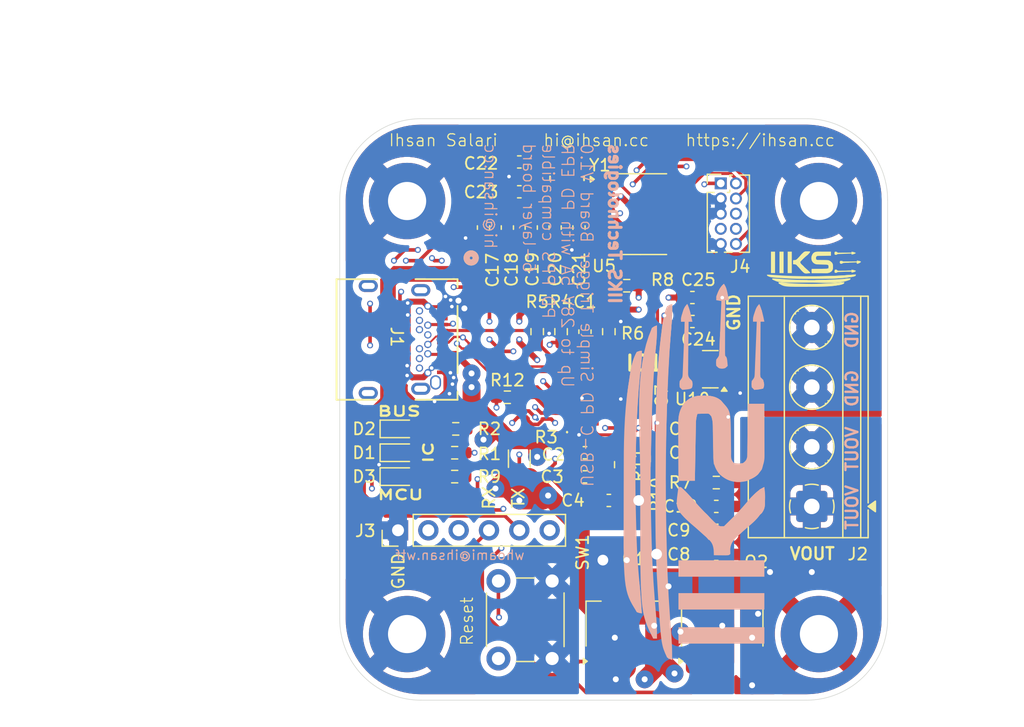
<source format=kicad_pcb>
(kicad_pcb (version 20241229) (generator "pcbnew") (generator_version "9.0")
  (layers (0 "F.Cu" signal) (4 "In1.Cu" signal) (6 "In2.Cu" signal) (8 "In3.Cu" signal) (10 "In4.Cu" signal) (2 "B.Cu" signal) (13 "F.Paste" user) (15 "B.Paste" user) (5 "F.SilkS" user "F.Silkscreen") (7 "B.SilkS" user "B.Silkscreen") (1 "F.Mask" user) (3 "B.Mask" user) (25 "Edge.Cuts" user))
  (net 0 "")
  (net 1 "Net-(IC1-IFB)")
  (net 2 "GND")
  (net 3 "VBUS")
  (net 4 "+5V")
  (net 5 "+3V3")
  (net 6 "/MCU/OSC_IN")
  (net 7 "/MCU/OSC_OUT")
  (net 8 "Net-(D1-A)")
  (net 9 "Net-(D2-A)")
  (net 10 "/MCU/STATUS_LED")
  (net 11 "/MCU/UART_TX")
  (net 12 "/MCU/UART_RX")
  (net 13 "Net-(IC1-LED)")
  (net 14 "Net-(IC1-OTP)")
  (net 15 "Net-(IC1-VOUT)")
  (net 16 "/MCU/NRST")
  (net 17 "/MCU/I2C_SDA")
  (net 18 "/MCU/I2C_SCL")
  (net 19 "+1V8")
  (net 20 "VOUT")
  (net 21 "Net-(Q1-D)")
  (net 22 "Net-(Q1-G)")
  (net 23 "Net-(IC1-VCC)")
  (net 24 "/USB_C_IC/CC2")
  (net 25 "/USB_C_IC/CC1")
  (net 27 "/USB_C_IC/data_-")
  (net 34 "/USB_C_IC/PWR_EN")
  (net 36 "/USB_C_IC/data_+")
  (net 49 "/MCU/SWCLK")
  (net 55 "/MCU/SWDIO")
  (net 63 "Net-(D3-A)")
  (footprint "LED_SMD:LED_0603_1608Metric_Pad1.05x0.95mm_HandSolder" (layer "F.Cu") (at 122.5 108.5)
    (property "Reference" "D2")
    (property "Value" "LED")
  )
  (footprint "Resistor_SMD:R_0603_1608Metric_Pad0.98x0.95mm_HandSolder" (layer "F.Cu") (at 127.0875 112.5)
    (property "Reference" "R9")
    (property "Value" "1k")
  )
  (footprint "Capacitor_SMD:C_0603_1608Metric_Pad1.08x0.95mm_HandSolder" (layer "F.Cu") (at 140 114.5)
    (property "Reference" "C4")
    (property "Value" "100n")
  )
  (footprint "Capacitor_SMD:C_0603_1608Metric_Pad1.08x0.95mm_HandSolder" (layer "F.Cu") (at 138 110.5)
    (property "Reference" "C2")
    (property "Value" "10u")
  )
  (footprint "Connector_PinHeader_1.27mm:PinHeader_2x05_P1.27mm_Vertical" (layer "F.Cu") (at 149.375 87.92)
    (property "Reference" "J4")
    (property "Value" "Conn_ARM_JTAG_SWD_10")
  )
  (footprint "Capacitor_SMD:C_0603_1608Metric_Pad1.08x0.95mm_HandSolder" (layer "F.Cu") (at 149 117 180)
    (property "Reference" "C9")
    (property "Value" "1u")
  )
  (footprint "Resistor_SMD:R_0603_1608Metric_Pad0.98x0.95mm_HandSolder" (layer "F.Cu") (at 127.175 108.5 180)
    (property "Reference" "R2")
    (property "Value" "100k")
  )
  (footprint "MountingHole:MountingHole_3.2mm_M3_Pad" (layer "F.Cu") (at 123.1 125.7)
    (property "Reference" "H4" (hide yes))
    (property "Value" "MountingHole_Pad")
  )
  (footprint "Library:SOT-223-3_TabPin2" (layer "F.Cu") (at 149.5 124.85 90)
    (property "Reference" "Q2")
    (property "Value" "BUK7880-55A/CUX")
  )
  (footprint "Capacitor_SMD:C_0603_1608Metric_Pad1.08x0.95mm_HandSolder" (layer "F.Cu") (at 137.5 91.625 -90)
    (property "Reference" "C21")
    (property "Value" "10n")
  )
  (footprint "Button_Switch_THT:SW_PUSH_6mm" (layer "F.Cu") (at 135.25 121.25 -90)
    (property "Reference" "SW1")
    (property "Value" "SW_Push")
  )
  (footprint "Resistor_SMD:R_0603_1608Metric_Pad0.98x0.95mm_HandSolder" (layer "F.Cu") (at 131.5 105.85)
    (property "Reference" "R12")
    (property "Value" "10")
  )
  (footprint "footprints:CONN24_4056-03-A_GCT" (layer "F.Cu") (at 126.0524 98.255507 -90)
    (property "Reference" "J1")
    (property "Value" "USB_C_Receptacle")
  )
  (footprint "MountingHole:MountingHole_3.2mm_M3_Pad" (layer "F.Cu") (at 123.1 89.4)
    (property "Reference" "H3" (hide yes))
    (property "Value" "MountingHole_Pad")
  )
  (footprint "Capacitor_SMD:C_0603_1608Metric_Pad1.08x0.95mm_HandSolder" (layer "F.Cu") (at 149 110.5)
    (property "Reference" "C6")
    (property "Value" "100n")
  )
  (footprint "TerminalBlock_Phoenix:TerminalBlock_Phoenix_MKDS-1,5-4_1x04_P5.00mm_Horizontal" (layer "F.Cu") (at 157 115 90)
    (property "Reference" "J2")
    (property "Value" "Screw_Terminal_01x04")
  )
  (footprint "Package_SO:TSSOP-20_4.4x6.5mm_P0.65mm" (layer "F.Cu") (at 142.6375 90.5)
    (property "Reference" "U5")
    (property "Value" "STM32C011F6Px")
  )
  (footprint "Resistor_SMD:R_0603_1608Metric_Pad0.98x0.95mm_HandSolder" (layer "F.Cu") (at 141 111.5 90)
    (property "Reference" "R11")
    (property "Value" "*")
  )
  (footprint "Capacitor_SMD:C_0603_1608Metric_Pad1.08x0.95mm_HandSolder" (layer "F.Cu") (at 138 112.52)
    (property "Reference" "C3")
    (property "Value" "1u")
  )
  (footprint "Library:SOT-223-3_TabPin2" (layer "F.Cu") (at 141.5 124.85 90)
    (property "Reference" "Q1")
    (property "Value" "BUK7880-55A/CUX")
  )
  (footprint "Connector_PinHeader_2.54mm:PinHeader_1x06_P2.54mm_Vertical" (layer "F.Cu") (at 122.34 117 90)
    (property "Reference" "J3")
    (property "Value" "Conn_01x06_Pin")
  )
  (footprint "Resistor_SMD:R_0603_1608Metric_Pad0.98x0.95mm_HandSolder" (layer "F.Cu") (at 134 100.35 -90)
    (property "Reference" "R5")
    (property "Value" "5.1k")
  )
  (footprint "Capacitor_SMD:C_0603_1608Metric_Pad1.08x0.95mm_HandSolder" (layer "F.Cu") (at 133.5 91.625 -90)
    (property "Reference" "C19")
    (property "Value" "100n")
  )
  (footprint "Capacitor_SMD:C_0603_1608Metric_Pad1.08x0.95mm_HandSolder" (layer "F.Cu") (at 149 115 180)
    (property "Reference" "C10")
    (property "Value" "100n")
  )
  (footprint "Capacitor_SMD:C_0603_1608Metric_Pad1.08x0.95mm_HandSolder" (layer "F.Cu") (at 135.5 91.625 -90)
    (property "Reference" "C20")
    (property "Value" "100n")
  )
  (footprint "Capacitor_SMD:C_0603_1608Metric_Pad1.08x0.95mm_HandSolder" (layer "F.Cu") (at 142.5 106 -90)
    (property "Reference" "C7")
    (property "Value" "100n")
  )
  (footprint "Capacitor_SMD:C_0603_1608Metric_Pad1.08x0.95mm_HandSolder" (layer "F.Cu") (at 132.5 86.125)
    (property "Reference" "C22")
    (property "Value" "*")
  )
  (footprint "Capacitor_SMD:C_0603_1608Metric_Pad1.08x0.95mm_HandSolder" (layer "F.Cu") (at 138 100.35 90)
    (property "Reference" "C1")
    (property "Value" "100n")
  )
  (footprint "Capacitor_SMD:C_0603_1608Metric_Pad1.08x0.95mm_HandSolder" (layer "F.Cu") (at 147 97.49)
    (property "Reference" "C25")
    (property "Value" "100n")
  )
  (footprint "Resistor_SMD:R_0603_1608Metric_Pad0.98x0.95mm_HandSolder" (layer "F.Cu") (at 140 100.35 90)
    (property "Reference" "R6")
    (property "Value" "10k")
  )
  (footprint "Capacitor_SMD:C_0603_1608Metric_Pad1.08x0.95mm_HandSolder" (layer "F.Cu") (at 132.5 88.625)
    (property "Reference" "C23")
    (property "Value" "*")
  )
  (footprint "LED_SMD:LED_0603_1608Metric_Pad1.05x0.95mm_HandSolder" (layer "F.Cu") (at 122.5 110.5)
    (property "Reference" "D1")
    (property "Value" "LED")
  )
  (footprint "Capacitor_SMD:C_0603_1608Metric_Pad1.08x0.95mm_HandSolder" (layer "F.Cu") (at 129.5 91.625 -90)
    (property "Reference" "C17")
    (property "Value" "1u")
  )
  (footprint "MountingHole:MountingHole_3.2mm_M3_Pad" (layer "F.Cu") (at 157.6 89.4)
    (property "Reference" "H1" (hide yes))
    (property "Value" "MountingHole_Pad")
  )
  (footprint "MountingHole:MountingHole_3.2mm_M3_Pad" (layer "F.Cu") (at 157.6 125.7)
    (property "Reference" "H2" (hide yes))
    (property "Value" "MountingHole_Pad")
  )
  (footprint "Resistor_SMD:R_0603_1608Metric_Pad0.98x0.95mm_HandSolder" (layer "F.Cu") (at 136 100.35 -90)
    (property "Reference" "R4")
    (property "Value" "5.1k")
  )
  (footprint "Resistor_SMD:R_0603_1608Metric_Pad0.98x0.95mm_HandSolder" (layer "F.Cu") (at 144 111 90)
    (property "Reference" "R10")
    (property "Value" "*")
  )
  (footprint "Capacitor_SMD:C_0603_1608Metric_Pad1.08x0.95mm_HandSolder" (layer "F.Cu") (at 131.5 91.625 -90)
    (property "Reference" "C18")
    (property "Value" "1u")
  )
  (footprint "Capacitor_SMD:C_0603_1608Metric_Pad1.08x0.95mm_HandSolder" (layer "F.Cu") (at 149 108.5)
    (property "Reference" "C5")
    (property "Value" "1u")
  )
  (footprint "LED_SMD:LED_0603_1608Metric_Pad1.05x0.95mm_HandSolder" (layer "F.Cu") (at 122.5 112.5)
    (property "Reference" "D3")
    (property "Value" "LED")
  )
  (footprint "footprints:XTAL_CG04874_NDK" (layer "F.Cu") (at 136.5 87.5 90)
    (property "Reference" "Y1")
    (property "Value" "CG04874-8M")
  )
  (footprint "Resistor_SMD:R_0603_1608Metric_Pad0.98x0.95mm_HandSolder" (layer "F.Cu") (at 127.0875 110.5)
    (property "Reference" "R1")
    (property "Value" "1k")
  )
  (footprint "Resistor_SMD:R_1206_3216Metric_Pad1.30x1.75mm_HandSolder" (layer "F.Cu") (at 132.5 111 -90)
    (property "Reference" "R3")
    (property "Value" "5m")
  )
  (footprint "Capacitor_SMD:C_0603_1608Metric_Pad1.08x0.95mm_HandSolder" (layer "F.Cu") (at 149 119.02 180)
    (property "Reference" "C8")
    (property "Value" "10u")
  )
  (footprint "Capacitor_SMD:C_0603_1608Metric_Pad1.08x0.95mm_HandSolder" (layer "F.Cu") (at 147 99.5)
    (property "Reference" "C24")
    (property "Value" "1u")
  )
  (footprint "footprints:AP33772SDKZ13FA01" (layer "F.Cu") (at 137.75 105.925 90)
    (property "Reference" "IC1")
    (property "Value" "AP33772SDKZ-13-FA01" (hide yes))
  )
  (footprint "Resistor_SMD:R_0603_1608Metric_Pad0.98x0.95mm_HandSolder" (layer "F.Cu") (at 141.5 96.5 180)
    (property "Reference" "R8")
    (property "Value" "10k")
  )
  (footprint "Resistor_SMD:R_0603_1608Metric_Pad0.98x0.95mm_HandSolder" (layer "F.Cu") (at 149 113)
    (property "Reference" "R7")
    (property "Value" "100")
  )
  (footprint "Package_TO_SOT_SMD:SOT-23" (layer "F.Cu") (at 148.5 103.5 180)
    (property "Reference" "U10")
    (property "Value" "AP2127N-3.3")
  )
  (gr_poly (pts (xy 159.717703 96.209472) (xy 159.715885 96.225898) (xy 159.714262 96.238929) (xy 159.713427 96.24456) (xy 159.712524 96.249808) (xy 159.711514 96.254827) (xy 159.710359 96.259773) (xy 159.709021 96.2648) (xy 159.707459 96.270065) (xy 159.705637 96.275721) (xy 159.703513 96.281924) (xy 159.698212 96.296591) (xy 159.691244 96.315305) (xy 159.655297 96.334896) (xy 159.618371 96.352644) (xy 159.580565 96.368678) (xy 159.54198 96.383129) (xy 159.502716 96.396129) (xy 159.462873 96.407807) (xy 159.422551 96.418295) (xy 159.381849 96.427724) (xy 159.299709 96.443923) (xy 159.217252 96.45745) (xy 159.05459 96.48067) (xy 158.965862 96.494519) (xy 158.900845 96.503608) (xy 158.836214 96.511397) (xy 158.771812 96.517818) (xy 158.707481 96.522802) (xy 158.643062 96.526279) (xy 158.578398 96.528179) (xy 158.513331 96.528433) (xy 158.447702 96.526972) (xy 158.447702 96.500514) (xy 158.511839 96.492478) (xy 158.842305 96.451426) (xy 158.961446 96.434402) (xy 159.067047 96.41653) (xy 159.171998 96.395425) (xy 159.289192 96.368701) (xy 159.611869 96.288847) (xy 159.58541 96.262389) (xy 159.540316 96.264999) (xy 159.495261 96.268252) (xy 159.450244 96.272037) (xy 159.405267 96.276238) (xy 159.350593 96.2815) (xy 159.235891 96.292852) (xy 159.06012 96.309931) (xy 159.000578 96.31286) (xy 158.953779 96.315667) (xy 158.933883 96.317239) (xy 158.915644 96.319037) (xy 158.898553 96.321146) (xy 158.882099 96.323651) (xy 158.865773 96.326639) (xy 158.849067 96.330194) (xy 158.831469 96.334402) (xy 158.812471 96.339348) (xy 158.768236 96.351796) (xy 158.712286 96.368222) (xy 158.677411 96.369719) (xy 158.642513 96.370664) (xy 158.607604 96.371139) (xy 158.572695 96.371226) (xy 158.484421 96.37122) (xy 158.388791 96.370806) (xy 158.29114 96.370692) (xy 157.981374 96.369876) (xy 157.771775 96.369514) (xy 157.257077 96.368222) (xy 157.257077 96.341764) (xy 157.336775 96.340175) (xy 157.855238 96.327705) (xy 158.373232 96.308019) (xy 158.631969 96.293798) (xy 158.890487 96.275767) (xy 159.148753 96.253258) (xy 159.406733 96.225602) (xy 159.445743 96.221299) (xy 159.484566 96.217592) (xy 159.523277 96.214511) (xy 159.561948 96.212083) (xy 159.600653 96.210337) (xy 159.639465 96.209301) (xy 159.678457 96.209003)) (stroke (width -0.000001)) (fill yes) (layer "F.SilkS"))
  (gr_poly (pts (xy 159.558952 94.569056) (xy 159.554275 94.573713) (xy 159.550061 94.577792) (xy 159.548078 94.579627) (xy 159.546151 94.581333) (xy 159.544262 94.582915) (xy 159.54239 94.584378) (xy 159.540515 94.585727) (xy 159.538619 94.586967) (xy 159.53668 94.588103) (xy 159.53468 94.589142) (xy 159.532599 94.590087) (xy 159.530417 94.590943) (xy 159.528115 94.591717) (xy 159.525672 94.592413) (xy 159.52307 94.593037) (xy 159.520288 94.593593) (xy 159.517307 94.594086) (xy 159.514107 94.594522) (xy 159.510668 94.594907) (xy 159.506971 94.595244) (xy 159.502996 94.595539) (xy 159.498723 94.595798) (xy 159.489206 94.596227) (xy 159.478263 94.59657) (xy 159.451465 94.597168) (xy 159.373744 94.595514) (xy 159.400202 94.463222) (xy 159.558952 94.463222)) (stroke (width -0.000001)) (fill yes) (layer "F.SilkS"))
  (gr_poly (pts (xy 159.082702 93.722389) (xy 159.109161 93.828222) (xy 159.029786 93.828222) (xy 159.029786 93.881139) (xy 158.923952 93.854681) (xy 158.950411 93.695931)) (stroke (width -0.000001)) (fill yes) (layer "F.SilkS"))
  (gr_poly (pts (xy 156.164087 94.738471) (xy 156.208666 94.775761) (xy 156.258896 94.817619) (xy 156.274077 94.831795) (xy 156.280424 94.837836) (xy 156.286132 94.843417) (xy 156.291348 94.848716) (xy 156.296215 94.853912) (xy 156.300878 94.859184) (xy 156.305482 94.864709) (xy 156.31017 94.870667) (xy 156.315087 94.877236) (xy 156.320379 94.884594) (xy 156.326188 94.89292) (xy 156.339938 94.913189) (xy 156.357494 94.939472) (xy 156.323008 94.930858) (xy 156.307246 94.926633) (xy 156.292355 94.922309) (xy 156.278244 94.917768) (xy 156.264824 94.912897) (xy 156.252008 94.907577) (xy 156.239706 94.901694) (xy 156.227829 94.89513) (xy 156.216289 94.887772) (xy 156.204996 94.879501) (xy 156.193862 94.870202) (xy 156.182797 94.85976) (xy 156.171714 94.848058) (xy 156.160523 94.83498) (xy 156.149135 94.82041) (xy 156.13931 94.798473) (xy 156.131927 94.781342) (xy 156.129042 94.774143) (xy 156.126636 94.767622) (xy 156.124667 94.761605) (xy 156.12309 94.755918) (xy 156.121862 94.750385) (xy 156.120939 94.744833) (xy 156.120278 94.739087) (xy 156.119834 94.732973) (xy 156.119565 94.726317) (xy 156.119427 94.718943) (xy 156.119369 94.701347)) (stroke (width -0.000001)) (fill yes) (layer "F.SilkS"))
  (gr_poly (pts (xy 160.405619 95.177597) (xy 160.352702 95.177597) (xy 160.352702 95.362806) (xy 160.405619 95.389264) (xy 160.326244 95.389264) (xy 160.326244 95.309889) (xy 160.248936 95.311749) (xy 160.14765 95.313196) (xy 160.047191 95.315056) (xy 160.01741 95.313028) (xy 160.00371 95.31176) (xy 159.990672 95.31026) (xy 159.978197 95.308481) (xy 159.966187 95.306376) (xy 159.954544 95.303897) (xy 159.943169 95.300997) (xy 159.931964 95.297629) (xy 159.920829 95.293745) (xy 159.909667 95.289299) (xy 159.898379 95.284242) (xy 159.886866 95.278529) (xy 159.87503 95.272111) (xy 159.862772 95.264941) (xy 159.849994 95.256972) (xy 159.909602 95.247589) (xy 159.968934 95.24051) (xy 160.028116 95.235451) (xy 160.087276 95.232127) (xy 160.146542 95.230255) (xy 160.20604 95.229552) (xy 160.326244 95.230514) (xy 160.326244 95.151139)) (stroke (width -0.000001)) (fill yes) (layer "F.SilkS"))
  (gr_poly (pts (xy 160.193952 95.997805) (xy 160.141036 95.997805) (xy 160.141036 95.91843) (xy 160.035202 95.891972) (xy 160.246869 95.891972)) (stroke (width -0.000001)) (fill yes) (layer "F.SilkS"))
  (gr_poly (pts (xy 154.379992 96.220159) (xy 154.545422 96.231995) (xy 154.710689 96.245799) (xy 154.875827 96.262389) (xy 154.875827 96.288847) (xy 154.505411 96.288847) (xy 154.530347 96.315434) (xy 154.550108 96.336049) (xy 154.558628 96.344601) (xy 154.566553 96.352242) (xy 154.574113 96.359165) (xy 154.581543 96.365563) (xy 154.589074 96.371632) (xy 154.596938 96.377563) (xy 154.60537 96.383552) (xy 154.6146 96.389793) (xy 154.636387 96.403801) (xy 154.664161 96.421139) (xy 154.607393 96.415368) (xy 154.552652 96.408169) (xy 154.499476 96.39919) (xy 154.473329 96.393923) (xy 154.4474 96.38808) (xy 154.421629 96.381616) (xy 154.395961 96.374487) (xy 154.370335 96.36665) (xy 154.344695 96.358061) (xy 154.318982 96.348676) (xy 154.293138 96.338451) (xy 154.267106 96.327342) (xy 154.240828 96.315305) (xy 154.234502 96.29682) (xy 154.229659 96.282316) (xy 154.225988 96.270555) (xy 154.224496 96.265315) (xy 154.22318 96.260296) (xy 154.222002 96.255342) (xy 154.220924 96.250298) (xy 154.21891 96.239322) (xy 154.216829 96.226127) (xy 154.214369 96.209472)) (stroke (width -0.000001)) (fill yes) (layer "F.SilkS"))
  (gr_poly (pts (xy 153.923328 95.44218) (xy 153.579369 95.44218) (xy 153.579369 93.643014) (xy 153.923328 93.643014)) (stroke (width -0.000001)) (fill yes) (layer "F.SilkS"))
  (gr_poly (pts (xy 158.950411 95.997805) (xy 158.919392 96.018241) (xy 158.888392 96.037688) (xy 158.872805 96.046873) (xy 158.857108 96.055611) (xy 158.841264 96.063833) (xy 158.825236 96.071474) (xy 158.808986 96.078467) (xy 158.792475 96.084744) (xy 158.775666 96.090239) (xy 158.758521 96.094884) (xy 158.741003 96.098614) (xy 158.723073 96.101361) (xy 158.704694 96.103058) (xy 158.685827 96.103639) (xy 158.685827 96.156556) (xy 158.765202 96.209472) (xy 158.262494 96.209472) (xy 158.262494 96.156556) (xy 158.350242 96.155734) (xy 158.393075 96.156347) (xy 158.435535 96.158089) (xy 158.477862 96.161292) (xy 158.499051 96.163546) (xy 158.520297 96.166291) (xy 158.54163 96.169569) (xy 158.56308 96.173421) (xy 158.584677 96.177888) (xy 158.606452 96.183014) (xy 158.606452 96.050722) (xy 157.283536 96.050722) (xy 157.283536 96.024264) (xy 157.766065 96.01296) (xy 157.929543 96.00911) (xy 158.184766 96.003644) (xy 158.439939 95.999688) (xy 158.695131 95.997616)) (stroke (width -0.000001)) (fill yes) (layer "F.SilkS"))
  (gr_poly (pts (xy 156.729268 93.629833) (xy 156.792643 93.635103) (xy 156.860202 93.643014) (xy 156.843632 93.675693) (xy 156.825426 93.707257) (xy 156.805713 93.737779) (xy 156.784618 93.767332) (xy 156.762269 93.795989) (xy 156.738792 93.823823) (xy 156.714316 93.850908) (xy 156.688965 93.877315) (xy 156.662868 93.903118) (xy 156.636152 93.928391) (xy 156.581366 93.977635) (xy 156.469942 94.072962) (xy 156.410159 94.125415) (xy 156.351563 94.179174) (xy 156.293951 94.234006) (xy 156.237121 94.28968) (xy 156.124988 94.402621) (xy 156.013536 94.516139) (xy 156.020082 94.530283) (xy 156.026716 94.543948) (xy 156.033466 94.557172) (xy 156.040362 94.569994) (xy 156.047434 94.582454) (xy 156.054711 94.594591) (xy 156.062222 94.606445) (xy 156.069997 94.618053) (xy 156.078064 94.629456) (xy 156.086454 94.640693) (xy 156.095196 94.651804) (xy 156.104319 94.662826) (xy 156.113852 94.6738) (xy 156.123825 94.684765) (xy 156.134267 94.695761) (xy 156.145207 94.706825) (xy 156.192065 94.753579) (xy 156.241739 94.80222) (xy 156.29255 94.852514) (xy 156.367714 94.92535) (xy 156.405662 94.961254) (xy 156.443897 94.996811) (xy 156.482453 95.03202) (xy 156.521363 95.066878) (xy 156.560659 95.101383) (xy 156.600374 95.135533) (xy 156.634413 95.165495) (xy 156.668234 95.195838) (xy 156.701723 95.226622) (xy 156.734765 95.257907) (xy 156.767248 95.289753) (xy 156.799058 95.322221) (xy 156.83008 95.355371) (xy 156.860202 95.389264) (xy 156.860202 95.44218) (xy 156.734394 95.459243) (xy 156.638026 95.471073) (xy 156.598942 95.47492) (xy 156.564891 95.47733) (xy 156.535095 95.478262) (xy 156.508779 95.477672) (xy 156.485167 95.475518) (xy 156.463482 95.471758) (xy 156.442949 95.466348) (xy 156.422792 95.459247) (xy 156.402234 95.450411) (xy 156.380499 95.439798) (xy 156.330395 95.413069) (xy 156.307862 95.395331) (xy 156.285844 95.377068) (xy 156.264308 95.358318) (xy 156.243216 95.339117) (xy 156.222533 95.3195) (xy 156.202224 95.299504) (xy 156.162586 95.258519) (xy 156.124016 95.216451) (xy 156.086232 95.173591) (xy 156.011882 95.086647) (xy 155.978178 95.048377) (xy 155.944313 95.010272) (xy 155.910254 94.97234) (xy 155.875964 94.934595) (xy 155.854907 94.911211) (xy 155.834094 94.887608) (xy 155.813539 94.86378) (xy 155.793258 94.839721) (xy 155.77869 94.82372) (xy 155.76458 94.80898) (xy 155.750794 94.795447) (xy 155.737199 94.783066) (xy 155.723661 94.771784) (xy 155.710046 94.761545) (xy 155.696222 94.752296) (xy 155.682054 94.743983) (xy 155.66741 94.736551) (xy 155.652156 94.729946) (xy 155.636158 94.724114) (xy 155.619282 94.719001) (xy 155.601397 94.714551) (xy 155.582367 94.710712) (xy 155.56206 94.707429) (xy 155.540341 94.704648) (xy 155.513133 94.703397) (xy 155.485913 94.702383) (xy 155.458685 94.701677) (xy 155.431452 94.701347) (xy 155.430519 94.6228) (xy 155.429799 94.544251) (xy 155.428869 94.455884) (xy 155.429773 94.432055) (xy 155.430776 94.413824) (xy 155.43142 94.406448) (xy 155.432217 94.400039) (xy 155.433208 94.394453) (xy 155.434437 94.389545) (xy 155.435945 94.385171) (xy 155.437776 94.381187) (xy 155.439971 94.377448) (xy 155.442574 94.373811) (xy 155.445627 94.37013) (xy 155.449172 94.366263) (xy 155.457911 94.357389) (xy 155.55806 94.364107) (xy 155.582989 94.360808) (xy 155.606455 94.356135) (xy 155.628585 94.350145) (xy 155.649508 94.342893) (xy 155.669351 94.334435) (xy 155.688242 94.324828) (xy 155.706311 94.314128) (xy 155.723685 94.302389) (xy 155.740491 94.28967) (xy 155.756859 94.276025) (xy 155.772917 94.261511) (xy 155.788792 94.246184) (xy 155.804612 94.2301) (xy 155.820506 94.213315) (xy 155.853029 94.177865) (xy 155.895246 94.131735) (xy 155.93881 94.083159) (xy 155.982028 94.034308) (xy 156.024841 93.985104) (xy 156.067195 93.93547) (xy 156.112141 93.884619) (xy 156.155918 93.838963) (xy 156.198909 93.798317) (xy 156.22023 93.779817) (xy 156.241497 93.762502) (xy 156.262759 93.746348) (xy 156.284063 93.731332) (xy 156.305458 93.717434) (xy 156.326991 93.704628) (xy 156.348709 93.692893) (xy 156.370661 93.682206) (xy 156.392894 93.672543) (xy 156.415456 93.663883) (xy 156.438396 93.656202) (xy 156.46176 93.649478) (xy 156.485596 93.643688) (xy 156.509953 93.638808) (xy 156.534877 93.634817) (xy 156.560418 93.631691) (xy 156.586622 93.629408) (xy 156.613537 93.627944) (xy 156.669693 93.627386)) (stroke (width -0.000001)) (fill yes) (layer "F.SilkS"))
  (gr_poly (pts (xy 156.539143 93.630642) (xy 156.582849 93.632255) (xy 156.630346 93.634746) (xy 156.69737 93.636554) (xy 156.738089 93.637862) (xy 156.7788 93.639415) (xy 156.860202 93.643014) (xy 156.852773 93.659528) (xy 156.84506 93.675389) (xy 156.837052 93.690653) (xy 156.82874 93.705381) (xy 156.820113 93.719628) (xy 156.81116 93.733455) (xy 156.801872 93.746917) (xy 156.792237 93.760075) (xy 156.782246 93.772984) (xy 156.771888 93.785704) (xy 156.761153 93.798293) (xy 156.75003 93.810808) (xy 156.726579 93.835851) (xy 156.701452 93.861295) (xy 156.645229 93.917933) (xy 156.62875 93.931988) (xy 156.62188 93.937674) (xy 156.615721 93.94255) (xy 156.610125 93.946677) (xy 156.60494 93.950118) (xy 156.602456 93.951601) (xy 156.600017 93.952935) (xy 156.597607 93.95413) (xy 156.595206 93.955191) (xy 156.592795 93.956128) (xy 156.590356 93.956948) (xy 156.587869 93.957659) (xy 156.585316 93.958268) (xy 156.582679 93.958784) (xy 156.579938 93.959214) (xy 156.57407 93.959849) (xy 156.567563 93.960233) (xy 156.560266 93.960431) (xy 156.542703 93.960514) (xy 156.516244 93.854681) (xy 156.569161 93.828222) (xy 156.569161 93.748847) (xy 156.595619 93.669472) (xy 156.551092 93.672882) (xy 156.532638 93.674516) (xy 156.516241 93.676251) (xy 156.501536 93.678199) (xy 156.488161 93.680471) (xy 156.475751 93.683179) (xy 156.463943 93.686434) (xy 156.452375 93.690348) (xy 156.440683 93.695031) (xy 156.428503 93.700596) (xy 156.415472 93.707154) (xy 156.401227 93.714815) (xy 156.385404 93.723693) (xy 156.347572 93.74554) (xy 156.331774 93.764216) (xy 156.325298 93.772078) (xy 156.319636 93.779221) (xy 156.314686 93.785843) (xy 156.310346 93.792143) (xy 156.306514 93.79832) (xy 156.303089 93.804572) (xy 156.299969 93.811099) (xy 156.297052 93.818097) (xy 156.294237 93.825768) (xy 156.291421 93.834308) (xy 156.288503 93.843916) (xy 156.285381 93.854792) (xy 156.278119 93.881139) (xy 156.331036 93.907597) (xy 156.092911 93.960514) (xy 156.196083 93.838532) (xy 156.22238 93.808256) (xy 156.251661 93.775306) (xy 156.307885 93.703372) (xy 156.327714 93.688511) (xy 156.34708 93.675727) (xy 156.366091 93.664875) (xy 156.384856 93.655814) (xy 156.403484 93.648401) (xy 156.422083 93.642492) (xy 156.440762 93.637945) (xy 156.459628 93.634618) (xy 156.478791 93.632366) (xy 156.498358 93.631048) (xy 156.51844 93.630521)) (stroke (width -0.000001)) (fill yes) (layer "F.SilkS"))
  (gr_poly (pts (xy 158.500619 95.098222) (xy 158.500619 95.28343) (xy 158.447702 95.28343) (xy 158.447702 95.362806) (xy 158.341869 95.362806) (xy 158.341869 95.415722) (xy 157.018953 95.415722) (xy 157.018953 95.124681) (xy 157.135115 95.1251) (xy 157.560101 95.126134) (xy 157.744354 95.126677) (xy 158.008556 95.127264) (xy 158.092323 95.127678) (xy 158.169367 95.127684) (xy 158.237557 95.127862) (xy 158.251826 95.126699) (xy 158.264289 95.125141) (xy 158.275232 95.123251) (xy 158.284943 95.121089) (xy 158.293708 95.118719) (xy 158.301813 95.116201) (xy 158.317191 95.110973) (xy 158.325039 95.108387) (xy 158.333373 95.105901) (xy 158.342481 95.103577) (xy 158.35265 95.101479) (xy 158.364167 95.099667) (xy 158.377318 95.098203) (xy 158.392389 95.097149) (xy 158.409668 95.096568)) (stroke (width -0.000001)) (fill yes) (layer "F.SilkS"))
  (gr_poly (pts (xy 158.579994 95.309889) (xy 158.570483 95.321782) (xy 158.561457 95.33249) (xy 158.55279 95.342102) (xy 158.544359 95.350707) (xy 158.536038 95.358391) (xy 158.531881 95.361916) (xy 158.527705 95.365244) (xy 158.523494 95.368387) (xy 158.519233 95.371354) (xy 158.514907 95.374158) (xy 158.5105 95.376809) (xy 158.505996 95.379319) (xy 158.50138 95.381697) (xy 158.49175 95.386107) (xy 158.481485 95.390126) (xy 158.47046 95.393843) (xy 158.458552 95.397346) (xy 158.445636 95.400723) (xy 158.431588 95.404063) (xy 158.416283 95.407454) (xy 158.341869 95.415722) (xy 158.341869 95.362806) (xy 158.447702 95.362806) (xy 158.447702 95.28343)) (stroke (width -0.000001)) (fill yes) (layer "F.SilkS"))
  (gr_poly (pts (xy 160.564369 95.204056) (xy 160.458536 95.230514) (xy 160.432077 95.362806) (xy 160.352702 95.362806) (xy 160.352702 95.177597)) (stroke (width -0.000001)) (fill yes) (layer "F.SilkS"))
  (gr_poly (pts (xy 160.246869 95.891972) (xy 160.242425 95.908457) (xy 160.240474 95.915343) (xy 160.238601 95.921531) (xy 160.236727 95.927177) (xy 160.234777 95.932435) (xy 160.232671 95.93746) (xy 160.230332 95.942408) (xy 160.227684 95.947434) (xy 160.224648 95.952692) (xy 160.221147 95.958337) (xy 160.217103 95.964526) (xy 160.207078 95.97915) (xy 160.193952 95.997805) (xy 160.167746 96.006974) (xy 160.141678 96.015055) (xy 160.115642 96.022227) (xy 160.089535 96.02867) (xy 160.063251 96.034561) (xy 160.036685 96.040081) (xy 159.982285 96.050722) (xy 160.008744 95.997805) (xy 160.088119 95.997805) (xy 160.088119 95.944889) (xy 159.744161 95.944889) (xy 159.744161 95.91843) (xy 159.869918 95.906538) (xy 159.932565 95.901603) (xy 159.99517 95.897506) (xy 160.057818 95.894372) (xy 160.120594 95.892323) (xy 160.183583 95.891481)) (stroke (width -0.000001)) (fill yes) (layer "F.SilkS"))
  (gr_poly (pts (xy 160.564369 93.695931) (xy 160.590827 93.775306) (xy 160.352702 93.828222) (xy 160.344021 93.801867) (xy 160.34061 93.790899) (xy 160.337819 93.781093) (xy 160.335649 93.772218) (xy 160.334099 93.76404) (xy 160.333168 93.756327) (xy 160.332858 93.748847) (xy 160.333168 93.741367) (xy 160.334099 93.733654) (xy 160.335649 93.725477) (xy 160.337819 93.716601) (xy 160.34061 93.706796) (xy 160.344021 93.695827) (xy 160.352702 93.669472)) (stroke (width -0.000001)) (fill yes) (layer "F.SilkS"))
  (gr_poly (pts (xy 154.267286 95.997805) (xy 154.249707 96.015282) (xy 154.242375 96.022373) (xy 154.235799 96.028479) (xy 154.229817 96.033684) (xy 154.224269 96.038076) (xy 154.221607 96.039992) (xy 154.218993 96.041737) (xy 154.216406 96.04332) (xy 154.213827 96.044754) (xy 154.211235 96.046047) (xy 154.20861 96.047211) (xy 154.205932 96.048256) (xy 154.203181 96.049193) (xy 154.200336 96.050033) (xy 154.197378 96.050787) (xy 154.191041 96.052075) (xy 154.184007 96.053145) (xy 154.176115 96.054081) (xy 154.157112 96.05589) (xy 154.092 96.054029) (xy 154.026474 96.052583) (xy 153.976244 96.050722) (xy 154.002703 95.971347)) (stroke (width -0.000001)) (fill yes) (layer "F.SilkS"))
  (gr_poly (pts (xy 156.539143 93.630642) (xy 156.582849 93.632255) (xy 156.630346 93.634746) (xy 156.69737 93.636554) (xy 156.738089 93.637862) (xy 156.7788 93.639415) (xy 156.860202 93.643014) (xy 156.807286 93.748847) (xy 156.780827 93.695931) (xy 156.736193 93.693928) (xy 156.691547 93.692187) (xy 156.602234 93.689316) (xy 156.501775 93.685595) (xy 156.471161 93.686536) (xy 156.458536 93.687133) (xy 156.447396 93.687929) (xy 156.437516 93.68901) (xy 156.428668 93.690462) (xy 156.420626 93.69237) (xy 156.413164 93.694822) (xy 156.406056 93.697903) (xy 156.399074 93.701698) (xy 156.391992 93.706294) (xy 156.384584 93.711778) (xy 156.376623 93.718234) (xy 156.367883 93.725749) (xy 156.347159 93.7443) (xy 156.331565 93.763388) (xy 156.325171 93.771417) (xy 156.319578 93.778703) (xy 156.314685 93.785446) (xy 156.310391 93.791847) (xy 156.306594 93.798106) (xy 156.303193 93.804424) (xy 156.300088 93.811002) (xy 156.297176 93.818039) (xy 156.294358 93.825736) (xy 156.291531 93.834294) (xy 156.288595 93.843912) (xy 156.285448 93.854792) (xy 156.278119 93.881139) (xy 156.331036 93.907597) (xy 156.092911 93.960514) (xy 156.196083 93.838532) (xy 156.22238 93.808256) (xy 156.251661 93.775306) (xy 156.307885 93.703372) (xy 156.327714 93.688511) (xy 156.34708 93.675727) (xy 156.366091 93.664875) (xy 156.384856 93.655814) (xy 156.403484 93.648401) (xy 156.422083 93.642492) (xy 156.440762 93.637945) (xy 156.459628 93.634618) (xy 156.478791 93.632366) (xy 156.498358 93.631048) (xy 156.51844 93.630521)) (stroke (width -0.000001)) (fill yes) (layer "F.SilkS"))
  (gr_poly (pts (xy 160.246869 95.891972) (xy 160.241374 95.908423) (xy 160.236799 95.921473) (xy 160.234663 95.92711) (xy 160.232524 95.932362) (xy 160.230306 95.937384) (xy 160.22793 95.942331) (xy 160.225319 95.947358) (xy 160.222395 95.952619) (xy 160.219082 95.958271) (xy 160.215301 95.964468) (xy 160.206027 95.979116) (xy 160.193952 95.997805) (xy 160.027814 96.064043) (xy 159.853466 96.118984) (xy 159.671975 96.163595) (xy 159.484409 96.19884) (xy 159.291833 96.225686) (xy 159.095316 96.245098) (xy 158.895924 96.258042) (xy 158.694724 96.265484) (xy 158.291169 96.267725) (xy 157.893185 96.259545) (xy 157.50931 96.248671) (xy 157.148079 96.242829) (xy 156.726289 96.243011) (xy 155.278918 96.241334) (xy 154.816101 96.231894) (xy 154.47968 96.212476) (xy 154.347732 96.19803) (xy 154.234018 96.179896) (xy 154.134084 96.157675) (xy 154.043476 96.13097) (xy 153.957738 96.099383) (xy 153.872417 96.062515) (xy 153.685203 95.971347) (xy 153.685203 95.891972) (xy 153.801084 95.892011) (xy 153.858756 95.892964) (xy 153.916333 95.894583) (xy 153.97388 95.896904) (xy 154.031461 95.899958) (xy 154.089141 95.903781) (xy 154.146983 95.908405) (xy 154.209594 95.913554) (xy 154.470348 95.935439) (xy 154.871494 95.964944) (xy 155.272721 95.986799) (xy 155.674269 96.002287) (xy 156.076374 96.012688) (xy 156.15582 96.01436) (xy 156.490589 96.021156) (xy 156.719649 96.024453) (xy 156.948723 96.025179) (xy 157.283536 96.024264) (xy 157.342988 96.023385) (xy 157.970216 96.011588) (xy 158.597175 95.9917) (xy 158.910437 95.977194) (xy 159.223491 95.958833) (xy 159.536292 95.936006) (xy 159.848792 95.908102) (xy 159.898723 95.903601) (xy 159.948445 95.899813) (xy 159.99804 95.896735) (xy 160.047586 95.894368) (xy 160.097162 95.892709) (xy 160.146849 95.891758) (xy 160.196724 95.891513)) (stroke (width -0.000001)) (fill yes) (layer "F.SilkS"))
  (gr_poly (pts (xy 155.054608 95.722768) (xy 155.022058 95.737741) (xy 154.989651 95.751802) (xy 154.95719 95.76507) (xy 154.924481 95.777664) (xy 154.891328 95.789704) (xy 154.857537 95.801308) (xy 154.822911 95.812597) (xy 154.796453 95.706764) (xy 155.087494 95.706764)) (stroke (width -0.000001)) (fill yes) (layer "F.SilkS"))
  (gr_poly (pts (xy 160.877528 94.417902) (xy 160.935022 94.424302) (xy 160.958354 94.427345) (xy 160.978696 94.430437) (xy 160.996513 94.433695) (xy 161.012271 94.437236) (xy 161.026434 94.441176) (xy 161.039468 94.44563) (xy 161.051837 94.450715) (xy 161.064006 94.456548) (xy 161.076442 94.463245) (xy 161.089608 94.470922) (xy 161.119994 94.48968) (xy 161.106429 94.505533) (xy 161.092446 94.520161) (xy 161.078049 94.533657) (xy 161.063244 94.546113) (xy 161.048035 94.557623) (xy 161.032427 94.568281) (xy 161.016424 94.578179) (xy 161.000031 94.58741) (xy 160.983253 94.596067) (xy 160.966094 94.604244) (xy 160.94856 94.612034) (xy 160.930654 94.619529) (xy 160.893747 94.63401) (xy 160.855411 94.648431) (xy 160.776035 94.648431) (xy 160.749577 94.48968) (xy 160.802494 94.48968) (xy 160.802494 94.410306)) (stroke (width -0.000001)) (fill yes) (layer "F.SilkS"))
  (gr_poly (pts (xy 157.024578 94.022581) (xy 157.029644 94.057654) (xy 157.034039 94.092392) (xy 157.037655 94.126995) (xy 157.040379 94.161666) (xy 157.042102 94.196605) (xy 157.042714 94.232013) (xy 157.042104 94.268092) (xy 157.043051 94.286013) (xy 157.044521 94.302724) (xy 157.046524 94.318368) (xy 157.049068 94.333088) (xy 157.05216 94.347027) (xy 157.055809 94.360328) (xy 157.060024 94.373134) (xy 157.064813 94.385587) (xy 157.070184 94.397831) (xy 157.076145 94.410008) (xy 157.082706 94.422262) (xy 157.089874 94.434735) (xy 157.106065 94.460911) (xy 157.124786 94.48968) (xy 157.098327 94.542597) (xy 157.080035 94.51878) (xy 157.063387 94.495397) (xy 157.048319 94.472328) (xy 157.034763 94.449451) (xy 157.022654 94.426644) (xy 157.011925 94.403787) (xy 157.002511 94.380758) (xy 156.994345 94.357436) (xy 156.987362 94.333698) (xy 156.981495 94.309425) (xy 156.976679 94.284493) (xy 156.972846 94.258783) (xy 156.969932 94.232172) (xy 156.967869 94.204539) (xy 156.966593 94.175763) (xy 156.966036 94.145722) (xy 156.97296 94.090222) (xy 156.97557 94.071076) (xy 156.978025 94.055185) (xy 156.980634 94.04069) (xy 156.983709 94.02573) (xy 156.992494 93.986972) (xy 157.018953 93.986972)) (stroke (width -0.000001)) (fill yes) (layer "F.SilkS"))
  (gr_poly (pts (xy 159.014904 93.649585) (xy 159.025488 93.650705) (xy 159.036221 93.652369) (xy 159.047199 93.6545) (xy 159.058519 93.657021) (xy 159.109161 93.669472) (xy 159.082702 93.748847) (xy 158.950411 93.695931) (xy 158.923952 93.854681) (xy 158.897494 93.854681) (xy 158.902966 93.808226) (xy 158.909218 93.761863) (xy 158.916223 93.715607) (xy 158.923952 93.669472) (xy 158.936836 93.663464) (xy 158.949093 93.658616) (xy 158.96082 93.654851) (xy 158.972115 93.652093) (xy 158.983074 93.650264) (xy 158.993794 93.649288) (xy 159.004372 93.649088)) (stroke (width -0.000001)) (fill yes) (layer "F.SilkS"))
  (gr_poly (pts (xy 158.431606 94.411632) (xy 158.441628 94.413265) (xy 158.451323 94.415197) (xy 158.460709 94.417421) (xy 158.469799 94.419929) (xy 158.47861 94.422716) (xy 158.487155 94.425773) (xy 158.495452 94.429093) (xy 158.511358 94.436493) (xy 158.526449 94.444861) (xy 158.540847 94.454138) (xy 158.554675 94.464266) (xy 158.568053 94.475189) (xy 158.581104 94.486849) (xy 158.593951 94.499187) (xy 158.606713 94.512147) (xy 158.632476 94.539703) (xy 158.659369 94.569056) (xy 158.596531 94.542597) (xy 158.574862 94.532834) (xy 158.565876 94.528896) (xy 158.557883 94.525535) (xy 158.550703 94.522713) (xy 158.544158 94.520391) (xy 158.538068 94.51853) (xy 158.532253 94.517091) (xy 158.526536 94.516037) (xy 158.520735 94.515327) (xy 158.514673 94.514923) (xy 158.50817 94.514786) (xy 158.501046 94.514878) (xy 158.493123 94.51516) (xy 158.474161 94.516139) (xy 158.474161 94.436764) (xy 158.421244 94.410306)) (stroke (width -0.000001)) (fill yes) (layer "F.SilkS"))
  (gr_poly (pts (xy 160.421273 93.663004) (xy 160.468119 93.673764) (xy 160.514553 93.685487) (xy 160.560599 93.698516) (xy 160.606282 93.713192) (xy 160.628996 93.721254) (xy 160.651628 93.729855) (xy 160.674182 93.739039) (xy 160.696661 93.748847) (xy 160.686058 93.759183) (xy 160.675881 93.768553) (xy 160.666035 93.777041) (xy 160.65643 93.784729) (xy 160.646973 93.791701) (xy 160.637572 93.798038) (xy 160.628134 93.803825) (xy 160.618568 93.809143) (xy 160.60878 93.814075) (xy 160.59868 93.818705) (xy 160.588174 93.823115) (xy 160.57717 93.827387) (xy 160.565577 93.831605) (xy 160.553301 93.835851) (xy 160.526335 93.844759) (xy 160.4636 93.865636) (xy 160.444307 93.870753) (xy 160.42884 93.874599) (xy 160.422038 93.876101) (xy 160.415589 93.877354) (xy 160.409292 93.87838) (xy 160.402945 93.879201) (xy 160.396347 93.879841) (xy 160.389298 93.880321) (xy 160.381595 93.880666) (xy 160.373039 93.880897) (xy 160.352557 93.881109) (xy 160.326244 93.881139) (xy 160.326244 93.801764) (xy 159.833218 93.821466) (xy 159.665451 93.82808) (xy 159.42449 93.837937) (xy 159.348566 93.840617) (xy 159.277955 93.843816) (xy 159.215819 93.846308) (xy 159.195245 93.848328) (xy 159.186647 93.849359) (xy 159.178915 93.850524) (xy 159.171854 93.851911) (xy 159.165269 93.853612) (xy 159.158966 93.855716) (xy 159.152748 93.858313) (xy 159.146421 93.861492) (xy 159.13979 93.865344) (xy 159.13266 93.869957) (xy 159.124837 93.875422) (xy 159.116124 93.881829) (xy 159.106327 93.889267) (xy 159.082702 93.907597) (xy 159.060197 93.909768) (xy 159.042498 93.911318) (xy 159.028055 93.912248) (xy 159.021569 93.912481) (xy 159.015316 93.912558) (xy 159.009102 93.912481) (xy 159.002733 93.912248) (xy 158.988755 93.911318) (xy 158.97183 93.909768) (xy 158.950411 93.907597) (xy 158.897494 93.854681) (xy 158.901628 93.798767) (xy 158.90354 93.778639) (xy 158.905762 93.760836) (xy 158.908604 93.743189) (xy 158.912377 93.723526) (xy 158.923952 93.669472) (xy 158.936998 93.663344) (xy 158.949355 93.658338) (xy 158.961131 93.654391) (xy 158.972429 93.651436) (xy 158.983355 93.649407) (xy 158.994015 93.64824) (xy 159.004515 93.647867) (xy 159.014958 93.648225) (xy 159.025452 93.649246) (xy 159.036101 93.650865) (xy 159.047011 93.653018) (xy 159.058287 93.655637) (xy 159.082359 93.662014) (xy 159.109161 93.669472) (xy 159.162077 93.722389) (xy 159.179482 93.72493) (xy 159.1933 93.726819) (xy 159.204853 93.728126) (xy 159.210194 93.728583) (xy 159.215465 93.728922) (xy 159.220831 93.729149) (xy 159.226458 93.729276) (xy 159.239155 93.72926) (xy 159.254879 93.728943) (xy 159.274952 93.728396) (xy 159.345568 93.728384) (xy 159.421906 93.727557) (xy 159.499983 93.72733) (xy 159.747468 93.725696) (xy 159.915003 93.724973) (xy 160.326244 93.722389) (xy 160.326244 93.643014)) (stroke (width -0.000001)) (fill yes) (layer "F.SilkS"))
  (gr_poly (pts (xy 159.036246 95.146785) (xy 159.045692 95.147852) (xy 159.053977 95.148966) (xy 159.061256 95.150196) (xy 159.067686 95.151609) (xy 159.073422 95.153273) (xy 159.078619 95.155254) (xy 159.083433 95.157622) (xy 159.088021 95.160443) (xy 159.092536 95.163785) (xy 159.097136 95.167715) (xy 159.101976 95.172302) (xy 159.10721 95.177613) (xy 159.119488 95.190677) (xy 159.129567 95.199765) (xy 159.13912 95.207667) (xy 159.148253 95.214466) (xy 159.152696 95.217477) (xy 159.157075 95.220243) (xy 159.161404 95.222773) (xy 159.165695 95.225078) (xy 159.169962 95.227169) (xy 159.174218 95.229055) (xy 159.178478 95.230747) (xy 159.182755 95.232255) (xy 159.187062 95.233588) (xy 159.191412 95.234758) (xy 159.200297 95.236647) (xy 159.209519 95.238004) (xy 159.219185 95.238909) (xy 159.229403 95.239445) (xy 159.240282 95.239693) (xy 159.251928 95.239734) (xy 159.277955 95.239525) (xy 159.348566 95.239507) (xy 159.42449 95.238265) (xy 159.502453 95.237925) (xy 159.625789 95.236912) (xy 159.749122 95.235475) (xy 159.916295 95.23439) (xy 160.121272 95.232735) (xy 160.326244 95.230514) (xy 160.326244 95.151139) (xy 160.421273 95.171129) (xy 160.468119 95.181889) (xy 160.514553 95.193612) (xy 160.560599 95.206641) (xy 160.606282 95.221317) (xy 160.628996 95.229378) (xy 160.651628 95.23798) (xy 160.674182 95.247164) (xy 160.696661 95.256972) (xy 160.686058 95.267307) (xy 160.675881 95.276677) (xy 160.666035 95.285165) (xy 160.65643 95.292854) (xy 160.646973 95.299825) (xy 160.637572 95.306163) (xy 160.628134 95.31195) (xy 160.618568 95.317268) (xy 160.60878 95.3222) (xy 160.59868 95.32683) (xy 160.588174 95.33124) (xy 160.57717 95.335512) (xy 160.565577 95.33973) (xy 160.553301 95.343976) (xy 160.526335 95.352884) (xy 160.4636 95.373761) (xy 160.444307 95.378878) (xy 160.42884 95.382724) (xy 160.422038 95.384226) (xy 160.415589 95.385479) (xy 160.409292 95.386505) (xy 160.402945 95.387326) (xy 160.396347 95.387966) (xy 160.389298 95.388446) (xy 160.381595 95.388791) (xy 160.373039 95.389022) (xy 160.352557 95.389234) (xy 160.326244 95.389264) (xy 160.326244 95.309889) (xy 159.833218 95.32959) (xy 159.665451 95.336205) (xy 159.42449 95.346062) (xy 159.348566 95.348742) (xy 159.277955 95.351941) (xy 159.215819 95.354433) (xy 159.195245 95.356453) (xy 159.186647 95.357484) (xy 159.178915 95.358649) (xy 159.171854 95.360036) (xy 159.165269 95.361737) (xy 159.158966 95.363841) (xy 159.152748 95.366438) (xy 159.146421 95.369617) (xy 159.13979 95.373469) (xy 159.13266 95.378082) (xy 159.124837 95.383547) (xy 159.116124 95.389954) (xy 159.106327 95.397392) (xy 159.082702 95.415722) (xy 159.060197 95.417893) (xy 159.042498 95.419443) (xy 159.028055 95.420373) (xy 159.021569 95.420606) (xy 159.015316 95.420683) (xy 159.009102 95.420606) (xy 159.002733 95.420373) (xy 158.988755 95.419443) (xy 158.97183 95.417893) (xy 158.950411 95.415722) (xy 158.897494 95.362806) (xy 158.903708 95.294124) (xy 158.906597 95.266296) (xy 158.909567 95.242385) (xy 158.912787 95.222071) (xy 158.916428 95.205033) (xy 158.920659 95.190951) (xy 158.923048 95.18492) (xy 158.925649 95.179508) (xy 158.928481 95.174675) (xy 158.931567 95.170381) (xy 158.934928 95.166587) (xy 158.938585 95.163252) (xy 158.942558 95.160337) (xy 158.94687 95.157801) (xy 158.951541 95.155605) (xy 158.956592 95.153708) (xy 158.967922 95.150654) (xy 158.981028 95.148318) (xy 159.013249 95.144524)) (stroke (width -0.000001)) (fill yes) (layer "F.SilkS"))
  (gr_poly (pts (xy 160.398588 95.182445) (xy 160.442938 95.187791) (xy 160.486107 95.194112) (xy 160.52845 95.201883) (xy 160.549423 95.206461) (xy 160.570322 95.211579) (xy 160.591192 95.217298) (xy 160.612078 95.223676) (xy 160.633023 95.230773) (xy 160.654072 95.238648) (xy 160.67527 95.247362) (xy 160.696661 95.256972) (xy 160.681194 95.271635) (xy 160.665483 95.284963) (xy 160.649507 95.297019) (xy 160.633247 95.307864) (xy 160.616684 95.317561) (xy 160.599798 95.326171) (xy 160.58257 95.333756) (xy 160.564981 95.340378) (xy 160.547011 95.346099) (xy 160.528641 95.350981) (xy 160.509851 95.355086) (xy 160.490622 95.358475) (xy 160.470934 95.36121) (xy 160.450769 95.363353) (xy 160.430106 95.364967) (xy 160.408926 95.366113) (xy 160.352702 95.362806) (xy 160.352702 95.177597)) (stroke (width -0.000001)) (fill yes) (layer "F.SilkS"))
  (gr_poly (pts (xy 159.717703 96.209472) (xy 159.715921 96.225893) (xy 159.714324 96.238922) (xy 159.713498 96.244552) (xy 159.712601 96.249799) (xy 159.711595 96.254817) (xy 159.710442 96.259763) (xy 159.709102 96.264791) (xy 159.707537 96.270056) (xy 159.705707 96.275713) (xy 159.703575 96.281917) (xy 159.698248 96.296587) (xy 159.691244 96.315305) (xy 159.656705 96.333932) (xy 159.621298 96.350904) (xy 159.585109 96.366333) (xy 159.548223 96.380331) (xy 159.510728 96.393009) (xy 159.472709 96.40448) (xy 159.434253 96.414855) (xy 159.395445 96.424246) (xy 159.317123 96.440524) (xy 159.238431 96.454206) (xy 159.082702 96.477363) (xy 159.005394 96.489869) (xy 158.771626 96.521039) (xy 158.537371 96.544906) (xy 158.302708 96.562425) (xy 158.067711 96.574552) (xy 157.832457 96.582241) (xy 157.597023 96.586448) (xy 157.125916 96.588241) (xy 156.994787 96.588285) (xy 156.863658 96.588784) (xy 155.606171 96.591168) (xy 155.204713 96.582684) (xy 155.047358 96.574621) (xy 154.913797 96.563476) (xy 154.800187 96.548849) (xy 154.702687 96.530339) (xy 154.617454 96.507545) (xy 154.540646 96.480068) (xy 154.468422 96.447506) (xy 154.396938 96.409458) (xy 154.240828 96.315305) (xy 154.234027 96.296616) (xy 154.228845 96.281968) (xy 154.224971 96.270119) (xy 154.223428 96.264858) (xy 154.222095 96.259831) (xy 154.220934 96.254884) (xy 154.219907 96.249862) (xy 154.218974 96.24461) (xy 154.218096 96.238973) (xy 154.216354 96.225923) (xy 154.214369 96.209472) (xy 154.402183 96.221562) (xy 154.589761 96.23555) (xy 154.777193 96.251392) (xy 154.964569 96.269042) (xy 155.116254 96.282357) (xy 155.268062 96.293525) (xy 155.419976 96.302808) (xy 155.57198 96.310471) (xy 155.876189 96.32199) (xy 156.180554 96.330188) (xy 156.249283 96.33186) (xy 156.501237 96.337656) (xy 156.753144 96.342071) (xy 157.00507 96.343856) (xy 157.257077 96.341764) (xy 157.308466 96.340885) (xy 157.833975 96.329285) (xy 158.35914 96.309514) (xy 158.62146 96.295013) (xy 158.883534 96.276607) (xy 159.145309 96.253677) (xy 159.406733 96.225602) (xy 159.445743 96.221299) (xy 159.484566 96.217592) (xy 159.523277 96.214511) (xy 159.561948 96.212083) (xy 159.600653 96.210337) (xy 159.639465 96.209301) (xy 159.678457 96.209003)) (stroke (width -0.000001)) (fill yes) (layer "F.SilkS"))
  (gr_poly (pts (xy 158.436872 94.413407) (xy 158.451751 94.4168) (xy 158.465956 94.420508) (xy 158.47956 94.42456) (xy 158.492638 94.428982) (xy 158.505265 94.433799) (xy 158.517513 94.439038) (xy 158.529458 94.444725) (xy 158.541173 94.450887) (xy 158.552733 94.457551) (xy 158.564212 94.464741) (xy 158.575685 94.472485) (xy 158.587224 94.480809) (xy 158.598905 94.489739) (xy 158.610802 94.499302) (xy 158.622989 94.509524) (xy 158.670324 94.548798) (xy 158.681002 94.561181) (xy 158.690954 94.573725) (xy 158.700204 94.586427) (xy 158.708779 94.599284) (xy 158.716702 94.612291) (xy 158.723999 94.625445) (xy 158.736812 94.652178) (xy 158.747418 94.679453) (xy 158.756013 94.707241) (xy 158.762798 94.735512) (xy 158.76797 94.764236) (xy 158.771728 94.793383) (xy 158.774271 94.822923) (xy 158.775797 94.852827) (xy 158.776505 94.883064) (xy 158.77626 94.944421) (xy 158.775124 95.006755) (xy 158.772237 95.030335) (xy 158.768771 95.052941) (xy 158.764679 95.07465) (xy 158.759913 95.095536) (xy 158.754426 95.115677) (xy 158.74817 95.135149) (xy 158.741099 95.154029) (xy 158.733164 95.172393) (xy 158.724318 95.190317) (xy 158.714514 95.207878) (xy 158.703704 95.225151) (xy 158.691841 95.242214) (xy 158.678878 95.259143) (xy 158.664767 95.276014) (xy 158.64946 95.292904) (xy 158.632911 95.309889) (xy 158.607898 95.328182) (xy 158.582952 95.344935) (xy 158.558011 95.360196) (xy 158.533013 95.374016) (xy 158.507895 95.386441) (xy 158.482596 95.397523) (xy 158.457053 95.407309) (xy 158.431205 95.415849) (xy 158.40499 95.423192) (xy 158.378345 95.429386) (xy 158.351209 95.434481) (xy 158.323519 95.438526) (xy 158.295214 95.44157) (xy 158.266232 95.443662) (xy 158.236509 95.44485) (xy 158.205986 95.445184) (xy 158.124145 95.445178) (xy 158.036358 95.444764) (xy 157.946052 95.444651) (xy 157.660567 95.443834) (xy 157.466987 95.443472) (xy 156.992494 95.44218) (xy 156.992494 95.124681) (xy 157.018953 95.124681) (xy 157.018953 95.415722) (xy 158.341869 95.415722) (xy 158.341869 95.362806) (xy 158.447702 95.362806) (xy 158.447702 95.28343) (xy 158.500619 95.28343) (xy 158.500619 95.098222) (xy 158.45978 95.095936) (xy 158.427685 95.094627) (xy 158.414046 95.094437) (xy 158.401546 95.094607) (xy 158.389836 95.095177) (xy 158.37857 95.096185) (xy 158.367396 95.09767) (xy 158.355967 95.099671) (xy 158.343934 95.102227) (xy 158.330947 95.105376) (xy 158.30072 95.113609) (xy 158.262494 95.124681) (xy 158.23248 95.126167) (xy 158.20244 95.127113) (xy 158.172387 95.127594) (xy 158.142333 95.127684) (xy 158.066901 95.127678) (xy 157.985302 95.127264) (xy 157.901887 95.127151) (xy 157.637416 95.126334) (xy 157.458409 95.125972) (xy 157.018953 95.124681) (xy 156.992494 95.124681) (xy 156.992494 95.098222) (xy 157.109826 95.096213) (xy 157.540587 95.088371) (xy 157.727062 95.085064) (xy 157.995017 95.080136) (xy 158.079296 95.078795) (xy 158.157927 95.077196) (xy 158.227007 95.07595) (xy 158.24885 95.074158) (xy 158.270162 95.071778) (xy 158.291086 95.068813) (xy 158.311761 95.065266) (xy 158.332327 95.061139) (xy 158.352927 95.056435) (xy 158.373699 95.051156) (xy 158.394786 95.045305) (xy 158.396656 94.987434) (xy 158.398093 94.92955) (xy 158.399954 94.864438) (xy 158.4 94.843582) (xy 158.399793 94.834963) (xy 158.39932 94.827333) (xy 158.398494 94.820532) (xy 158.397923 94.817392) (xy 158.397232 94.814398) (xy 158.396411 94.811532) (xy 158.395449 94.808771) (xy 158.394334 94.806096) (xy 158.393058 94.803488) (xy 158.391608 94.800925) (xy 158.389975 94.798388) (xy 158.388147 94.795857) (xy 158.386115 94.79331) (xy 158.383867 94.790729) (xy 158.381392 94.788093) (xy 158.375723 94.782575) (xy 158.369021 94.776594) (xy 158.361201 94.769989) (xy 158.341869 94.754264) (xy 158.323009 94.747793) (xy 158.303995 94.742228) (xy 158.28484 94.737498) (xy 158.265556 94.733532) (xy 158.246158 94.730257) (xy 158.226657 94.727602) (xy 158.207067 94.725496) (xy 158.187402 94.723868) (xy 158.147896 94.721756) (xy 158.108243 94.720694) (xy 158.028917 94.719434) (xy 157.968864 94.717768) (xy 157.77963 94.712923) (xy 157.651059 94.70946) (xy 157.336453 94.701347) (xy 157.336453 94.674889) (xy 157.757292 94.673435) (xy 157.900333 94.672893) (xy 158.106431 94.672305) (xy 158.170591 94.671891) (xy 158.203903 94.672049) (xy 158.236649 94.672599) (xy 158.269005 94.673643) (xy 158.301143 94.675288) (xy 158.333238 94.677635) (xy 158.365463 94.680789) (xy 158.397992 94.684854) (xy 158.430998 94.689933) (xy 158.454988 94.695609) (xy 158.46499 94.697781) (xy 158.473954 94.699479) (xy 158.482098 94.700682) (xy 158.48964 94.701366) (xy 158.496799 94.701511) (xy 158.503793 94.701094) (xy 158.51084 94.700093) (xy 158.518159 94.698487) (xy 158.525967 94.696252) (xy 158.534483 94.693367) (xy 158.543926 94.689811) (xy 158.554513 94.68556) (xy 158.579994 94.674889) (xy 158.581315 94.648076) (xy 158.581732 94.636928) (xy 158.581934 94.626976) (xy 158.581883 94.617986) (xy 158.58154 94.609726) (xy 158.580867 94.601965) (xy 158.579824 94.594468) (xy 158.578374 94.587004) (xy 158.576476 94.579341) (xy 158.574093 94.571244) (xy 158.571185 94.562483) (xy 158.567714 94.552825) (xy 158.563642 94.542036) (xy 158.553536 94.516139) (xy 158.474161 94.516139) (xy 158.474161 94.436764) (xy 158.421244 94.410306)) (stroke (width -0.000001)) (fill yes) (layer "F.SilkS"))
  (gr_poly (pts (xy 156.039994 94.48968) (xy 156.039994 94.595514) (xy 156.052475 94.615058) (xy 156.062365 94.630318) (xy 156.070593 94.642533) (xy 156.074375 94.647887) (xy 156.07809 94.652944) (xy 156.081855 94.65786) (xy 156.085786 94.66279) (xy 156.094611 94.673313) (xy 156.105495 94.685752) (xy 156.119369 94.701347) (xy 156.091779 94.688646) (xy 156.065686 94.675699) (xy 156.053165 94.669001) (xy 156.040976 94.662082) (xy 156.029103 94.65489) (xy 156.017534 94.64737) (xy 156.006252 94.63947) (xy 155.995245 94.631136) (xy 155.984498 94.622316) (xy 155.973997 94.612956) (xy 155.963727 94.603003) (xy 155.953673 94.592404) (xy 155.943823 94.581106) (xy 155.934161 94.569056) (xy 155.934161 94.463222)) (stroke (width -0.000001)) (fill yes) (layer "F.SilkS"))
  (gr_poly (pts (xy 160.832284 94.395304) (xy 160.888484 94.406998) (xy 160.951736 94.420021) (xy 160.974358 94.426507) (xy 160.996159 94.433589) (xy 161.01732 94.441287) (xy 161.038028 94.449619) (xy 161.058465 94.458605) (xy 161.078816 94.468265) (xy 161.099264 94.478617) (xy 161.119994 94.48968) (xy 161.106429 94.505533) (xy 161.092446 94.520161) (xy 161.078049 94.533657) (xy 161.063244 94.546113) (xy 161.048035 94.557623) (xy 161.032427 94.568281) (xy 161.016424 94.578179) (xy 161.000031 94.58741) (xy 160.983253 94.596067) (xy 160.966094 94.604244) (xy 160.94856 94.612034) (xy 160.930654 94.619529) (xy 160.893747 94.63401) (xy 160.855411 94.648431) (xy 160.776035 94.648431) (xy 160.776035 94.542597) (xy 160.28301 94.562299) (xy 160.115243 94.568913) (xy 159.874282 94.578771) (xy 159.798357 94.581451) (xy 159.727747 94.584649) (xy 159.665611 94.587141) (xy 159.645037 94.589162) (xy 159.636439 94.590192) (xy 159.628707 94.591357) (xy 159.621646 94.592745) (xy 159.615061 94.594446) (xy 159.608757 94.59655) (xy 159.602539 94.599146) (xy 159.596213 94.602325) (xy 159.589582 94.606177) (xy 159.582452 94.61079) (xy 159.574628 94.616256) (xy 159.565916 94.622663) (xy 159.556119 94.630101) (xy 159.532494 94.648431) (xy 159.509989 94.650601) (xy 159.49229 94.652151) (xy 159.477846 94.653081) (xy 159.471361 94.653314) (xy 159.465108 94.653392) (xy 159.458894 94.653314) (xy 159.452525 94.653081) (xy 159.438546 94.652151) (xy 159.421622 94.650601) (xy 159.400202 94.648431) (xy 159.382723 94.630835) (xy 159.375625 94.623461) (xy 159.369506 94.616805) (xy 159.364279 94.610691) (xy 159.361972 94.607783) (xy 159.359856 94.604945) (xy 159.357919 94.602156) (xy 159.35615 94.599393) (xy 159.354538 94.596635) (xy 159.353073 94.59386) (xy 159.351744 94.591047) (xy 159.35054 94.588173) (xy 159.349449 94.585216) (xy 159.348461 94.582156) (xy 159.347566 94.578969) (xy 159.346751 94.575635) (xy 159.345322 94.568435) (xy 159.344087 94.560384) (xy 159.342958 94.551305) (xy 159.340671 94.529368) (xy 159.342958 94.507431) (xy 159.344087 94.498353) (xy 159.345322 94.490301) (xy 159.346751 94.483102) (xy 159.348461 94.476581) (xy 159.35054 94.470564) (xy 159.351744 94.467689) (xy 159.353073 94.464876) (xy 159.354538 94.462101) (xy 159.35615 94.459343) (xy 159.359856 94.453791) (xy 159.364279 94.448046) (xy 159.369506 94.441932) (xy 159.375625 94.435275) (xy 159.382723 94.427901) (xy 159.400202 94.410306) (xy 159.457714 94.415418) (xy 159.501393 94.419719) (xy 159.518819 94.421759) (xy 159.533718 94.423829) (xy 159.546399 94.426006) (xy 159.557171 94.428368) (xy 159.566346 94.430993) (xy 159.574233 94.433957) (xy 159.581141 94.437339) (xy 159.587382 94.441216) (xy 159.593265 94.445665) (xy 159.599101 94.450764) (xy 159.611869 94.463222) (xy 159.625583 94.46406) (xy 159.639306 94.464742) (xy 159.666774 94.465684) (xy 159.694257 94.466146) (xy 159.721739 94.466226) (xy 159.792362 94.46622) (xy 159.869114 94.465806) (xy 159.947304 94.465693) (xy 160.195606 94.464876) (xy 160.363503 94.464514) (xy 160.776035 94.463222) (xy 160.776035 94.383847)) (stroke (width -0.000001)) (fill yes) (layer "F.SilkS"))
  (gr_poly (pts (xy 154.637703 95.44218) (xy 154.293744 95.44218) (xy 154.293744 93.643014) (xy 154.637703 93.643014)) (stroke (width -0.000001)) (fill yes) (layer "F.SilkS"))
  (gr_poly (pts (xy 155.325619 95.44218) (xy 154.981661 95.44218) (xy 154.981661 93.643014) (xy 155.325619 93.643014)) (stroke (width -0.000001)) (fill yes) (layer "F.SilkS"))
  (gr_poly (pts (xy 156.278119 93.881139) (xy 156.331036 93.907597) (xy 156.092911 93.960514) (xy 156.12154 93.92124) (xy 156.132211 93.907029) (xy 156.142107 93.894368) (xy 156.152468 93.881707) (xy 156.164534 93.867496) (xy 156.198744 93.828222) (xy 156.278119 93.828222)) (stroke (width -0.000001)) (fill yes) (layer "F.SilkS"))
  (gr_poly (pts (xy 159.082702 95.28343) (xy 159.135619 95.309889) (xy 159.109306 95.327336) (xy 159.098437 95.334357) (xy 159.088826 95.340326) (xy 159.080271 95.345307) (xy 159.072571 95.349363) (xy 159.065524 95.352557) (xy 159.058931 95.354951) (xy 159.055742 95.355868) (xy 159.05259 95.356608) (xy 159.049451 95.357181) (xy 159.046299 95.357593) (xy 159.039859 95.357967) (xy 159.033067 95.357793) (xy 159.025723 95.357135) (xy 159.017625 95.356055) (xy 158.998366 95.352884) (xy 158.950411 95.336347) (xy 158.949783 95.303279) (xy 158.949584 95.270202) (xy 158.949798 95.237125) (xy 158.950411 95.204056) (xy 158.976869 95.177597) (xy 159.082702 95.177597)) (stroke (width -0.000001)) (fill yes) (layer "F.SilkS"))
  (gr_poly (pts (xy 160.696661 95.574472) (xy 160.643744 95.680305) (xy 160.564369 95.680305) (xy 160.564369 95.627389) (xy 160.516723 95.632246) (xy 160.299786 95.653847) (xy 160.224855 95.661495) (xy 160.171203 95.666447) (xy 160.117769 95.670741) (xy 160.064469 95.674335) (xy 160.01122 95.677186) (xy 159.95794 95.679251) (xy 159.904544 95.680488) (xy 159.850951 95.680854) (xy 159.797077 95.680305) (xy 159.770619 95.627389) (xy 160.084811 95.600931) (xy 160.173695 95.593282) (xy 160.304496 95.583767) (xy 160.369741 95.580062) (xy 160.434958 95.577138) (xy 160.500202 95.575058) (xy 160.56553 95.573879) (xy 160.630997 95.573664)) (stroke (width -0.000001)) (fill yes) (layer "F.SilkS"))
  (gr_poly (pts (xy 159.774358 95.66032) (xy 159.786124 95.661165) (xy 159.797976 95.662514) (xy 159.810012 95.664352) (xy 159.822334 95.666663) (xy 159.835039 95.66943) (xy 159.848228 95.672637) (xy 159.876452 95.680305) (xy 159.902911 95.786139) (xy 159.58541 95.786139) (xy 159.59426 95.759874) (xy 159.59807 95.749121) (xy 159.601637 95.739733) (xy 159.605088 95.731548) (xy 159.608549 95.724398) (xy 159.612145 95.718121) (xy 159.616003 95.712552) (xy 159.61807 95.709981) (xy 159.620249 95.707524) (xy 159.625008 95.702875) (xy 159.630406 95.698439) (xy 159.636571 95.694051) (xy 159.643626 95.689548) (xy 159.651699 95.684763) (xy 159.671401 95.673691) (xy 159.686056 95.669911) (xy 159.700003 95.666766) (xy 159.71334 95.66424) (xy 159.726167 95.662316) (xy 159.738583 95.660978) (xy 159.750687 95.660211) (xy 159.762579 95.659997)) (stroke (width -0.000001)) (fill yes) (layer "F.SilkS"))
  (gr_poly (pts (xy 160.696661 95.574472) (xy 160.690574 95.591146) (xy 160.685576 95.604355) (xy 160.683292 95.610047) (xy 160.681048 95.615339) (xy 160.678766 95.620385) (xy 160.676369 95.62534) (xy 160.67378 95.630358) (xy 160.67092 95.635596) (xy 160.667712 95.641208) (xy 160.664079 95.647349) (xy 160.655227 95.661839) (xy 160.643744 95.680305) (xy 160.610721 95.694156) (xy 160.577051 95.706756) (xy 160.542804 95.718194) (xy 160.508048 95.728556) (xy 160.472852 95.737932) (xy 160.437287 95.746408) (xy 160.365325 95.761014) (xy 160.292715 95.773077) (xy 160.220011 95.783297) (xy 160.076544 95.801022) (xy 159.998415 95.810879) (xy 159.721515 95.841176) (xy 159.443993 95.865809) (xy 159.165984 95.885297) (xy 158.887622 95.900162) (xy 158.609041 95.910925) (xy 158.330375 95.918106) (xy 157.773325 95.923805) (xy 157.682545 95.924031) (xy 157.205084 95.924787) (xy 156.820121 95.925872) (xy 156.316365 95.926312) (xy 155.813106 95.921165) (xy 155.310047 95.907727) (xy 155.0585 95.897052) (xy 154.806891 95.88329) (xy 154.728468 95.878602) (xy 154.047773 95.835038) (xy 153.829782 95.817564) (xy 153.67086 95.799861) (xy 153.608275 95.790199) (xy 153.55413 95.779608) (xy 153.506313 95.767799) (xy 153.462716 95.754481) (xy 153.37974 95.722154) (xy 153.288328 95.680305) (xy 153.270747 95.648011) (xy 153.264595 95.636423) (xy 153.259374 95.626221) (xy 153.254466 95.616166) (xy 153.249249 95.605016) (xy 153.235411 95.574472) (xy 153.30028 95.574048) (xy 153.364987 95.574313) (xy 153.429576 95.575277) (xy 153.494095 95.576949) (xy 153.558589 95.579339) (xy 153.623104 95.582455) (xy 153.687686 95.586307) (xy 153.752382 95.590905) (xy 153.823207 95.596054) (xy 154.118251 95.617938) (xy 154.556397 95.646612) (xy 154.994617 95.668103) (xy 155.433114 95.683428) (xy 155.872091 95.693606) (xy 156.13234 95.698651) (xy 156.592166 95.705026) (xy 157.051902 95.706619) (xy 157.511635 95.703775) (xy 157.971452 95.696842) (xy 158.060527 95.695149) (xy 158.603176 95.68216) (xy 159.145731 95.662423) (xy 159.687791 95.632912) (xy 159.958511 95.613546) (xy 160.228957 95.590602) (xy 160.287515 95.585727) (xy 160.345932 95.581724) (xy 160.404266 95.578564) (xy 160.462572 95.576221) (xy 160.520908 95.574667) (xy 160.57933 95.573876) (xy 160.637896 95.57382)) (stroke (width -0.000001)) (fill yes) (layer "F.SilkS"))
  (gr_poly (pts (xy 156.860202 95.44218) (xy 156.74363 95.445935) (xy 156.627038 95.448795) (xy 156.560221 95.451482) (xy 156.515533 95.451871) (xy 156.493586 95.451652) (xy 156.471774 95.451016) (xy 156.450001 95.449856) (xy 156.428171 95.448068) (xy 156.406187 95.445544) (xy 156.383952 95.44218) (xy 156.36579 95.424475) (xy 156.351842 95.410529) (xy 156.346158 95.404578) (xy 156.341179 95.399102) (xy 156.336789 95.393945) (xy 156.33287 95.388954) (xy 156.329308 95.383972) (xy 156.325986 95.378845) (xy 156.322787 95.373417) (xy 156.319596 95.367534) (xy 156.316296 95.36104) (xy 156.31277 95.353782) (xy 156.304577 95.336347) (xy 156.410411 95.362806) (xy 156.410411 95.415722) (xy 156.502199 95.410965) (xy 156.593966 95.4058) (xy 156.697215 95.400219) (xy 156.780827 95.389264) (xy 156.807286 95.336347)) (stroke (width -0.000001)) (fill yes) (layer "F.SilkS"))
  (gr_poly (pts (xy 153.4 95.6) (xy 153.413662 95.600704) (xy 153.42558 95.601757) (xy 153.436103 95.603198) (xy 153.445579 95.605065) (xy 153.454358 95.607397) (xy 153.462787 95.610232) (xy 153.471217 95.613611) (xy 153.479996 95.61757) (xy 153.499994 95.627389) (xy 153.499994 95.680305) (xy 153.261869 95.653847) (xy 153.261869 95.600931) (xy 153.320935 95.599897) (xy 153.366049 95.599484)) (stroke (width -0.000001)) (fill yes) (layer "F.SilkS"))
  (gr_poly (pts (xy 154.760396 95.967989) (xy 154.767983 95.968924) (xy 154.774889 95.969994) (xy 154.78131 95.971283) (xy 154.787442 95.972876) (xy 154.793479 95.974859) (xy 154.799618 95.977316) (xy 154.806053 95.980332) (xy 154.812981 95.983994) (xy 154.820596 95.988385) (xy 154.829094 95.993591) (xy 154.838671 95.999696) (xy 154.849522 96.006787) (xy 154.875827 96.024264) (xy 154.854512 96.029031) (xy 154.834238 96.033129) (xy 154.814871 96.036518) (xy 154.796277 96.039157) (xy 154.778324 96.041008) (xy 154.760876 96.042028) (xy 154.743801 96.042179) (xy 154.726964 96.041421) (xy 154.710231 96.039713) (xy 154.693469 96.037016) (xy 154.676544 96.033288) (xy 154.659322 96.028492) (xy 154.641668 96.022585) (xy 154.623451 96.015528) (xy 154.604534 96.007282) (xy 154.584786 95.997805) (xy 154.584786 95.971347) (xy 154.685658 95.96804) (xy 154.742399 95.96618)) (stroke (width -0.000001)) (fill yes) (layer "F.SilkS"))
  (gr_poly (pts (xy 156.638267 96.041339) (xy 156.601682 96.055873) (xy 156.565188 96.068049) (xy 156.528735 96.07805) (xy 156.492274 96.086062) (xy 156.455755 96.092267) (xy 156.419127 96.096849) (xy 156.382342 96.099992) (xy 156.345348 96.101879) (xy 156.308097 96.102695) (xy 156.23262 96.101846) (xy 156.076374 96.09537) (xy 155.98563 96.092529) (xy 155.898401 96.089066) (xy 155.819168 96.086037) (xy 155.795785 96.08301) (xy 155.785917 96.081582) (xy 155.776921 96.08009) (xy 155.768539 96.078443) (xy 155.760514 96.076552) (xy 155.752587 96.074325) (xy 155.7445 96.071673) (xy 155.735996 96.068504) (xy 155.726817 96.064728) (xy 155.716705 96.060255) (xy 155.705401 96.054995) (xy 155.67819 96.041748) (xy 155.643119 96.024264) (xy 156.674994 96.024264)) (stroke (width -0.000001)) (fill yes) (layer "F.SilkS"))
  (gr_poly (pts (xy 159.848341 94.53929) (xy 159.926113 94.540013) (xy 160.020348 94.541126) (xy 160.114578 94.542597) (xy 160.114578 94.569056) (xy 160.06969 94.570645) (xy 159.968931 94.574666) (xy 159.868184 94.578977) (xy 159.797543 94.581458) (xy 159.729588 94.584558) (xy 159.667027 94.587078) (xy 159.646048 94.589062) (xy 159.637285 94.590079) (xy 159.629411 94.591232) (xy 159.622228 94.592612) (xy 159.61554 94.594308) (xy 159.609149 94.59641) (xy 159.602858 94.599008) (xy 159.59647 94.602192) (xy 159.589789 94.606051) (xy 159.582617 94.610676) (xy 159.574756 94.616157) (xy 159.566011 94.622583) (xy 159.556183 94.630044) (xy 159.532494 94.648431) (xy 159.490429 94.650291) (xy 159.475521 94.650756) (xy 159.462627 94.650911) (xy 159.450199 94.650756) (xy 159.436686 94.650291) (xy 159.400202 94.648431) (xy 159.373744 94.595514) (xy 159.403646 94.585539) (xy 159.43325 94.576753) (xy 159.462611 94.569088) (xy 159.491788 94.562471) (xy 159.520838 94.556833) (xy 159.549818 94.552103) (xy 159.578785 94.548212) (xy 159.607796 94.545088) (xy 159.636908 94.542662) (xy 159.666179 94.540862) (xy 159.725426 94.538862) (xy 159.785994 94.538526)) (stroke (width -0.000001)) (fill yes) (layer "F.SilkS"))
  (gr_poly (pts (xy 157.583926 93.640016) (xy 157.663358 93.64043) (xy 157.744879 93.640544) (xy 158.002872 93.64136) (xy 158.177693 93.641722) (xy 158.606452 93.643014) (xy 158.606452 93.986972) (xy 158.500845 93.988141) (xy 158.113427 93.993916) (xy 157.945659 93.996138) (xy 157.825176 93.997791) (xy 157.704699 93.999891) (xy 157.628774 94.000404) (xy 157.558164 94.001991) (xy 157.496027 94.002881) (xy 157.48371 94.005491) (xy 157.47235 94.008311) (xy 157.461855 94.011384) (xy 157.452136 94.014749) (xy 157.4431 94.018448) (xy 157.434659 94.02252) (xy 157.42672 94.027008) (xy 157.419193 94.031952) (xy 157.411987 94.037392) (xy 157.405011 94.04337) (xy 157.398175 94.049926) (xy 157.391388 94.0571) (xy 157.384559 94.064935) (xy 157.377597 94.07347) (xy 157.370411 94.082747) (xy 157.362911 94.092806) (xy 157.359293 94.123918) (xy 157.356709 94.148414) (xy 157.355804 94.15886) (xy 157.355158 94.168466) (xy 157.35477 94.177503) (xy 157.354641 94.186243) (xy 157.35477 94.194957) (xy 157.355158 94.203916) (xy 157.355804 94.213392) (xy 157.356709 94.223655) (xy 157.359293 94.247631) (xy 157.362911 94.278014) (xy 157.370037 94.284926) (xy 157.377062 94.291313) (xy 157.383997 94.297195) (xy 157.390855 94.302592) (xy 157.397649 94.307524) (xy 157.404393 94.312012) (xy 157.411098 94.316075) (xy 157.417777 94.319735) (xy 157.424444 94.323011) (xy 157.431111 94.325924) (xy 157.43779 94.328494) (xy 157.444495 94.330741) (xy 157.451238 94.332685) (xy 157.458033 94.334347) (xy 157.471826 94.336906) (xy 157.485976 94.338578) (xy 157.500586 94.339527) (xy 157.515758 94.339913) (xy 157.531594 94.339901) (xy 157.565666 94.339325) (xy 157.603619 94.339096) (xy 157.71922 94.341111) (xy 157.900856 94.343003) (xy 158.082317 94.345117) (xy 158.220899 94.348712) (xy 158.276785 94.351687) (xy 158.325161 94.355778) (xy 158.367097 94.361235) (xy 158.403663 94.368306) (xy 158.435929 94.377239) (xy 158.464964 94.388284) (xy 158.491839 94.40169) (xy 158.517624 94.417705) (xy 158.543388 94.436578) (xy 158.570202 94.458557) (xy 158.631257 94.512832) (xy 158.674975 94.550659) (xy 158.68507 94.563277) (xy 158.694486 94.576023) (xy 158.703246 94.588894) (xy 158.711373 94.601888) (xy 158.725818 94.628237) (xy 158.738006 94.655051) (xy 158.748121 94.682314) (xy 158.756346 94.710007) (xy 158.762865 94.738113) (xy 158.767863 94.766615) (xy 158.771523 94.795494) (xy 158.774029 94.824734) (xy 158.775565 94.854316) (xy 158.776314 94.884224) (xy 158.776189 94.944944) (xy 158.775124 95.006755) (xy 158.772237 95.030335) (xy 158.768771 95.052942) (xy 158.764679 95.07465) (xy 158.759913 95.095536) (xy 158.754426 95.115677) (xy 158.74817 95.13515) (xy 158.741099 95.154029) (xy 158.733164 95.172393) (xy 158.724318 95.190317) (xy 158.714514 95.207878) (xy 158.703704 95.225151) (xy 158.691841 95.242214) (xy 158.678878 95.259143) (xy 158.664767 95.276015) (xy 158.64946 95.292904) (xy 158.632911 95.309889) (xy 158.607898 95.328182) (xy 158.582952 95.344935) (xy 158.558011 95.360196) (xy 158.533013 95.374016) (xy 158.507895 95.386441) (xy 158.482596 95.397523) (xy 158.457053 95.407309) (xy 158.431205 95.415849) (xy 158.40499 95.423192) (xy 158.378345 95.429386) (xy 158.351209 95.434481) (xy 158.323519 95.438526) (xy 158.295214 95.44157) (xy 158.266232 95.443662) (xy 158.236509 95.44485) (xy 158.205986 95.445184) (xy 158.124145 95.445178) (xy 158.036358 95.444764) (xy 157.946052 95.444651) (xy 157.660567 95.443834) (xy 157.466987 95.443472) (xy 156.992494 95.44218) (xy 156.992494 95.098222) (xy 157.109826 95.096213) (xy 157.540587 95.088371) (xy 157.727062 95.085064) (xy 157.995017 95.080136) (xy 158.079296 95.078795) (xy 158.157927 95.077196) (xy 158.227007 95.07595) (xy 158.24885 95.074158) (xy 158.270162 95.071778) (xy 158.291086 95.068813) (xy 158.311761 95.065266) (xy 158.332327 95.061139) (xy 158.352927 95.056435) (xy 158.373699 95.051156) (xy 158.394786 95.045305) (xy 158.396656 94.987434) (xy 158.398093 94.92955) (xy 158.399954 94.864438) (xy 158.4 94.843582) (xy 158.399793 94.834963) (xy 158.39932 94.827333) (xy 158.398494 94.820532) (xy 158.397923 94.817392) (xy 158.397232 94.814398) (xy 158.396411 94.811532) (xy 158.395449 94.808771) (xy 158.394334 94.806096) (xy 158.393058 94.803488) (xy 158.391608 94.800925) (xy 158.389975 94.798388) (xy 158.388147 94.795857) (xy 158.386115 94.79331) (xy 158.383867 94.790729) (xy 158.381392 94.788093) (xy 158.375723 94.782575) (xy 158.369021 94.776594) (xy 158.361201 94.769989) (xy 158.341869 94.754264) (xy 158.323285 94.747877) (xy 158.304572 94.742411) (xy 158.28574 94.737793) (xy 158.2668 94.733951) (xy 158.24776 94.730813) (xy 158.22863 94.728308) (xy 158.209419 94.726363) (xy 158.190138 94.724907) (xy 158.151403 94.723174) (xy 158.112499 94.722532) (xy 158.034498 94.722224) (xy 157.914712 94.719951) (xy 157.820837 94.718421) (xy 157.726958 94.717186) (xy 157.635985 94.715777) (xy 157.545018 94.713956) (xy 157.488879 94.713696) (xy 157.462393 94.712635) (xy 157.436747 94.710769) (xy 157.411875 94.708066) (xy 157.387712 94.704492) (xy 157.364193 94.700017) (xy 157.341253 94.694608) (xy 157.318827 94.688233) (xy 157.296849 94.68086) (xy 157.275254 94.672456) (xy 157.253977 94.662989) (xy 157.232952 94.652428) (xy 157.212115 94.640741) (xy 157.191399 94.627894) (xy 157.170741 94.613856) (xy 157.150074 94.598595) (xy 157.129333 94.582078) (xy 157.110478 94.560056) (xy 157.092831 94.538202) (xy 157.07638 94.516426) (xy 157.061114 94.494634) (xy 157.04702 94.472737) (xy 157.034088 94.450641) (xy 157.022305 94.428256) (xy 157.01166 94.40549) (xy 157.002141 94.382251) (xy 156.993735 94.358447) (xy 156.986432 94.333987) (xy 156.980219 94.30878) (xy 156.975085 94.282733) (xy 156.971017 94.255755) (xy 156.968005 94.227754) (xy 156.966036 94.198639) (xy 156.968639 94.168409) (xy 156.971883 94.138793) (xy 156.97584 94.109767) (xy 156.980581 94.081307) (xy 156.986178 94.053389) (xy 156.992703 94.02599) (xy 157.000227 93.999085) (xy 157.008824 93.972652) (xy 157.018563 93.946667) (xy 157.029518 93.921105) (xy 157.04176 93.895943) (xy 157.05536 93.871158) (xy 157.070391 93.846725) (xy 157.086925 93.822621) (xy 157.105032 93.798823) (xy 157.124786 93.775306) (xy 157.147464 93.759589) (xy 157.170054 93.744749) (xy 157.192615 93.730804) (xy 157.215206 93.717775) (xy 157.237886 93.705682) (xy 157.260714 93.694543) (xy 157.283748 93.684379) (xy 157.307049 93.675209) (xy 157.330674 93.667053) (xy 157.354684 93.659931) (xy 157.379136 93.653863) (xy 157.40409 93.648867) (xy 157.429605 93.644964) (xy 157.455739 93.642174) (xy 157.482553 93.640516) (xy 157.510104 93.64001)) (stroke (width -0.000001)) (fill yes) (layer "F.SilkS"))
  (gr_poly (pts (xy 157.317474 93.676397) (xy 157.325187 93.677327) (xy 157.333365 93.678877) (xy 157.34224 93.681048) (xy 157.352046 93.683838) (xy 157.363014 93.687249) (xy 157.389369 93.695931) (xy 157.338106 93.719082) (xy 157.318722 93.727519) (xy 157.310793 93.731153) (xy 157.303881 93.73456) (xy 157.297868 93.737861) (xy 157.292635 93.741175) (xy 157.290273 93.742876) (xy 157.288062 93.744626) (xy 157.285987 93.74644) (xy 157.284033 93.748333) (xy 157.282184 93.75032) (xy 157.280426 93.752418) (xy 157.278745 93.754639) (xy 157.277125 93.757001) (xy 157.274011 93.762205) (xy 157.270963 93.76815) (xy 157.267865 93.774957) (xy 157.264597 93.782748) (xy 157.257077 93.801764) (xy 157.204161 93.801764) (xy 157.204161 93.854681) (xy 157.166747 93.895815) (xy 157.153001 93.910491) (xy 157.140496 93.923307) (xy 157.12768 93.935813) (xy 157.113004 93.949559) (xy 157.071869 93.986972) (xy 157.018953 93.986972) (xy 157.025759 93.959867) (xy 157.033103 93.934838) (xy 157.041054 93.911696) (xy 157.049679 93.89025) (xy 157.059047 93.870309) (xy 157.069226 93.851684) (xy 157.080285 93.834184) (xy 157.09229 93.81762) (xy 157.105311 93.8018) (xy 157.119416 93.786534) (xy 157.134672 93.771633) (xy 157.151149 93.756906) (xy 157.168914 93.742162) (xy 157.188035 93.727212) (xy 157.208581 93.711865) (xy 157.230619 93.695931) (xy 157.256974 93.687249) (xy 157.267942 93.683838) (xy 157.277748 93.681048) (xy 157.286624 93.678877) (xy 157.294801 93.677327) (xy 157.302514 93.676397) (xy 157.309994 93.676087)) (stroke (width -0.000001)) (fill yes) (layer "F.SilkS"))
  (gr_poly (pts (xy 160.031743 95.943258) (xy 160.088119 95.944889) (xy 160.088119 95.997805) (xy 160.070467 96.008315) (xy 160.053132 96.01748) (xy 160.03604 96.025388) (xy 160.019121 96.032128) (xy 160.002304 96.037788) (xy 159.985518 96.042456) (xy 159.968692 96.046221) (xy 159.951754 96.049171) (xy 159.934633 96.051394) (xy 159.917258 96.052979) (xy 159.899558 96.054014) (xy 159.881462 96.054587) (xy 159.843796 96.054702) (xy 159.803692 96.054029) (xy 159.709847 96.052583) (xy 159.638327 96.050722) (xy 159.638327 95.997805) (xy 159.652873 95.9911) (xy 159.667361 95.985504) (xy 159.681813 95.980924) (xy 159.696251 95.977266) (xy 159.710697 95.974438) (xy 159.725173 95.972345) (xy 159.739701 95.970895) (xy 159.754304 95.969994) (xy 159.769003 95.969548) (xy 159.783821 95.969465) (xy 159.8139 95.970013) (xy 159.844718 95.970889) (xy 159.876452 95.971347) (xy 159.889771 95.965126) (xy 159.902879 95.959851) (xy 159.915819 95.955451) (xy 159.928634 95.951853) (xy 159.941365 95.948985) (xy 159.954057 95.946774) (xy 159.966751 95.945148) (xy 159.979489 95.944035) (xy 159.992315 95.943361) (xy 160.005271 95.943056)) (stroke (width -0.000001)) (fill yes) (layer "F.SilkS"))
  (gr_poly (pts (xy 160.644122 95.573599) (xy 160.696661 95.574472) (xy 160.690574 95.591146) (xy 160.685576 95.604355) (xy 160.683292 95.610047) (xy 160.681048 95.615339) (xy 160.678766 95.620385) (xy 160.676369 95.62534) (xy 160.67378 95.630358) (xy 160.67092 95.635596) (xy 160.667712 95.641208) (xy 160.664079 95.647349) (xy 160.655227 95.661839) (xy 160.643744 95.680305) (xy 160.610722 95.694156) (xy 160.577052 95.706756) (xy 160.542805 95.718194) (xy 160.508048 95.728556) (xy 160.472853 95.737932) (xy 160.437288 95.746409) (xy 160.365325 95.761016) (xy 160.292715 95.773078) (xy 160.220011 95.783299) (xy 160.076544 95.801022) (xy 159.998764 95.810821) (xy 159.822285 95.83108) (xy 159.645401 95.84921) (xy 159.46819 95.864829) (xy 159.290731 95.877558) (xy 159.113103 95.887017) (xy 158.935385 95.892826) (xy 158.757656 95.894604) (xy 158.579994 95.891972) (xy 158.579994 95.865514) (xy 159.135619 95.812597) (xy 159.135619 95.733222) (xy 157.680411 95.733222) (xy 157.680411 95.706764) (xy 157.73521 95.705289) (xy 158.431166 95.685267) (xy 158.487443 95.683568) (xy 158.890259 95.669738) (xy 159.292663 95.651981) (xy 159.694806 95.62913) (xy 160.096839 95.60002) (xy 160.220824 95.589975) (xy 160.278185 95.585302) (xy 160.330612 95.58157) (xy 160.382906 95.578561) (xy 160.435118 95.576253) (xy 160.487295 95.574624) (xy 160.539489 95.573653) (xy 160.591748 95.573319)) (stroke (width -0.000001)) (fill yes) (layer "F.SilkS"))
  (gr_poly (pts (xy 153.832771 95.916267) (xy 153.857647 95.917449) (xy 153.868125 95.918163) (xy 153.877639 95.919018) (xy 153.886446 95.920057) (xy 153.894802 95.921324) (xy 153.902965 95.922862) (xy 153.91119 95.924716) (xy 153.919735 95.926927) (xy 153.928857 95.929541) (xy 153.949857 95.936149) (xy 153.976244 95.944889) (xy 153.949786 96.050722) (xy 153.84726 96.027571) (xy 153.789589 96.014549) (xy 153.772497 96.008919) (xy 153.765378 96.006437) (xy 153.759006 96.004042) (xy 153.75323 96.001631) (xy 153.747895 95.999103) (xy 153.742849 95.996354) (xy 153.737938 95.993284) (xy 153.733011 95.989789) (xy 153.727914 95.985769) (xy 153.722495 95.981121) (xy 153.716599 95.975743) (xy 153.710075 95.969532) (xy 153.70277 95.962388) (xy 153.685203 95.944889) (xy 153.689882 95.940231) (xy 153.69411 95.936149) (xy 153.696109 95.934311) (xy 153.698058 95.9326) (xy 153.699979 95.931012) (xy 153.701894 95.929541) (xy 153.703823 95.928181) (xy 153.705788 95.926927) (xy 153.70781 95.925774) (xy 153.70991 95.924716) (xy 153.71211 95.923747) (xy 153.71443 95.922862) (xy 153.716891 95.922057) (xy 153.719516 95.921324) (xy 153.722324 95.92066) (xy 153.725338 95.920057) (xy 153.728579 95.919512) (xy 153.732067 95.919018) (xy 153.735824 95.91857) (xy 153.739871 95.918163) (xy 153.744229 95.917791) (xy 153.74892 95.917449) (xy 153.759383 95.916831) (xy 153.771431 95.916267) (xy 153.800958 95.915123)) (stroke (width -0.000001)) (fill yes) (layer "F.SilkS"))
  (gr_poly (pts (xy 155.907703 94.939472) (xy 155.748953 94.807181) (xy 155.775256 94.789714) (xy 155.795668 94.776588) (xy 155.804149 94.771459) (xy 155.811739 94.767183) (xy 155.818632 94.763682) (xy 155.82502 94.760878) (xy 155.831099 94.758695) (xy 155.837061 94.757054) (xy 155.8431 94.755879) (xy 155.849411 94.755091) (xy 155.856188 94.754613) (xy 155.863622 94.754367) (xy 155.881244 94.754264)) (stroke (width -0.000001)) (fill yes) (layer "F.SilkS"))
  (gr_poly (pts (xy 160.346088 95.625735) (xy 160.439932 95.626459) (xy 160.511453 95.627389) (xy 160.511453 95.680305) (xy 160.326244 95.680305) (xy 160.326244 95.733222) (xy 160.061661 95.733222) (xy 160.061661 95.653847) (xy 160.0795 95.648573) (xy 160.097218 95.643978) (xy 160.114838 95.640018) (xy 160.132386 95.636648) (xy 160.149884 95.633822) (xy 160.167357 95.631495) (xy 160.184831 95.629622) (xy 160.202328 95.628158) (xy 160.237492 95.626275) (xy 160.273043 95.625485)) (stroke (width -0.000001)) (fill yes) (layer "F.SilkS"))
  (gr_poly (pts (xy 160.458536 93.722389) (xy 160.432077 93.828222) (xy 160.352702 93.828222) (xy 160.326244 93.748847) (xy 160.37916 93.695931)) (stroke (width -0.000001)) (fill yes) (layer "F.SilkS"))
  (gr_poly (pts (xy 156.198744 95.098222) (xy 156.198744 95.177597) (xy 156.251661 95.177597) (xy 156.304577 95.336347) (xy 156.239097 95.282435) (xy 156.189077 95.240679) (xy 156.151416 95.207976) (xy 156.136252 95.194052) (xy 156.123015 95.181228) (xy 156.111318 95.169118) (xy 156.100773 95.157334) (xy 156.090993 95.145487) (xy 156.08159 95.133192) (xy 156.062363 95.105702) (xy 156.039994 95.071764)) (stroke (width -0.000001)) (fill yes) (layer "F.SilkS"))
  (gr_poly (pts (xy 155.907631 94.145538) (xy 155.907463 94.156315) (xy 155.907134 94.165747) (xy 155.906592 94.174007) (xy 155.905784 94.181266) (xy 155.904656 94.187697) (xy 155.903155 94.193471) (xy 155.901228 94.198761) (xy 155.898821 94.203739) (xy 155.895881 94.208576) (xy 155.892355 94.213444) (xy 155.888189 94.218516) (xy 155.883331 94.223964) (xy 155.871322 94.236673) (xy 155.828327 94.278014) (xy 155.775411 94.383847) (xy 155.457911 94.383847) (xy 155.457911 94.357389) (xy 155.563744 94.357389) (xy 155.578775 94.355617) (xy 155.593343 94.353357) (xy 155.607465 94.350622) (xy 155.621161 94.347424) (xy 155.634448 94.343774) (xy 155.647348 94.339687) (xy 155.659877 94.335172) (xy 155.672054 94.330243) (xy 155.683899 94.324912) (xy 155.69543 94.319191) (xy 155.717626 94.306627) (xy 155.738792 94.292648) (xy 155.759078 94.277353) (xy 155.778634 94.260838) (xy 155.79761 94.243201) (xy 155.816157 94.224539) (xy 155.834424 94.204949) (xy 155.870721 94.163377) (xy 155.907703 94.119264)) (stroke (width -0.000001)) (fill yes) (layer "F.SilkS"))
  (gr_poly (pts (xy 155.256692 96.325014) (xy 155.286485 96.327213) (xy 155.316673 96.330684) (xy 155.347331 96.335507) (xy 155.378536 96.341764) (xy 155.404994 96.421139) (xy 155.387365 96.438619) (xy 155.379911 96.445719) (xy 155.373099 96.451841) (xy 155.36987 96.454563) (xy 155.366728 96.457075) (xy 155.363645 96.459385) (xy 155.360598 96.461507) (xy 155.357562 96.46345) (xy 155.354511 96.465226) (xy 155.351421 96.466845) (xy 155.348266 96.468319) (xy 155.345023 96.469659) (xy 155.341664 96.470875) (xy 155.338167 96.471979) (xy 155.334505 96.472981) (xy 155.330655 96.473892) (xy 155.32659 96.474724) (xy 155.317718 96.476194) (xy 155.307689 96.477476) (xy 155.296306 96.47866) (xy 155.268672 96.481083) (xy 155.168523 96.48067) (xy 155.068581 96.481083) (xy 155.039735 96.47866) (xy 155.027759 96.477476) (xy 155.01709 96.476194) (xy 155.007483 96.474724) (xy 154.998696 96.472981) (xy 154.990484 96.470875) (xy 154.982604 96.468319) (xy 154.974813 96.465226) (xy 154.966866 96.461507) (xy 154.95852 96.457075) (xy 154.949533 96.451841) (xy 154.939659 96.445719) (xy 154.928656 96.438619) (xy 154.902286 96.421139) (xy 154.902286 96.368222) (xy 154.963742 96.355077) (xy 155.023431 96.343442) (xy 155.081963 96.333969) (xy 155.110985 96.330246) (xy 155.139945 96.327307) (xy 155.16892 96.325233) (xy 155.197986 96.324105) (xy 155.227217 96.324005)) (stroke (width -0.000001)) (fill yes) (layer "F.SilkS"))
  (gr_poly (pts (xy 143.608344 100.042986) (xy 143.608344 100.254653) (xy 143.925845 100.254653) (xy 144.031678 100.677987) (xy 144.031678 99.831319)) (stroke (width -0.000001)) (fill yes) (layer "B.SilkS"))
  (gr_poly (pts (xy 152.947549 99.133704) (xy 152.904512 98.946319) (xy 152.857618 98.760584) (xy 152.805502 98.5764) (xy 152.746799 98.393666) (xy 152.714552 98.302812) (xy 152.680146 98.212283) (xy 152.643411 98.122067) (xy 152.604177 98.032152) (xy 152.562836 98.074562) (xy 152.525355 98.115272) (xy 152.491404 98.154653) (xy 152.46065 98.193073) (xy 152.432764 98.230902) (xy 152.407413 98.268507) (xy 152.384267 98.306258) (xy 152.362994 98.344524) (xy 152.343264 98.383673) (xy 152.324746 98.424076) (xy 152.307107 98.466099) (xy 152.290018 98.510114) (xy 152.273147 98.556487) (xy 152.256163 98.605589) (xy 152.220531 98.713454) (xy 152.137022 98.964394) (xy 152.116553 99.041567) (xy 152.101172 99.103436) (xy 152.095161 99.130644) (xy 152.09015 99.15644) (xy 152.086047 99.181629) (xy 152.082762 99.207016) (xy 152.080203 99.233406) (xy 152.078281 99.261603) (xy 152.076903 99.292413) (xy 152.075979 99.326641) (xy 152.075131 99.408567) (xy 152.07501 99.51382) (xy 152.39251 99.51382) (xy 152.313704 101.485921) (xy 152.287245 102.15699) (xy 152.247816 103.120833) (xy 152.237096 103.424532) (xy 152.224304 103.706974) (xy 152.214333 103.95552) (xy 152.206253 104.037815) (xy 152.202129 104.072206) (xy 152.197472 104.103134) (xy 152.19192 104.131378) (xy 152.185116 104.157717) (xy 152.176701 104.182933) (xy 152.166314 104.207804) (xy 152.153598 104.233111) (xy 152.138192 104.259634) (xy 152.119738 104.288153) (xy 152.097877 104.319448) (xy 152.072249 104.354299) (xy 152.042496 104.393485) (xy 151.969177 104.487986) (xy 151.960495 104.578006) (xy 151.954294 104.648802) (xy 151.950573 104.706577) (xy 151.949643 104.732518) (xy 151.949333 104.75753) (xy 151.949643 104.782386) (xy 151.950573 104.807863) (xy 151.954294 104.863777) (xy 151.960495 104.931473) (xy 151.969177 105.017153) (xy 152.180843 105.228818) (xy 152.404499 105.212282) (xy 152.485011 105.204634) (xy 152.556221 105.195746) (xy 152.626811 105.184378) (xy 152.705463 105.169288) (xy 152.921677 105.122986) (xy 152.946192 105.070804) (xy 152.966212 105.021373) (xy 152.982002 104.974272) (xy 152.993822 104.92908) (xy 153.001937 104.885374) (xy 153.006607 104.842734) (xy 153.008097 104.800737) (xy 153.006668 104.758962) (xy 153.002583 104.716987) (xy 152.996104 104.674391) (xy 152.987495 104.630752) (xy 152.977018 104.585648) (xy 152.951508 104.489359) (xy 152.921677 104.382152) (xy 152.71001 104.170485) (xy 152.699845 104.100866) (xy 152.69229 104.045595) (xy 152.687062 103.999382) (xy 152.685233 103.978018) (xy 152.68388 103.956935) (xy 152.682968 103.93547) (xy 152.682462 103.912963) (xy 152.682528 103.862175) (xy 152.683794 103.79928) (xy 152.685981 103.718988) (xy 152.686029 103.436522) (xy 152.68934 103.13117) (xy 152.690247 102.818865) (xy 152.696781 101.828923) (xy 152.699675 101.158782) (xy 152.71001 99.51382) (xy 153.02751 99.51382)) (stroke (width -0.000001)) (fill yes) (layer "B.SilkS"))
  (gr_poly (pts (xy 147.841677 117.187985) (xy 148.370844 117.822985) (xy 148.44071 117.717772) (xy 148.493213 117.636123) (xy 148.513729 117.602197) (xy 148.530834 117.571838) (xy 148.544838 117.544268) (xy 148.556052 117.518714) (xy 148.564785 117.494401) (xy 148.571348 117.470552) (xy 148.576051 117.446393) (xy 148.579203 117.421149) (xy 148.581115 117.394045) (xy 148.582097 117.364305) (xy 148.58251 117.293818)) (stroke (width -0.000001)) (fill yes) (layer "B.SilkS"))
  (gr_poly (pts (xy 144.031678 99.831319) (xy 143.965874 99.853301) (xy 143.913674 99.871601) (xy 143.891125 99.880145) (xy 143.870117 99.888699) (xy 143.85003 99.897573) (xy 143.830242 99.907076) (xy 143.810135 99.91752) (xy 143.789088 99.929213) (xy 143.766482 99.942467) (xy 143.741695 99.95759) (xy 143.6831 99.994688) (xy 143.608344 100.042986) (xy 143.343393 100.707539) (xy 143.123629 101.404931) (xy 142.945187 102.130894) (xy 142.804206 102.88116) (xy 142.696823 103.651462) (xy 142.619174 104.437531) (xy 142.567397 105.235099) (xy 142.537629 106.039899) (xy 142.528667 107.654121) (xy 142.561385 109.246054) (xy 142.604881 110.781555) (xy 142.628249 112.226479) (xy 142.62752 113.913637) (xy 142.634231 119.703125) (xy 142.671989 121.554391) (xy 142.749662 122.900074) (xy 142.807445 123.427868) (xy 142.879982 123.882723) (xy 142.968865 124.282458) (xy 143.075686 124.644891) (xy 143.202036 124.987841) (xy 143.349506 125.329128) (xy 143.714178 126.077984) (xy 144.031678 126.077984) (xy 144.031521 125.614457) (xy 144.02771 125.383773) (xy 144.021232 125.153465) (xy 144.011951 124.923277) (xy 143.999733 124.692951) (xy 143.984442 124.462232) (xy 143.965945 124.230862) (xy 143.94535 123.980419) (xy 143.857812 122.937401) (xy 143.739792 121.33282) (xy 143.65237 119.727909) (xy 143.590419 118.121718) (xy 143.548812 116.513298) (xy 143.542127 116.195514) (xy 143.514944 114.856439) (xy 143.501756 113.940199) (xy 143.49885 113.023901) (xy 143.502511 111.684652) (xy 143.506025 111.446843) (xy 143.553216 108.937933) (xy 143.632768 106.430097) (xy 143.690789 105.177049) (xy 143.764232 103.92483) (xy 143.855541 102.673626) (xy 143.967159 101.423626) (xy 143.985163 101.223905) (xy 144.000316 101.025014) (xy 144.012625 100.826635) (xy 144.022094 100.628452) (xy 144.028729 100.430146) (xy 144.032534 100.2314) (xy 144.033516 100.031897)) (stroke (width -0.000001)) (fill yes) (layer "B.SilkS"))
  (gr_poly (pts (xy 147.206677 106.816318) (xy 146.465844 106.816318) (xy 146.465844 107.027985) (xy 146.148344 107.027985) (xy 146.148344 107.451319) (xy 145.936677 107.451319) (xy 145.936677 112.742984) (xy 147.100844 112.742984) (xy 147.099165 112.278336) (xy 147.09503 110.578389) (xy 147.09286 109.841379) (xy 147.090508 108.784571) (xy 147.088854 108.449503) (xy 147.088829 108.141329) (xy 147.088117 107.868569) (xy 147.092769 107.811492) (xy 147.099001 107.76164) (xy 147.106563 107.717866) (xy 147.115209 107.679023) (xy 147.124691 107.643965) (xy 147.13476 107.611544) (xy 147.155672 107.550029) (xy 147.166019 107.518641) (xy 147.175963 107.485304) (xy 147.185256 107.44887) (xy 147.193651 107.408193) (xy 147.2009 107.362127) (xy 147.206755 107.309524) (xy 147.210968 107.249238) (xy 147.213292 107.180121)) (stroke (width -0.000001)) (fill yes) (layer "B.SilkS"))
  (gr_poly (pts (xy 148.645681 116.162448) (xy 148.496521 115.984131) (xy 148.329089 115.783213) (xy 148.272385 115.722485) (xy 148.248221 115.697101) (xy 148.225898 115.674266) (xy 148.204701 115.653403) (xy 148.183917 115.633935) (xy 148.162831 115.615282) (xy 148.140729 115.596868) (xy 148.116898 115.578115) (xy 148.090623 115.558445) (xy 148.061191 115.537281) (xy 148.027887 115.514044) (xy 147.946809 115.459042) (xy 147.841677 115.388819) (xy 147.876135 115.526765) (xy 147.893034 115.58981) (xy 147.910332 115.649376) (xy 147.928492 115.705821) (xy 147.94798 115.759497) (xy 147.969258 115.810762) (xy 147.992792 115.859971) (xy 148.019044 115.907478) (xy 148.04848 115.95364) (xy 148.081563 115.998812) (xy 148.118757 116.043348) (xy 148.160526 116.087606) (xy 148.207335 116.131939) (xy 148.259647 116.176704) (xy 148.317927 116.222256) (xy 148.405674 116.261556) (xy 148.474197 116.291089) (xy 148.502993 116.302629) (xy 148.529077 116.31225) (xy 148.553145 116.320128) (xy 148.575896 116.326435) (xy 148.598026 116.331348) (xy 148.620234 116.33504) (xy 148.643217 116.337685) (xy 148.667673 116.339458) (xy 148.6943 116.340533) (xy 148.723794 116.341086) (xy 148.794177 116.341318)) (stroke (width -0.000001)) (fill yes) (layer "B.SilkS"))
  (gr_poly (pts (xy 149.640844 116.658818) (xy 149.21751 116.658818) (xy 149.139332 116.608894) (xy 149.078293 116.569336) (xy 149.029433 116.536424) (xy 149.00802 116.521297) (xy 148.98779 116.506436) (xy 148.968125 116.491376) (xy 148.948405 116.475652) (xy 148.906314 116.440352) (xy 148.856559 116.396814) (xy 148.794177 116.341318) (xy 148.844983 116.451678) (xy 148.896769 116.55605) (xy 148.923561 116.606134) (xy 148.951236 116.654892) (xy 148.980008 116.702382) (xy 149.010087 116.74866) (xy 149.041688 116.793785) (xy 149.075022 116.837813) (xy 149.110303 116.880802) (xy 149.147742 116.922808) (xy 149.187554 116.963888) (xy 149.229949 117.004101) (xy 149.275142 117.043503) (xy 149.323344 117.082151) (xy 149.746677 117.082151)) (stroke (width -0.000001)) (fill yes) (layer "B.SilkS"))
  (gr_poly (pts (xy 152.893978 111.548897) (xy 152.890258 111.518047) (xy 152.884056 111.485335) (xy 152.875375 111.449834) (xy 152.864213 111.410611) (xy 152.85057 111.366738) (xy 152.815844 111.261318) (xy 152.723239 111.46637) (xy 152.689491 111.543907) (xy 152.674952 111.575623) (xy 152.661324 111.603269) (xy 152.648123 111.627322) (xy 152.634864 111.648256) (xy 152.628062 111.657701) (xy 152.621063 111.666545) (xy 152.613808 111.674846) (xy 152.606235 111.682665) (xy 152.598285 111.690059) (xy 152.589896 111.697089) (xy 152.581008 111.703814) (xy 152.571561 111.710294) (xy 152.550746 111.722753) (xy 152.526966 111.734941) (xy 152.499737 111.747334) (xy 152.468574 111.760406) (xy 152.39251 111.790485) (xy 152.39251 112.002152) (xy 152.180843 112.002152) (xy 152.016306 112.151806) (xy 151.957601 112.20679) (xy 151.906338 112.256813) (xy 151.856316 112.308076) (xy 151.801332 112.366781) (xy 151.651677 112.531319) (xy 151.651677 112.742984) (xy 151.760098 112.71576) (xy 151.860213 112.686382) (xy 151.952782 112.654579) (xy 152.038568 112.620078) (xy 152.11833 112.582606) (xy 152.192829 112.541889) (xy 152.262828 112.497657) (xy 152.329087 112.449635) (xy 152.392367 112.397551) (xy 152.453429 112.341132) (xy 152.513034 112.280106) (xy 152.571943 112.2142) (xy 152.630918 112.14314) (xy 152.690719 112.066656) (xy 152.752107 111.984473) (xy 152.815844 111.896318) (xy 152.85057 111.790898) (xy 152.864213 111.747025) (xy 152.875375 111.707803) (xy 152.884056 111.672301) (xy 152.890258 111.63959) (xy 152.893978 111.608739) (xy 152.895218 111.578818)) (stroke (width -0.000001)) (fill yes) (layer "B.SilkS"))
  (gr_poly (pts (xy 146.360011 106.498819) (xy 146.312439 106.536861) (xy 146.269606 106.572967) (xy 146.231157 106.607634) (xy 146.196739 106.64136) (xy 146.166001 106.674642) (xy 146.151901 106.691272) (xy 146.138588 106.707977) (xy 146.126019 106.72482) (xy 146.114148 106.741863) (xy 146.102933 106.759167) (xy 146.092329 106.776796) (xy 146.082291 106.794811) (xy 146.072777 106.813275) (xy 146.055139 106.851796) (xy 146.039062 106.892857) (xy 146.024194 106.936955) (xy 146.010182 106.984587) (xy 145.996673 107.036251) (xy 145.983313 107.092444) (xy 145.96975 107.153663) (xy 145.936677 107.451319) (xy 146.148344 107.451319) (xy 146.148344 107.027985) (xy 146.465844 107.027985)) (stroke (width -0.000001)) (fill yes) (layer "B.SilkS"))
  (gr_poly (pts (xy 144.031678 99.831319) (xy 143.965739 99.849096) (xy 143.938195 99.856899) (xy 143.913442 99.864392) (xy 143.89086 99.871886) (xy 143.869827 99.879689) (xy 143.849725 99.888112) (xy 143.829933 99.897466) (xy 143.809831 99.908059) (xy 143.788799 99.920203) (xy 143.766216 99.934207) (xy 143.741463 99.950382) (xy 143.682965 99.990483) (xy 143.608344 100.042986) (xy 143.571669 100.147812) (xy 143.539345 100.252085) (xy 143.510656 100.356225) (xy 143.484887 100.460654) (xy 143.461321 100.56579) (xy 143.439241 100.672056) (xy 143.396677 100.889653) (xy 143.608344 100.783818) (xy 143.608344 100.46632) (xy 143.820011 100.46632) (xy 143.820011 101.842153) (xy 143.925845 101.842153) (xy 143.973415 101.339123) (xy 143.993155 101.088536) (xy 144.00954 100.838116) (xy 144.022078 100.587523) (xy 144.030276 100.336419) (xy 144.03364 100.084464)) (stroke (width -0.000001)) (fill yes) (layer "B.SilkS"))
  (gr_poly (pts (xy 147.206677 116.023819) (xy 146.889177 116.023819) (xy 146.889177 115.812152) (xy 146.254177 115.600486) (xy 146.469825 115.862408) (xy 146.636851 116.062489) (xy 146.76766 116.21313) (xy 146.823358 116.273786) (xy 146.874653 116.326733) (xy 146.923094 116.373521) (xy 146.970232 116.415701) (xy 147.017617 116.454823) (xy 147.066799 116.492437) (xy 147.176758 116.569342) (xy 147.312511 116.658818)) (stroke (width -0.000001)) (fill yes) (layer "B.SilkS"))
  (gr_poly (pts (xy 145.30517 98.242306) (xy 145.301677 98.032152) (xy 145.234983 98.0565) (xy 145.182148 98.07649) (xy 145.159377 98.085626) (xy 145.13821 98.094602) (xy 145.118027 98.10373) (xy 145.098208 98.113318) (xy 145.078132 98.123677) (xy 145.057181 98.135117) (xy 145.034733 98.147948) (xy 145.010169 98.16248) (xy 144.95221 98.197887) (xy 144.878344 98.243819) (xy 144.822943 98.375908) (xy 144.772542 98.510587) (xy 144.726792 98.647577) (xy 144.68534 98.786601) (xy 144.647837 98.927382) (xy 144.61393 99.069643) (xy 144.555503 99.357495) (xy 144.507253 99.647937) (xy 144.466371 99.938751) (xy 144.39548 100.512621) (xy 144.356283 100.823739) (xy 144.275245 101.529654) (xy 144.202727 102.237191) (xy 144.140249 102.946035) (xy 144.089333 103.65587) (xy 144.051497 104.366382) (xy 144.028262 105.077254) (xy 144.021149 105.788171) (xy 144.031678 106.498819) (xy 144.137511 106.498819) (xy 144.349178 104.276319) (xy 144.666677 104.276319) (xy 144.666677 110.097152) (xy 144.772511 110.097152) (xy 144.77841 109.877956) (xy 144.8585 107.094132) (xy 144.865295 106.869024) (xy 144.920613 105.257758) (xy 144.991642 103.648141) (xy 145.083046 102.039569) (xy 145.199487 100.431438) (xy 145.239665 99.9355) (xy 145.258358 99.706054) (xy 145.273286 99.496347) (xy 145.285323 99.287169) (xy 145.294555 99.078324) (xy 145.30107 98.869613) (xy 145.304953 98.660839) (xy 145.306291 98.451802)) (stroke (width -0.000001)) (fill yes) (layer "B.SilkS"))
  (gr_poly (pts (xy 145.301677 98.032152) (xy 144.878344 98.243819) (xy 144.878344 98.561318) (xy 145.090011 98.561318) (xy 145.07058 98.751903) (xy 144.984177 99.619652) (xy 144.953585 99.919375) (xy 144.933779 100.133981) (xy 144.916603 100.347719) (xy 144.902227 100.560919) (xy 144.890822 100.773914) (xy 144.882561 100.987036) (xy 144.877613 101.200617) (xy 144.87615 101.41499) (xy 144.878344 101.630486) (xy 145.090011 101.736318) (xy 145.195844 100.479549) (xy 145.226437 100.124013) (xy 145.264498 99.600811) (xy 145.279319 99.33983) (xy 145.291012 99.078963) (xy 145.299336 98.817986) (xy 145.304048 98.556675) (xy 145.304909 98.294805)) (stroke (width -0.000001)) (fill yes) (layer "B.SilkS"))
  (gr_poly (pts (xy 153.077 114.662223) (xy 153.070546 114.487398) (xy 153.060583 114.297413) (xy 153.053348 114.029314) (xy 153.048119 113.866438) (xy 153.041906 113.703594) (xy 153.02751 113.377985) (xy 152.961454 113.407703) (xy 152.898012 113.438556) (xy 152.836952 113.470586) (xy 152.778043 113.503834) (xy 152.721052 113.538343) (xy 152.665747 113.574154) (xy 152.611896 113.611307) (xy 152.559268 113.649846) (xy 152.507629 113.68981) (xy 152.456748 113.731243) (xy 152.406393 113.774184) (xy 152.356332 113.818677) (xy 152.256163 113.91248) (xy 152.154385 114.012986) (xy 151.927836 114.23788) (xy 151.871615 114.303794) (xy 151.848869 114.331276) (xy 151.829367 114.355909) (xy 151.812858 114.378295) (xy 151.799094 114.399033) (xy 151.793163 114.408973) (xy 151.787825 114.418725) (xy 151.783048 114.428367) (xy 151.778801 114.437972) (xy 151.775053 114.447615) (xy 151.771774 114.457373) (xy 151.76893 114.467319) (xy 151.766492 114.47753) (xy 151.764429 114.48808) (xy 151.762708 114.499043) (xy 151.760172 114.522514) (xy 151.758633 114.548543) (xy 151.757843 114.577731) (xy 151.75751 114.647985) (xy 152.180843 114.753818) (xy 152.286677 114.542151) (xy 152.604177 114.542151) (xy 152.921677 114.436318) (xy 152.908039 114.614428) (xy 152.901503 114.688241) (xy 152.894562 114.753831) (xy 152.886769 114.81265) (xy 152.87768 114.866153) (xy 152.866848 114.915792) (xy 152.853828 114.963021) (xy 152.838175 115.009294) (xy 152.819441 115.056063) (xy 152.797182 115.104783) (xy 152.770952 115.156907) (xy 152.740305 115.213887) (xy 152.704795 115.277178) (xy 152.617406 115.428505) (xy 152.542703 115.4917) (xy 152.511255 115.517603) (xy 152.482684 115.54025) (xy 152.456195 115.560051) (xy 152.430994 115.577411) (xy 152.406286 115.592738) (xy 152.381277 115.606438) (xy 152.355172 115.618918) (xy 152.327176 115.630586) (xy 152.296496 115.641849) (xy 152.262336 115.653112) (xy 152.223902 115.664784) (xy 152.180399 115.677271) (xy 152.07501 115.706319) (xy 151.969177 115.494652) (xy 151.75751 116.447152) (xy 152.245439 116.034463) (xy 152.366543 115.929276) (xy 152.498344 115.812152) (xy 152.786078 115.587256) (xy 152.84552 115.507941) (xy 152.896659 115.430477) (xy 152.940064 115.354431) (xy 152.976308 115.279369) (xy 153.005962 115.204858) (xy 153.029597 115.130462) (xy 153.047784 115.055749) (xy 153.061095 114.980284) (xy 153.070101 114.903632) (xy 153.075372 114.825361) (xy 153.077482 114.745036)) (stroke (width -0.000001)) (fill yes) (layer "B.SilkS"))
  (gr_poly (pts (xy 153.077 114.662223) (xy 153.070546 114.487398) (xy 153.060583 114.297413) (xy 153.053348 114.029314) (xy 153.048119 113.866438) (xy 153.041906 113.703594) (xy 153.02751 113.377985) (xy 152.604177 113.589652) (xy 152.815844 113.695485) (xy 152.823853 113.874022) (xy 152.830816 114.052605) (xy 152.842302 114.409861) (xy 152.857185 114.811696) (xy 152.853421 114.93415) (xy 152.851033 114.984651) (xy 152.84785 115.02921) (xy 152.843526 115.068732) (xy 152.837719 115.104123) (xy 152.830085 115.13629) (xy 152.820278 115.166138) (xy 152.807956 115.194573) (xy 152.792774 115.222501) (xy 152.774388 115.250828) (xy 152.752455 115.280461) (xy 152.72663 115.312304) (xy 152.69657 115.347264) (xy 152.622367 115.430159) (xy 152.546014 115.492536) (xy 152.513898 115.51811) (xy 152.484755 115.540481) (xy 152.457783 115.560053) (xy 152.432179 115.577231) (xy 152.407141 115.592419) (xy 152.381868 115.606022) (xy 152.355559 115.618444) (xy 152.327411 115.63009) (xy 152.296622 115.641364) (xy 152.262392 115.652671) (xy 152.223917 115.664416) (xy 152.180396 115.677002) (xy 152.07501 115.706319) (xy 151.969177 115.494652) (xy 151.75751 116.447152) (xy 152.245439 116.034463) (xy 152.366543 115.929276) (xy 152.498344 115.812152) (xy 152.786078 115.587256) (xy 152.84552 115.507941) (xy 152.896659 115.430477) (xy 152.940064 115.354431) (xy 152.976308 115.279369) (xy 153.005962 115.204858) (xy 153.029597 115.130462) (xy 153.047784 115.055749) (xy 153.061095 114.980284) (xy 153.070101 114.903632) (xy 153.075372 114.825361) (xy 153.077482 114.745036)) (stroke (width -0.000001)) (fill yes) (layer "B.SilkS"))
  (gr_poly (pts (xy 143.43421 114.265726) (xy 143.376076 114.412068) (xy 143.327372 114.558045) (xy 143.287364 114.703855) (xy 143.255318 114.849698) (xy 143.230498 114.995775) (xy 143.21217 115.142285) (xy 143.199598 115.289428) (xy 143.192049 115.437402) (xy 143.188786 115.586409) (xy 143.192182 115.888316) (xy 143.218084 116.513298) (xy 143.229452 116.876273) (xy 143.243302 117.225192) (xy 143.255419 117.542124) (xy 143.267526 117.635657) (xy 143.273238 117.675128) (xy 143.279206 117.711111) (xy 143.285792 117.744638) (xy 143.293358 117.776739) (xy 143.302264 117.808448) (xy 143.312874 117.840794) (xy 143.32555 117.87481) (xy 143.340652 117.911527) (xy 143.358544 117.951976) (xy 143.379587 117.99719) (xy 143.432575 118.106037) (xy 143.502511 118.246318) (xy 143.502511 114.118819)) (stroke (width -0.000001)) (fill yes) (layer "B.SilkS"))
  (gr_poly (pts (xy 145.301677 98.032152) (xy 145.234983 98.0565) (xy 145.182148 98.07649) (xy 145.159377 98.085626) (xy 145.13821 98.094602) (xy 145.118027 98.10373) (xy 145.098208 98.113318) (xy 145.078132 98.123677) (xy 145.057181 98.135117) (xy 145.034733 98.147948) (xy 145.010169 98.16248) (xy 144.95221 98.197887) (xy 144.878344 98.243819) (xy 144.822942 98.37591) (xy 144.772542 98.510589) (xy 144.726792 98.64758) (xy 144.685341 98.786604) (xy 144.647838 98.927385) (xy 144.613933 99.069646) (xy 144.555509 99.357496) (xy 144.50726 99.647937) (xy 144.466378 99.93875) (xy 144.39548 100.512621) (xy 144.35605 100.825133) (xy 144.234862 101.932736) (xy 144.136332 103.042824) (xy 144.058377 104.15486) (xy 143.998916 105.268307) (xy 143.955865 106.382631) (xy 143.927141 107.497294) (xy 143.904347 109.725495) (xy 143.90344 110.088614) (xy 143.900419 111.998458) (xy 143.896078 113.538311) (xy 143.89432 115.553337) (xy 143.914906 117.566372) (xy 143.968659 119.578607) (xy 144.011356 120.584796) (xy 144.066404 121.59123) (xy 144.085159 121.904924) (xy 144.259412 124.627705) (xy 144.329312 125.499669) (xy 144.40012 126.135357) (xy 144.43877 126.385693) (xy 144.481132 126.602276) (xy 144.52837 126.793543) (xy 144.581644 126.967932) (xy 144.710949 127.299833) (xy 144.878344 127.665484) (xy 145.007524 127.735808) (xy 145.053874 127.760417) (xy 145.094681 127.781298) (xy 145.134903 127.800931) (xy 145.179503 127.821798) (xy 145.301677 127.877151) (xy 145.303374 127.617673) (xy 145.302314 127.358847) (xy 145.298458 127.100489) (xy 145.29177 126.842414) (xy 145.282212 126.584439) (xy 145.269746 126.326379) (xy 145.254337 126.06805) (xy 145.235945 125.809267) (xy 145.21535 125.525967) (xy 145.127812 124.345791) (xy 145.013118 122.593208) (xy 144.927155 120.840328) (xy 144.865853 119.08634) (xy 144.825143 117.330431) (xy 144.804964 116.289435) (xy 144.779461 114.450132) (xy 144.77309 112.611187) (xy 144.784465 110.772253) (xy 144.812198 108.932985) (xy 144.818971 108.576687) (xy 144.870926 106.406091) (xy 144.949875 104.235872) (xy 145.067919 102.067631) (xy 145.145383 100.984752) (xy 145.237159 99.902968) (xy 145.256657 99.668736) (xy 145.272671 99.435066) (xy 145.285311 99.201732) (xy 145.294683 98.968507) (xy 145.300898 98.735163) (xy 145.304063 98.501474) (xy 145.304286 98.267212)) (stroke (width -0.000001)) (fill yes) (layer "B.SilkS"))
  (gr_poly (pts (xy 149.323344 102.582985) (xy 149.304713 102.601694) (xy 149.288398 102.618552) (xy 149.281057 102.626484) (xy 149.274233 102.634189) (xy 149.267906 102.641747) (xy 149.262055 102.649235) (xy 149.25666 102.656734) (xy 149.251699 102.66432) (xy 149.247153 102.672074) (xy 149.243 102.680074) (xy 149.23922 102.688398) (xy 149.235792 102.697125) (xy 149.232697 102.706335) (xy 149.229913 102.716105) (xy 149.227419 102.726515) (xy 149.225196 102.737643) (xy 149.223222 102.749568) (xy 149.221476 102.762368) (xy 149.21994 102.776123) (xy 149.218591 102.790912) (xy 149.217409 102.806811) (xy 149.216373 102.823902) (xy 149.21466 102.86197) (xy 149.213286 102.905744) (xy 149.210896 103.012934) (xy 149.21751 103.323819) (xy 149.746677 103.217986) (xy 149.746677 102.582985)) (stroke (width -0.000001)) (fill yes) (layer "B.SilkS"))
  (gr_poly (pts (xy 149.953038 107.09237) (xy 149.946507 107.052285) (xy 149.938779 107.013502) (xy 149.929883 106.97596) (xy 149.919848 106.939599) (xy 149.908703 106.904357) (xy 149.896476 106.870173) (xy 149.883196 106.836987) (xy 149.853592 106.773364) (xy 149.820122 106.713) (xy 149.783014 106.655406) (xy 149.7425 106.600097) (xy 149.698809 106.546583) (xy 149.652172 106.494377) (xy 149.602817 106.442993) (xy 149.550976 106.391942) (xy 149.440753 106.288889) (xy 149.323344 106.181319) (xy 149.429177 106.432673) (xy 149.468231 106.519345) (xy 149.483984 106.55529) (xy 149.497426 106.587264) (xy 149.508714 106.615982) (xy 149.518003 106.642164) (xy 149.525446 106.666524) (xy 149.5312 106.689781) (xy 149.53542 106.712652) (xy 149.53826 106.735853) (xy 149.539875 106.760102) (xy 149.540421 106.786115) (xy 149.540053 106.814609) (xy 149.538925 106.846302) (xy 149.535011 106.922152) (xy 149.85251 106.922152) (xy 149.958344 107.133818)) (stroke (width -0.000001)) (fill yes) (layer "B.SilkS"))
  (gr_poly (pts (xy 145.830844 125.125485) (xy 145.830844 126.501318) (xy 153.02751 126.501318) (xy 153.02751 125.125485)) (stroke (width -0.000001)) (fill yes) (layer "B.SilkS"))
  (gr_poly (pts (xy 144.958286 101.721362) (xy 144.954908 101.674299) (xy 144.949509 101.626893) (xy 144.942156 101.578745) (xy 144.932914 101.52946) (xy 144.921846 101.478639) (xy 144.909019 101.425884) (xy 144.878344 101.312987) (xy 144.45501 101.207152) (xy 144.45501 102.477153) (xy 144.560069 102.441755) (xy 144.603083 102.426516) (xy 144.640632 102.412247) (xy 144.673376 102.398443) (xy 144.701972 102.3846) (xy 144.72708 102.370214) (xy 144.749359 102.354782) (xy 144.759644 102.346516) (xy 144.769468 102.3378) (xy 144.788065 102.318763) (xy 144.80581 102.297169) (xy 144.82336 102.272513) (xy 144.841376 102.244291) (xy 144.860515 102.212) (xy 144.904802 102.133193) (xy 144.919922 102.07457) (xy 144.932501 102.018784) (xy 144.942607 101.965435) (xy 144.950302 101.914128) (xy 144.955653 101.864465) (xy 144.958724 101.816047) (xy 144.95958 101.768479)) (stroke (width -0.000001)) (fill yes) (layer "B.SilkS"))
  (gr_poly (pts (xy 149.927958 97.308681) (xy 149.902356 97.078706) (xy 149.890187 96.985378) (xy 149.877818 96.90401) (xy 149.864784 96.832741) (xy 149.850621 96.769711) (xy 149.834863 96.713059) (xy 149.817046 96.660925) (xy 149.796704 96.611448) (xy 149.773372 96.562769) (xy 149.746585 96.513028) (xy 149.715878 96.460362) (xy 149.640844 96.33882) (xy 149.577432 96.39308) (xy 149.518921 96.449012) (xy 149.464939 96.506597) (xy 149.415114 96.565817) (xy 149.369072 96.626653) (xy 149.326442 96.689087) (xy 149.286851 96.753098) (xy 149.249927 96.81867) (xy 149.215297 96.885783) (xy 149.182589 96.954418) (xy 149.15143 97.024557) (xy 149.121449 97.09618) (xy 149.063527 97.243808) (xy 149.005843 97.397152) (xy 149.005843 97.714653) (xy 149.640844 97.820485) (xy 149.640844 97.608818) (xy 149.958344 97.608818)) (stroke (width -0.000001)) (fill yes) (layer "B.SilkS"))
  (gr_poly (pts (xy 147.012427 104.673811) (xy 147.00816 104.636028) (xy 147.003702 104.602889) (xy 146.998782 104.573771) (xy 146.99313 104.548051) (xy 146.986476 104.525108) (xy 146.978549 104.504319) (xy 146.969079 104.485061) (xy 146.957795 104.466712) (xy 146.944427 104.448649) (xy 146.928704 104.43025) (xy 146.910357 104.410893) (xy 146.889114 104.389954) (xy 146.83686 104.340842) (xy 146.800508 104.300525) (xy 146.768897 104.262316) (xy 146.741702 104.225783) (xy 146.729658 104.208009) (xy 146.718596 104.190493) (xy 146.708474 104.17318) (xy 146.699252 104.156017) (xy 146.690889 104.138948) (xy 146.683345 104.121921) (xy 146.676578 104.104882) (xy 146.670548 104.087775) (xy 146.665213 104.070548) (xy 146.660534 104.053147) (xy 146.652978 104.017605) (xy 146.647552 103.980718) (xy 146.64393 103.942054) (xy 146.641787 103.901181) (xy 146.640795 103.857668) (xy 146.640629 103.811084) (xy 146.641467 103.706974) (xy 146.641539 103.424532) (xy 146.646505 103.120833) (xy 146.647866 102.808983) (xy 146.651919 102.315638) (xy 146.657667 101.822307) (xy 146.662008 101.153615) (xy 146.668628 100.333706) (xy 146.677511 99.51382) (xy 146.99501 99.51382) (xy 146.915049 99.133704) (xy 146.872012 98.946319) (xy 146.825118 98.760584) (xy 146.773002 98.5764) (xy 146.7143 98.393666) (xy 146.682052 98.302812) (xy 146.647647 98.212283) (xy 146.610912 98.122067) (xy 146.571677 98.032152) (xy 146.530337 98.074562) (xy 146.492856 98.115272) (xy 146.458905 98.154653) (xy 146.428151 98.193073) (xy 146.400264 98.230902) (xy 146.374914 98.268507) (xy 146.351767 98.306258) (xy 146.330495 98.344524) (xy 146.310765 98.383673) (xy 146.292246 98.424076) (xy 146.274608 98.466099) (xy 146.257518 98.510114) (xy 146.240647 98.556487) (xy 146.223663 98.605589) (xy 146.188031 98.713454) (xy 146.104522 98.964394) (xy 146.084053 99.041567) (xy 146.068671 99.103436) (xy 146.062661 99.130644) (xy 146.05765 99.15644) (xy 146.053547 99.181629) (xy 146.050262 99.207016) (xy 146.047703 99.233406) (xy 146.04578 99.261603) (xy 146.044403 99.292413) (xy 146.043479 99.326641) (xy 146.042631 99.408567) (xy 146.04251 99.51382) (xy 146.360011 99.51382) (xy 146.281204 101.485921) (xy 146.254746 102.15699) (xy 146.215317 103.120833) (xy 146.204597 103.424532) (xy 146.191804 103.706974) (xy 146.181834 103.95552) (xy 146.173753 104.037815) (xy 146.16963 104.072206) (xy 146.164972 104.103134) (xy 146.159421 104.131378) (xy 146.152616 104.157717) (xy 146.144201 104.182933) (xy 146.133814 104.207804) (xy 146.121098 104.233111) (xy 146.105692 104.259634) (xy 146.087238 104.288153) (xy 146.065377 104.319448) (xy 146.039749 104.354299) (xy 146.009996 104.393485) (xy 145.936677 104.487986) (xy 145.927995 104.578006) (xy 145.921794 104.648802) (xy 145.918074 104.706577) (xy 145.917143 104.732518) (xy 145.916833 104.75753) (xy 145.917143 104.782386) (xy 145.918074 104.807863) (xy 145.921794 104.863777) (xy 145.927995 104.931473) (xy 145.936677 105.017153) (xy 146.148344 105.228818) (xy 146.423072 105.203965) (xy 146.534381 105.192409) (xy 146.630025 105.180528) (xy 146.711284 105.167645) (xy 146.779436 105.153082) (xy 146.83576 105.13616) (xy 146.859887 105.126602) (xy 146.881536 105.1162) (xy 146.900868 105.10487) (xy 146.918042 105.092525) (xy 146.933219 105.079083) (xy 146.946557 105.064457) (xy 146.958218 105.048563) (xy 146.968361 105.031317) (xy 146.977146 105.012632) (xy 146.984732 104.992426) (xy 146.996949 104.947107) (xy 147.006292 104.894682) (xy 147.021469 104.765798)) (stroke (width -0.000001)) (fill yes) (layer "B.SilkS"))
  (gr_poly (pts (xy 152.71001 104.487986) (xy 152.286677 104.382152) (xy 152.286677 104.699653) (xy 152.07501 104.699653) (xy 152.180843 105.122986) (xy 152.815844 105.017153)) (stroke (width -0.000001)) (fill yes) (layer "B.SilkS"))
  (gr_poly (pts (xy 146.889177 99.196318) (xy 146.889177 99.407985) (xy 146.148344 99.407985) (xy 146.04251 99.196318) (xy 146.04251 99.51382) (xy 146.360011 99.51382) (xy 146.352569 99.823052) (xy 146.346781 100.228194) (xy 146.33934 100.630031) (xy 146.347455 100.749155) (xy 146.352526 100.803956) (xy 146.358525 100.856108) (xy 146.365641 100.906007) (xy 146.374062 100.954045) (xy 146.383978 101.000617) (xy 146.395578 101.046117) (xy 146.409051 101.09094) (xy 146.424586 101.135478) (xy 146.442372 101.180127) (xy 146.462597 101.22528) (xy 146.485452 101.271332) (xy 146.511124 101.318676) (xy 146.539803 101.367707) (xy 146.571677 101.418819) (xy 146.609208 101.180387) (xy 146.637525 100.94306) (xy 146.657763 100.706331) (xy 146.671058 100.46969) (xy 146.678544 100.232627) (xy 146.681359 99.994634) (xy 146.677511 99.51382) (xy 146.99501 99.51382)) (stroke (width -0.000001)) (fill yes) (layer "B.SilkS"))
  (gr_poly (pts (xy 149.442407 101.425432) (xy 149.439513 101.114342) (xy 149.435063 100.737404) (xy 149.429177 100.360485) (xy 149.323344 100.360485) (xy 149.316988 100.540035) (xy 149.300903 100.943071) (xy 149.283656 101.346059) (xy 149.273734 101.628624) (xy 149.261332 101.900444) (xy 149.251255 102.150686) (xy 149.243319 102.234604) (xy 149.239251 102.269655) (xy 149.234637 102.301152) (xy 149.229118 102.329883) (xy 149.222334 102.356637) (xy 149.213926 102.382201) (xy 149.203534 102.407364) (xy 149.190799 102.432914) (xy 149.175361 102.459639) (xy 149.156861 102.488328) (xy 149.134939 102.51977) (xy 149.109236 102.554751) (xy 149.079392 102.594061) (xy 149.005843 102.68882) (xy 148.998402 102.857078) (xy 148.996542 102.916712) (xy 148.995922 102.968285) (xy 148.996542 103.017998) (xy 148.998402 103.072051) (xy 149.005843 103.217986) (xy 149.21751 103.323819) (xy 149.257411 103.20421) (xy 149.292553 103.085796) (xy 149.323216 102.96835) (xy 149.349683 102.851641) (xy 149.372234 102.735442) (xy 149.391152 102.619523) (xy 149.406718 102.503656) (xy 149.419213 102.387612) (xy 149.428919 102.271162) (xy 149.436118 102.154078) (xy 149.444117 101.91709) (xy 149.445462 101.674818)) (stroke (width -0.000001)) (fill yes) (layer "B.SilkS"))
  (gr_poly (pts (xy 146.869787 99.224441) (xy 146.8484 99.047041) (xy 146.823116 98.874365) (xy 146.792033 98.704993) (xy 146.773722 98.621103) (xy 146.753249 98.537506) (xy 146.730375 98.454025) (xy 146.704862 98.370483) (xy 146.676474 98.286702) (xy 146.644972 98.202505) (xy 146.610119 98.117714) (xy 146.571677 98.032152) (xy 146.513027 98.094018) (xy 146.459714 98.156864) (xy 146.411491 98.220768) (xy 146.368109 98.285807) (xy 146.329322 98.352059) (xy 146.294882 98.419602) (xy 146.264541 98.488513) (xy 146.238053 98.55887) (xy 146.215168 98.63075) (xy 146.195641 98.704232) (xy 146.179224 98.779392) (xy 146.165668 98.856308) (xy 146.154727 98.935059) (xy 146.146152 99.015721) (xy 146.139697 99.098371) (xy 146.135114 99.183089) (xy 146.148344 99.407985) (xy 146.889177 99.407985)) (stroke (width -0.000001)) (fill yes) (layer "B.SilkS"))
  (gr_poly (pts (xy 145.830844 113.377985) (xy 145.815827 113.844273) (xy 145.804385 114.310642) (xy 145.793637 114.577912) (xy 145.79208 114.756662) (xy 145.792958 114.844452) (xy 145.795504 114.931699) (xy 145.800142 115.018791) (xy 145.807296 115.106112) (xy 145.817389 115.194048) (xy 145.830844 115.282985) (xy 145.901667 115.355636) (xy 145.957451 115.411427) (xy 145.981255 115.434163) (xy 146.003159 115.454079) (xy 146.023784 115.471641) (xy 146.043751 115.487313) (xy 146.063679 115.501562) (xy 146.084188 115.51485) (xy 146.105898 115.527645) (xy 146.12943 115.540411) (xy 146.155404 115.553613) (xy 146.18444 115.567716) (xy 146.254177 115.600486) (xy 146.148344 115.177152) (xy 145.936677 115.177152) (xy 145.955706 114.809999) (xy 145.976365 114.442933) (xy 145.998689 114.029935) (xy 146.04251 113.695485) (xy 146.254177 113.589652)) (stroke (width -0.000001)) (fill yes) (layer "B.SilkS"))
  (gr_poly (pts (xy 149.945936 107.071307) (xy 149.932368 107.01179) (xy 149.917532 106.954971) (xy 149.901324 106.900554) (xy 149.883639 106.848242) (xy 149.864371 106.797737) (xy 149.843414 106.748743) (xy 149.820664 106.700964) (xy 149.796016 106.654103) (xy 149.769364 106.607862) (xy 149.740602 106.561946) (xy 149.709626 106.516057) (xy 149.676329 106.469898) (xy 149.640608 106.423174) (xy 149.602356 106.375586) (xy 149.561469 106.326839) (xy 149.404372 106.137497) (xy 149.354842 106.094788) (xy 149.304665 106.054981) (xy 149.253856 106.017978) (xy 149.202431 105.983679) (xy 149.150403 105.951986) (xy 149.097788 105.922799) (xy 148.990856 105.871546) (xy 148.881754 105.829125) (xy 148.770602 105.794742) (xy 148.657518 105.767604) (xy 148.542623 105.746915) (xy 148.426035 105.731883) (xy 148.307874 105.721712) (xy 148.188259 105.715608) (xy 148.067309 105.712777) (xy 147.821881 105.713757) (xy 147.572546 105.718299) (xy 147.478224 105.729847) (xy 147.3878 105.743711) (xy 147.300968 105.760079) (xy 147.217422 105.779143) (xy 147.136857 105.801092) (xy 147.058968 105.826114) (xy 146.983449 105.854401) (xy 146.909994 105.886141) (xy 146.838298 105.921524) (xy 146.768056 105.96074) (xy 146.698961 106.003979) (xy 146.630709 106.051431) (xy 146.562993 106.103284) (xy 146.495508 106.159729) (xy 146.427949 106.220955) (xy 146.360011 106.287153) (xy 146.286838 106.387203) (xy 146.219826 106.486986) (xy 146.15878 106.58675) (xy 146.103504 106.686744) (xy 146.0538 106.787215) (xy 146.009474 106.888412) (xy 145.970329 106.990582) (xy 145.936169 107.093973) (xy 145.906799 107.198835) (xy 145.882021 107.305414) (xy 145.86164 107.413958) (xy 145.84546 107.524717) (xy 145.833285 107.637938) (xy 145.824919 107.753868) (xy 145.820166 107.872757) (xy 145.818829 107.994852) (xy 145.818853 108.322216) (xy 145.820509 108.673363) (xy 145.820963 109.034588) (xy 145.82423 110.176526) (xy 145.825676 110.950847) (xy 145.830844 112.848818) (xy 147.100844 112.848818) (xy 147.100844 112.742984) (xy 145.936677 112.742984) (xy 145.936677 107.451319) (xy 146.148344 107.451319) (xy 146.148344 107.027985) (xy 146.465844 107.027985) (xy 146.465844 106.816318) (xy 147.206677 106.816318) (xy 147.215823 106.979676) (xy 147.221057 107.108053) (xy 147.221819 107.162612) (xy 147.221138 107.212613) (xy 147.218858 107.259449) (xy 147.214826 107.304517) (xy 147.208885 107.349211) (xy 147.200881 107.394927) (xy 147.190658 107.443061) (xy 147.178062 107.495007) (xy 147.14513 107.615916) (xy 147.100844 107.768819) (xy 147.094898 107.888875) (xy 147.091113 108.009035) (xy 147.089189 108.129248) (xy 147.088829 108.249462) (xy 147.088854 108.551191) (xy 147.090508 108.877588) (xy 147.090962 109.211246) (xy 147.094229 110.26913) (xy 147.095677 110.98516) (xy 147.100844 112.742984) (xy 147.100844 112.848818) (xy 147.206677 112.848818) (xy 147.214713 112.379493) (xy 147.24608 110.656446) (xy 147.259309 109.910549) (xy 147.279024 108.838727) (xy 147.284384 108.50161) (xy 147.290781 108.187088) (xy 147.295766 107.910767) (xy 147.302934 107.823396) (xy 147.312453 107.738146) (xy 147.324312 107.654452) (xy 147.338502 107.571753) (xy 147.35501 107.489486) (xy 147.373827 107.407088) (xy 147.394942 107.323998) (xy 147.418344 107.239652) (xy 147.649829 107.232173) (xy 147.881365 107.226423) (xy 148.141814 107.218981) (xy 148.225236 107.218796) (xy 148.259716 107.219623) (xy 148.290234 107.221517) (xy 148.317438 107.224817) (xy 148.329998 107.227102) (xy 148.341972 107.229865) (xy 148.35344 107.233151) (xy 148.364482 107.237001) (xy 148.37518 107.241457) (xy 148.385614 107.246564) (xy 148.395865 107.252363) (xy 148.406013 107.258896) (xy 148.416139 107.266206) (xy 148.426324 107.274336) (xy 148.436649 107.283328) (xy 148.447194 107.293225) (xy 148.469267 107.315904) (xy 148.49319 107.342712) (xy 148.519608 107.373991) (xy 148.58251 107.451319) (xy 148.608394 107.526758) (xy 148.630653 107.602814) (xy 148.649572 107.679436) (xy 148.665439 107.75657) (xy 148.678538 107.834165) (xy 148.689157 107.912167) (xy 148.697581 107.990526) (xy 148.704096 108.069188) (xy 148.712544 108.227212) (xy 148.71679 108.385823) (xy 148.72183 108.703128) (xy 148.728495 108.94334) (xy 148.747875 109.700277) (xy 148.761724 110.21456) (xy 148.794177 111.472985) (xy 148.900011 111.472985) (xy 148.905824 109.789626) (xy 148.907994 109.217464) (xy 148.910346 108.39307) (xy 148.912001 108.136429) (xy 148.91137 108.003185) (xy 148.909172 107.872199) (xy 148.904992 107.742776) (xy 148.898416 107.614223) (xy 148.889027 107.485844) (xy 148.87641 107.356944) (xy 148.860151 107.226829) (xy 148.839833 107.094803) (xy 148.817128 106.998841) (xy 148.808441 106.958835) (xy 148.801649 106.92298) (xy 148.79684 106.890405) (xy 148.794101 106.860236) (xy 148.793522 106.8316) (xy 148.79519 106.803624) (xy 148.799193 106.775435) (xy 148.80562 106.746161) (xy 148.814558 106.714927) (xy 148.826096 106.680862) (xy 148.840323 106.643091) (xy 148.857325 106.600743) (xy 148.900011 106.498819) (xy 149.007261 106.493535) (xy 149.051853 106.491869) (xy 149.091664 106.49106) (xy 149.127623 106.491263) (xy 149.160661 106.492634) (xy 149.191708 106.495327) (xy 149.221694 106.499498) (xy 149.251549 106.505301) (xy 149.282204 106.512891) (xy 149.314588 106.522424) (xy 149.349632 106.534055) (xy 149.388267 106.547938) (xy 149.431421 106.564229) (xy 149.535011 106.604653) (xy 149.535011 106.922152) (xy 149.85251 106.922152) (xy 149.958344 107.133818)) (stroke (width -0.000001)) (fill yes) (layer "B.SilkS"))
  (gr_poly (pts (xy 144.708492 120.600365) (xy 144.6486 120.730562) (xy 144.592357 120.860192) (xy 144.539286 120.990035) (xy 144.48891 121.120871) (xy 144.440751 121.253482) (xy 144.394333 121.388649) (xy 144.349178 121.527151) (xy 144.772511 121.632985) (xy 144.772511 120.468818)) (stroke (width -0.000001)) (fill yes) (layer "B.SilkS"))
  (gr_poly (pts (xy 143.826534 100.691824) (xy 143.820011 100.46632) (xy 143.608344 100.46632) (xy 143.566305 100.536925) (xy 143.529646 100.606269) (xy 143.498014 100.674636) (xy 143.471054 100.742311) (xy 143.448415 100.809578) (xy 143.429742 100.876722) (xy 143.414682 100.944028) (xy 143.402882 101.011781) (xy 143.393989 101.080264) (xy 143.387649 101.149763) (xy 143.38351 101.220563) (xy 143.381217 101.292947) (xy 143.380759 101.443609) (xy 143.383448 101.604027) (xy 143.389236 101.979406) (xy 143.396677 102.265487) (xy 143.608344 102.265487) (xy 143.635166 102.207302) (xy 143.65755 102.149351) (xy 143.675871 102.091543) (xy 143.690501 102.033792) (xy 143.701815 101.976008) (xy 143.710185 101.918103) (xy 143.715986 101.859989) (xy 143.71959 101.801578) (xy 143.721372 101.742781) (xy 143.721704 101.683511) (xy 143.719515 101.563194) (xy 143.71601 101.439922) (xy 143.714178 101.312987) (xy 143.739064 101.259712) (xy 143.760162 101.20728) (xy 143.777762 101.155519) (xy 143.792153 101.104261) (xy 143.803626 101.053334) (xy 143.812469 101.002568) (xy 143.818973 100.951793) (xy 143.823427 100.900839) (xy 143.82612 100.849535) (xy 143.827343 100.797712)) (stroke (width -0.000001)) (fill yes) (layer "B.SilkS"))
  (gr_poly (pts (xy 152.07501 115.706319) (xy 151.969177 115.494652) (xy 151.75751 116.447152) (xy 151.914607 116.332637) (xy 151.971451 116.289952) (xy 152.022094 116.250368) (xy 152.072737 116.208923) (xy 152.129581 116.160658) (xy 152.286677 116.023819) (xy 152.286677 115.706319)) (stroke (width -0.000001)) (fill yes) (layer "B.SilkS"))
  (gr_poly (pts (xy 145.096625 99.434444) (xy 145.093731 99.059066) (xy 145.090011 98.772985) (xy 144.878344 98.772985) (xy 144.878344 99.51382) (xy 144.666677 99.51382) (xy 144.666677 100.572152) (xy 144.984177 100.572152) (xy 145.005276 100.500793) (xy 145.023654 100.429922) (xy 145.039494 100.359441) (xy 145.052975 100.289253) (xy 145.064279 100.21926) (xy 145.073586 100.149366) (xy 145.081077 100.079473) (xy 145.086933 100.009483) (xy 145.094464 99.868828) (xy 145.097625 99.726621)) (stroke (width -0.000001)) (fill yes) (layer "B.SilkS"))
  (gr_poly (pts (xy 143.727611 121.777211) (xy 143.723869 121.746864) (xy 143.71959 121.719239) (xy 143.714435 121.693554) (xy 143.708062 121.669028) (xy 143.700131 121.644879) (xy 143.690303 121.620324) (xy 143.678237 121.594582) (xy 143.663591 121.566872) (xy 143.646027 121.536411) (xy 143.625204 121.502418) (xy 143.600781 121.46411) (xy 143.572418 121.420707) (xy 143.502511 121.315485) (xy 143.483442 121.400747) (xy 143.467049 121.481845) (xy 143.453494 121.559312) (xy 143.442936 121.633685) (xy 143.435536 121.705499) (xy 143.431453 121.77529) (xy 143.430848 121.843591) (xy 143.433882 121.91094) (xy 143.440713 121.977871) (xy 143.451503 122.044919) (xy 143.466412 122.11262) (xy 143.4856 122.181509) (xy 143.509227 122.252121) (xy 143.537453 122.324992) (xy 143.570439 122.400657) (xy 143.608344 122.479651) (xy 143.714178 122.479651) (xy 143.727407 122.076162) (xy 143.734847 121.849199)) (stroke (width -0.000001)) (fill yes) (layer "B.SilkS"))
  (gr_poly (pts (xy 146.465844 104.487986) (xy 146.360011 104.276319) (xy 146.290222 104.381571) (xy 146.262139 104.425045) (xy 146.238261 104.463491) (xy 146.218336 104.497712) (xy 146.202113 104.528513) (xy 146.189339 104.556698) (xy 146.179763 104.58307) (xy 146.176095 104.595829) (xy 146.173132 104.608436) (xy 146.170843 104.620991) (xy 146.169195 104.633597) (xy 146.1677 104.659359) (xy 146.168394 104.686527) (xy 146.171026 104.715903) (xy 146.175345 104.748293) (xy 146.188031 104.82533) (xy 146.254177 105.017153) (xy 146.386452 105.019665) (xy 146.518759 105.020461) (xy 146.651066 105.019603) (xy 146.783344 105.017153) (xy 146.889177 104.911319) (xy 146.889177 104.487986)) (stroke (width -0.000001)) (fill yes) (layer "B.SilkS"))
  (gr_poly (pts (xy 143.608344 105.017153) (xy 143.526601 105.141225) (xy 143.448814 105.265225) (xy 143.412073 105.327576) (xy 143.377123 105.390363) (xy 143.344233 105.453737) (xy 143.313669 105.51785) (xy 143.285699 105.582852) (xy 143.260591 105.648895) (xy 143.238611 105.71613) (xy 143.220028 105.784709) (xy 143.205109 105.854783) (xy 143.194122 105.926503) (xy 143.187333 106.00002) (xy 143.185011 106.075486) (xy 142.973344 106.075486) (xy 142.761677 105.757985) (xy 142.761677 107.768819) (xy 142.973344 107.768819) (xy 142.97663 107.417826) (xy 142.974177 107.246494) (xy 142.967212 107.076655) (xy 142.954398 106.907347) (xy 142.945381 106.822592) (xy 142.934401 106.737608) (xy 142.921291 106.652276) (xy 142.905884 106.566475) (xy 142.888013 106.480085) (xy 142.86751 106.392986) (xy 143.396677 106.392986) (xy 143.396677 111.684652) (xy 143.502511 111.684652) (xy 143.547727 109.754537) (xy 143.563126 109.100623) (xy 143.58499 108.07973) (xy 143.600816 107.059038) (xy 143.609101 106.038271)) (stroke (width -0.000001)) (fill yes) (layer "B.SilkS"))
  (gr_poly (pts (xy 146.783344 98.561318) (xy 146.677511 98.984652) (xy 146.148344 99.090487) (xy 146.148344 99.407985) (xy 146.889177 99.407985)) (stroke (width -0.000001)) (fill yes) (layer "B.SilkS"))
  (gr_poly (pts (xy 152.71001 98.984652) (xy 152.286677 99.090487) (xy 152.286677 99.407985) (xy 152.604177 99.51382) (xy 152.815844 99.302153)) (stroke (width -0.000001)) (fill yes) (layer "B.SilkS"))
  (gr_poly (pts (xy 142.761677 101.947985) (xy 142.695992 101.95511) (xy 142.643877 101.961499) (xy 142.621358 101.964804) (xy 142.600371 101.968391) (xy 142.580297 101.972414) (xy 142.560514 101.977028) (xy 142.540402 101.982387) (xy 142.519343 101.988648) (xy 142.496715 101.995966) (xy 142.471899 102.004494) (xy 142.413219 102.025804) (xy 142.338345 102.05382) (xy 142.263839 102.191974) (xy 142.195951 102.333603) (xy 142.134235 102.478361) (xy 142.078244 102.625903) (xy 142.02753 102.775884) (xy 141.981646 102.92796) (xy 141.940145 103.081785) (xy 141.902581 103.237014) (xy 141.837471 103.550304) (xy 141.782742 103.865069) (xy 141.690115 104.487986) (xy 141.640092 104.797217) (xy 141.515408 105.732292) (xy 141.41994 106.66931) (xy 141.349865 107.607964) (xy 141.30136 108.547951) (xy 141.270603 109.488965) (xy 141.253773 110.430703) (xy 141.246603 112.31513) (xy 141.246425 112.839647) (xy 141.244431 113.364162) (xy 141.234892 118.394111) (xy 141.268829 119.999943) (xy 141.301082 120.629362) (xy 141.345662 121.163607) (xy 141.404171 121.618046) (xy 141.478211 122.008048) (xy 141.569384 122.34898) (xy 141.679294 122.656211) (xy 141.809543 122.945109) (xy 141.961733 123.231042) (xy 142.338345 123.855484) (xy 142.413101 123.882686) (xy 142.471695 123.903414) (xy 142.519089 123.918911) (xy 142.540135 123.925085) (xy 142.560242 123.930415) (xy 142.58003 123.935058) (xy 142.600117 123.939168) (xy 142.621125 123.9429) (xy 142.643674 123.946409) (xy 142.695873 123.953379) (xy 142.761677 123.961318) (xy 142.713319 123.210064) (xy 142.657366 122.459752) (xy 142.593999 121.710024) (xy 142.523397 120.960519) (xy 142.470138 120.35378) (xy 142.425468 119.746548) (xy 142.388334 119.138891) (xy 142.357681 118.530876) (xy 142.311606 117.314041) (xy 142.278813 116.096579) (xy 142.272128 115.821663) (xy 142.24894 114.813848) (xy 142.231283 113.806217) (xy 142.224144 112.798515) (xy 142.232511 111.790485) (xy 142.236025 111.584929) (xy 142.282424 109.482893) (xy 142.36151 107.382236) (xy 142.419515 106.332956) (xy 142.493137 105.284659) (xy 142.584858 104.237557) (xy 142.69716 103.191863) (xy 142.714372 103.035824) (xy 142.729197 102.88053) (xy 142.741522 102.725687) (xy 142.751233 102.571002) (xy 142.758217 102.416182) (xy 142.762362 102.260935) (xy 142.763553 102.104967)) (stroke (width -0.000001)) (fill yes) (layer "B.SilkS"))
  (gr_poly (pts (xy 151.50924 112.720483) (xy 151.368949 112.70022) (xy 151.229999 112.682637) (xy 151.091585 112.668177) (xy 150.952903 112.657279) (xy 150.813147 112.650387) (xy 150.671514 112.64794) (xy 150.527198 112.65038) (xy 150.455514 112.646592) (xy 150.388669 112.640709) (xy 150.326093 112.632698) (xy 150.267213 112.622524) (xy 150.211457 112.610156) (xy 150.158254 112.595558) (xy 150.107031 112.578699) (xy 150.057218 112.559544) (xy 150.008243 112.53806) (xy 149.959534 112.514213) (xy 149.910518 112.487971) (xy 149.860625 112.459299) (xy 149.75592 112.394535) (xy 149.640844 112.319652) (xy 149.429177 112.425486) (xy 149.524448 112.498656) (xy 149.617979 112.565246) (xy 149.710256 112.625521) (xy 149.801764 112.679744) (xy 149.892989 112.728181) (xy 149.984417 112.771095) (xy 150.076533 112.808751) (xy 150.169823 112.841413) (xy 150.264772 112.869346) (xy 150.361867 112.892813) (xy 150.461592 112.91208) (xy 150.564434 112.92741) (xy 150.670878 112.939068) (xy 150.781409 112.947318) (xy 150.896513 112.952424) (xy 151.016677 112.954651) (xy 151.238679 112.926953) (xy 151.315263 112.916515) (xy 151.378825 112.906696) (xy 151.436806 112.896257) (xy 151.496648 112.883958) (xy 151.651677 112.848818) (xy 151.651677 112.742984)) (stroke (width -0.000001)) (fill yes) (layer "B.SilkS"))
  (gr_poly (pts (xy 145.830844 119.516318) (xy 145.830844 120.892151) (xy 153.02751 120.892151) (xy 153.02751 119.516318)) (stroke (width -0.000001)) (fill yes) (layer "B.SilkS"))
  (gr_poly (pts (xy 153.039501 110.483092) (xy 153.037845 110.165365) (xy 153.037392 109.839278) (xy 153.034125 108.807308) (xy 153.032678 108.108023) (xy 153.02751 106.392986) (xy 151.651677 106.392986) (xy 151.647 106.815415) (xy 151.623901 108.365087) (xy 151.615012 109.036158) (xy 151.608402 109.518093) (xy 151.6 110) (xy 151.597951 110.303698) (xy 151.591603 110.586141) (xy 151.588042 110.834687) (xy 151.577604 110.883955) (xy 151.566321 110.929397) (xy 151.554031 110.971375) (xy 151.54057 111.010253) (xy 151.525776 111.046393) (xy 151.509484 111.08016) (xy 151.491533 111.111916) (xy 151.471758 111.142024) (xy 151.449997 111.170847) (xy 151.426087 111.19875) (xy 151.399863 111.226094) (xy 151.371164 111.253243) (xy 151.339826 111.28056) (xy 151.305685 111.308408) (xy 151.268579 111.337151) (xy 151.228344 111.367151) (xy 151.103895 111.381623) (xy 151.005909 111.391961) (xy 150.964126 111.395579) (xy 150.925702 111.398163) (xy 150.889553 111.399714) (xy 150.854594 111.40023) (xy 150.819738 111.399714) (xy 150.783902 111.398163) (xy 150.745999 111.395579) (xy 150.704945 111.391961) (xy 150.609042 111.381623) (xy 150.48751 111.367151) (xy 150.459861 111.338645) (xy 150.434313 111.310548) (xy 150.410786 111.282808) (xy 150.389199 111.255375) (xy 150.36947 111.228197) (xy 150.351519 111.201224) (xy 150.335265 111.174404) (xy 150.320626 111.147686) (xy 150.307521 111.121019) (xy 150.29587 111.094352) (xy 150.285591 111.067634) (xy 150.276603 111.040814) (xy 150.268825 111.013841) (xy 150.262177 110.986664) (xy 150.251944 110.931492) (xy 150.245254 110.874891) (xy 150.24146 110.81645) (xy 150.239912 110.755763) (xy 150.239963 110.69242) (xy 150.242267 110.556132) (xy 150.243184 110.404317) (xy 150.235123 109.941916) (xy 150.227552 109.215371) (xy 150.219097 108.489527) (xy 150.204717 107.9352) (xy 150.192818 107.711655) (xy 150.176453 107.518151) (xy 150.154627 107.350406) (xy 150.126344 107.204142) (xy 150.09061 107.075079) (xy 150.046429 106.958938) (xy 149.992806 106.851437) (xy 149.928746 106.748298) (xy 149.853255 106.645242) (xy 149.765337 106.537987) (xy 149.548239 106.293767) (xy 149.396931 106.118894) (xy 149.346457 106.078513) (xy 149.295473 106.040849) (xy 149.243989 106.00581) (xy 149.192012 105.973304) (xy 149.086618 105.915524) (xy 148.979361 105.866771) (xy 148.870311 105.826313) (xy 148.759539 105.793412) (xy 148.647114 105.767333) (xy 148.533108 105.747342) (xy 148.41759 105.732702) (xy 148.300631 105.722679) (xy 148.182301 105.716536) (xy 148.06267 105.713539) (xy 147.819788 105.71404) (xy 147.572546 105.718299) (xy 147.478224 105.729847) (xy 147.3878 105.743711) (xy 147.300967 105.760079) (xy 147.217422 105.779143) (xy 147.136857 105.801092) (xy 147.058968 105.826114) (xy 146.983448 105.854401) (xy 146.909994 105.886141) (xy 146.838298 105.921524) (xy 146.768055 105.96074) (xy 146.69896 106.003979) (xy 146.630708 106.051431) (xy 146.562992 106.103284) (xy 146.495508 106.159729) (xy 146.427949 106.220955) (xy 146.360011 106.287153) (xy 146.286838 106.387203) (xy 146.219826 106.486986) (xy 146.15878 106.58675) (xy 146.103504 106.686744) (xy 146.0538 106.787215) (xy 146.009474 106.888412) (xy 145.970329 106.990582) (xy 145.936169 107.093973) (xy 145.906799 107.198835) (xy 145.882021 107.305414) (xy 145.86164 107.413958) (xy 145.84546 107.524717) (xy 145.833285 107.637938) (xy 145.824919 107.753868) (xy 145.820166 107.872757) (xy 145.818829 107.994852) (xy 145.818853 108.322216) (xy 145.820509 108.673363) (xy 145.820963 109.034588) (xy 145.82423 110.176526) (xy 145.825676 110.950847) (xy 145.830844 112.848818) (xy 147.206677 112.848818) (xy 147.214713 112.379493) (xy 147.24608 110.656446) (xy 147.259309 109.910549) (xy 147.279024 108.838727) (xy 147.284384 108.50161) (xy 147.290781 108.187088) (xy 147.295766 107.910767) (xy 147.302934 107.823396) (xy 147.312453 107.738146) (xy 147.324312 107.654452) (xy 147.338502 107.571753) (xy 147.35501 107.489486) (xy 147.373827 107.407088) (xy 147.394942 107.323998) (xy 147.418344 107.239652) (xy 147.649829 107.232173) (xy 147.881365 107.226423) (xy 148.141814 107.218981) (xy 148.225236 107.218796) (xy 148.259716 107.219623) (xy 148.290234 107.221517) (xy 148.317438 107.224817) (xy 148.329998 107.227102) (xy 148.341972 107.229865) (xy 148.35344 107.233151) (xy 148.364482 107.237001) (xy 148.37518 107.241457) (xy 148.385614 107.246564) (xy 148.395865 107.252363) (xy 148.406013 107.258896) (xy 148.416139 107.266206) (xy 148.426324 107.274336) (xy 148.436649 107.283328) (xy 148.447194 107.293225) (xy 148.469267 107.315904) (xy 148.49319 107.342712) (xy 148.519608 107.373991) (xy 148.58251 107.451319) (xy 148.608057 107.525656) (xy 148.629923 107.600507) (xy 148.648396 107.675833) (xy 148.663764 107.751596) (xy 148.676314 107.827756) (xy 148.686335 107.904276) (xy 148.694113 107.981117) (xy 148.699937 108.058242) (xy 148.70687 108.213184) (xy 148.709436 108.368798) (xy 148.710668 108.680805) (xy 148.719763 109.159948) (xy 148.725882 109.535446) (xy 148.730822 109.910962) (xy 148.736458 110.274855) (xy 148.743741 110.638721) (xy 148.744784 110.863277) (xy 148.749026 110.969222) (xy 148.75649 111.071808) (xy 148.767304 111.171296) (xy 148.781597 111.267947) (xy 148.799497 111.362022) (xy 148.821133 111.453781) (xy 148.846634 111.543487) (xy 148.876127 111.631399) (xy 148.909743 111.717779) (xy 148.947608 111.802888) (xy 148.989852 111.886987) (xy 149.036604 111.970336) (xy 149.087991 112.053197) (xy 149.144143 112.135832) (xy 149.205188 112.2185) (xy 149.271254 112.301462) (xy 149.359343 112.376884) (xy 149.446757 112.447473) (xy 149.533864 112.513276) (xy 149.621029 112.57434) (xy 149.708619 112.630713) (xy 149.797001 112.682442) (xy 149.886542 112.729573) (xy 149.977607 112.772154) (xy 150.070564 112.810233) (xy 150.165779 112.843855) (xy 150.263618 112.873068) (xy 150.364448 112.89792) (xy 150.468636 112.918457) (xy 150.576548 112.934726) (xy 150.68855 112.946775) (xy 150.80501 112.954651) (xy 150.925929 112.944238) (xy 151.044393 112.931262) (xy 151.160499 112.915436) (xy 151.274339 112.896472) (xy 151.386011 112.874084) (xy 151.495608 112.847984) (xy 151.603225 112.817885) (xy 151.708957 112.783501) (xy 151.812899 112.744542) (xy 151.915146 112.700723) (xy 152.015793 112.651757) (xy 152.114934 112.597355) (xy 152.212665 112.537231) (xy 152.309081 112.471097) (xy 152.404275 112.398667) (xy 152.498344 112.319652) (xy 152.561209 112.228939) (xy 152.62057 112.138578) (xy 152.676348 112.048334) (xy 152.728464 111.95797) (xy 152.776839 111.86725) (xy 152.821394 111.775939) (xy 152.862051 111.683801) (xy 152.89873 111.590599) (xy 152.931353 111.496098) (xy 152.959841 111.400061) (xy 152.984116 111.302252) (xy 153.004098 111.202436) (xy 153.019709 111.100377) (xy 153.030869 110.995838) (xy 153.037501 110.888583) (xy 153.039525 110.778377)) (stroke (width -0.000001)) (fill yes) (layer "B.SilkS"))
  (gr_poly (pts (xy 151.017413 117.188269) (xy 150.974307 117.188944) (xy 150.936578 117.190259) (xy 150.903539 117.192426) (xy 150.874502 117.195659) (xy 150.848779 117.200171) (xy 150.825681 117.206175) (xy 150.804521 117.213884) (xy 150.784611 117.223512) (xy 150.765263 117.235272) (xy 150.745789 117.249376) (xy 150.725501 117.266039) (xy 150.703712 117.285472) (xy 150.652875 117.333506) (xy 150.48751 117.505485) (xy 150.064177 117.717151) (xy 150.064177 118.987152) (xy 150.17001 118.987152) (xy 150.17001 118.563818) (xy 150.1771 118.503693) (xy 150.186139 118.445424) (xy 150.197079 118.388936) (xy 150.209872 118.334153) (xy 150.224468 118.281001) (xy 150.24082 118.229405) (xy 150.258878 118.179289) (xy 150.278594 118.130579) (xy 150.299918 118.083199) (xy 150.322803 118.037074) (xy 150.37306 117.94829) (xy 150.428974 117.863627) (xy 150.490155 117.782484) (xy 150.556215 117.70426) (xy 150.626764 117.628355) (xy 150.701412 117.554168) (xy 150.779769 117.481098) (xy 150.946057 117.33591) (xy 151.12251 117.187985)) (stroke (width -0.000001)) (fill yes) (layer "B.SilkS"))
  (gr_poly (pts (xy 143.608344 123.749651) (xy 143.538437 123.819965) (xy 143.510074 123.849295) (xy 143.485651 123.8756) (xy 143.464828 123.899526) (xy 143.447264 123.921719) (xy 143.439598 123.932368) (xy 143.432619 123.942825) (xy 143.426284 123.953171) (xy 143.420552 123.963488) (xy 143.415379 123.973856) (xy 143.410724 123.984355) (xy 143.406542 123.995067) (xy 143.402793 124.006071) (xy 143.399433 124.017449) (xy 143.39642 124.029282) (xy 143.391264 124.054633) (xy 143.386985 124.082769) (xy 143.383243 124.114337) (xy 143.376006 124.190348) (xy 143.383448 124.450797) (xy 143.389236 124.7129) (xy 143.396677 124.913818) (xy 143.714178 124.807985)) (stroke (width -0.000001)) (fill yes) (layer "B.SilkS"))
  (gr_poly (pts (xy 142.718929 123.298826) (xy 142.671585 122.637108) (xy 142.616371 121.976037) (xy 142.55001 121.315485) (xy 142.444178 121.315485) (xy 142.444178 122.797151) (xy 142.33783 122.697407) (xy 142.25537 122.618365) (xy 142.221161 122.584282) (xy 142.190598 122.552584) (xy 142.162907 122.522341) (xy 142.137313 122.492623) (xy 142.113039 122.4625) (xy 142.089312 122.431041) (xy 142.065356 122.397317) (xy 142.040396 122.360396) (xy 141.984363 122.273247) (xy 141.915011 122.162151) (xy 141.938092 122.389225) (xy 141.966889 122.608187) (xy 142.002806 122.820893) (xy 142.023873 122.925479) (xy 142.047247 123.029196) (xy 142.073103 123.132277) (xy 142.101617 123.234953) (xy 142.132965 123.337455) (xy 142.167321 123.440017) (xy 142.204861 123.542868) (xy 142.245762 123.646242) (xy 142.290198 123.75037) (xy 142.338345 123.855484) (xy 142.412287 123.880787) (xy 142.4703 123.900159) (xy 142.517345 123.914841) (xy 142.538305 123.920812) (xy 142.558383 123.926075) (xy 142.578199 123.930785) (xy 142.598374 123.935099) (xy 142.642279 123.943154) (xy 142.69506 123.95148) (xy 142.761677 123.961318)) (stroke (width -0.000001)) (fill yes) (layer "B.SilkS"))
  (gr_poly (pts (xy 152.815844 98.561318) (xy 152.498344 98.455486) (xy 152.286677 99.407985) (xy 152.392097 99.442712) (xy 152.43597 99.456355) (xy 152.475192 99.467518) (xy 152.510694 99.476199) (xy 152.543405 99.482401) (xy 152.574256 99.486121) (xy 152.604177 99.487362) (xy 152.634097 99.486121) (xy 152.664948 99.482401) (xy 152.697659 99.476199) (xy 152.733161 99.467518) (xy 152.772384 99.456355) (xy 152.816257 99.442712) (xy 152.921677 99.407985)) (stroke (width -0.000001)) (fill yes) (layer "B.SilkS"))
  (gr_poly (pts (xy 142.761677 101.947985) (xy 142.695975 101.955254) (xy 142.643848 101.961746) (xy 142.621325 101.965087) (xy 142.600335 101.9687) (xy 142.580258 101.972738) (xy 142.560475 101.977357) (xy 142.540364 101.982712) (xy 142.519306 101.988957) (xy 142.496682 101.996249) (xy 142.471869 102.004741) (xy 142.413202 102.025948) (xy 142.338345 102.05382) (xy 142.25998 102.197608) (xy 142.188991 102.345313) (xy 142.124855 102.496535) (xy 142.067049 102.650874) (xy 142.01505 102.80793) (xy 141.968336 102.967302) (xy 141.926384 103.128592) (xy 141.888672 103.291398) (xy 141.823876 103.619959) (xy 141.769767 103.949786) (xy 141.676885 104.600434) (xy 141.621488 104.955347) (xy 141.585136 105.215415) (xy 141.553978 105.473937) (xy 141.528292 105.731545) (xy 141.508357 105.988871) (xy 141.49445 106.246547) (xy 141.48685 106.505203) (xy 141.485833 106.765472) (xy 141.491677 107.027985) (xy 141.597511 107.027985) (xy 141.629653 106.771437) (xy 141.793862 105.449575) (xy 141.861959 104.973011) (xy 141.933444 104.550608) (xy 142.017864 104.130801) (xy 142.124763 103.662026) (xy 142.444178 102.371318) (xy 142.55001 102.477153) (xy 142.539572 102.657529) (xy 142.526557 102.837753) (xy 142.511419 103.01782) (xy 142.494613 103.197728) (xy 142.473565 103.416425) (xy 142.428158 103.875232) (xy 142.359841 104.578316) (xy 142.348127 104.816481) (xy 142.336896 105.003681) (xy 142.330609 105.083263) (xy 142.323418 105.156218) (xy 142.314983 105.224585) (xy 142.30496 105.2904) (xy 142.29301 105.355702) (xy 142.27879 105.422529) (xy 142.261958 105.492919) (xy 142.242174 105.568911) (xy 142.192381 105.74585) (xy 142.126678 105.969652) (xy 142.12069 106.109151) (xy 142.11691 106.248741) (xy 142.11501 106.388378) (xy 142.114663 106.528016) (xy 142.114687 106.881112) (xy 142.116341 107.26363) (xy 142.116796 107.654236) (xy 142.120063 108.893297) (xy 142.12151 109.731696) (xy 142.126678 111.790485) (xy 142.232511 111.790485) (xy 142.238867 111.471694) (xy 142.288746 109.397845) (xy 142.367492 107.325868) (xy 142.424375 106.290919) (xy 142.496498 105.256846) (xy 142.586534 104.223782) (xy 142.69716 103.191863) (xy 142.714372 103.035824) (xy 142.729197 102.88053) (xy 142.741522 102.725687) (xy 142.751233 102.571002) (xy 142.758217 102.416182) (xy 142.762362 102.260935) (xy 142.763553 102.104967)) (stroke (width -0.000001)) (fill yes) (layer "B.SilkS"))
  (gr_poly (pts (xy 153.001224 104.759179) (xy 152.996747 104.716842) (xy 152.990092 104.673911) (xy 152.981567 104.629999) (xy 152.97148 104.584718) (xy 152.921677 104.382152) (xy 152.604177 104.487986) (xy 152.815844 105.017153) (xy 152.180843 105.122986) (xy 152.180843 105.228818) (xy 152.366664 105.206931) (xy 152.552116 105.181922) (xy 152.73714 105.153903) (xy 152.921677 105.122986) (xy 152.945711 105.071452) (xy 152.965103 105.022424) (xy 152.980162 104.975514) (xy 152.991194 104.930335) (xy 152.998508 104.8865) (xy 153.002413 104.84362) (xy 153.003215 104.801309)) (stroke (width -0.000001)) (fill yes) (layer "B.SilkS"))
  (gr_poly (pts (xy 145.199564 127.218793) (xy 145.196748 127.164145) (xy 145.192537 127.116474) (xy 145.186775 127.074384) (xy 145.179307 127.036479) (xy 145.16998 127.001365) (xy 145.158637 126.967646) (xy 145.145124 126.933927) (xy 145.129285 126.898813) (xy 145.090011 126.818818) (xy 144.878344 126.818818) (xy 144.984177 127.771318) (xy 145.195844 127.771318) (xy 145.199978 127.535053) (xy 145.201631 127.354599)) (stroke (width -0.000001)) (fill yes) (layer "B.SilkS"))
  (gr_poly (pts (xy 150.018351 97.489659) (xy 149.971573 97.264861) (xy 149.919483 97.011852) (xy 149.893539 96.921362) (xy 149.86521 96.834161) (xy 149.83442 96.749513) (xy 149.801091 96.666683) (xy 149.765146 96.584935) (xy 149.726507 96.503532) (xy 149.685099 96.421739) (xy 149.640844 96.33882) (xy 149.577432 96.39308) (xy 149.518921 96.449012) (xy 149.464939 96.506597) (xy 149.415114 96.565817) (xy 149.369072 96.626653) (xy 149.326442 96.689087) (xy 149.286851 96.753098) (xy 149.249927 96.81867) (xy 149.215297 96.885783) (xy 149.182589 96.954418) (xy 149.15143 97.024557) (xy 149.121449 97.09618) (xy 149.063527 97.243808) (xy 149.005843 97.397152) (xy 149.005843 97.714653) (xy 149.429177 97.714653) (xy 149.350371 99.686754) (xy 149.323912 100.357824) (xy 149.284483 101.321666) (xy 149.273763 101.625365) (xy 149.26097 101.907808) (xy 149.251 102.156353) (xy 149.24292 102.238648) (xy 149.238796 102.273039) (xy 149.234138 102.303967) (xy 149.228587 102.332211) (xy 149.221783 102.35855) (xy 149.213367 102.383766) (xy 149.202981 102.408637) (xy 149.190264 102.433945) (xy 149.174858 102.460468) (xy 149.156405 102.488987) (xy 149.134543 102.520282) (xy 149.108916 102.555133) (xy 149.079163 102.59432) (xy 149.005843 102.68882) (xy 148.997162 102.77884) (xy 148.990961 102.849636) (xy 148.98724 102.90741) (xy 148.98631 102.933352) (xy 148.986 102.958363) (xy 148.98631 102.983219) (xy 148.98724 103.008696) (xy 148.990961 103.06461) (xy 148.997162 103.132306) (xy 149.005843 103.217986) (xy 149.076227 103.287904) (xy 149.105721 103.316294) (xy 149.132347 103.340769) (xy 149.156803 103.361679) (xy 149.168435 103.370906) (xy 149.179786 103.379372) (xy 149.190944 103.387121) (xy 149.201994 103.394196) (xy 149.213026 103.400642) (xy 149.224125 103.406502) (xy 149.235379 103.411819) (xy 149.246875 103.416637) (xy 149.258701 103.420999) (xy 149.270944 103.42495) (xy 149.28369 103.428533) (xy 149.297027 103.431791) (xy 149.325824 103.437507) (xy 149.358032 103.442449) (xy 149.394347 103.446964) (xy 149.482094 103.45611) (xy 149.56984 103.446964) (xy 149.606156 103.442449) (xy 149.638363 103.437507) (xy 149.66716 103.431791) (xy 149.693243 103.42495) (xy 149.717312 103.416637) (xy 149.728808 103.411819) (xy 149.740062 103.406502) (xy 149.751161 103.400642) (xy 149.762193 103.394196) (xy 149.784401 103.379372) (xy 149.807384 103.361679) (xy 149.83184 103.340769) (xy 149.858466 103.316294) (xy 149.88796 103.287904) (xy 149.958344 103.217986) (xy 149.937896 102.987939) (xy 149.920692 102.813225) (xy 149.912531 102.743517) (xy 149.904251 102.683922) (xy 149.895541 102.6332) (xy 149.886092 102.59011) (xy 149.875594 102.553411) (xy 149.863736 102.521865) (xy 149.850209 102.49423) (xy 149.834702 102.469266) (xy 149.816905 102.445733) (xy 149.796509 102.422391) (xy 149.746677 102.371318) (xy 149.743324 102.316464) (xy 149.740598 102.261572) (xy 149.736831 102.151701) (xy 149.734982 102.041769) (xy 149.734662 101.931838) (xy 149.734686 101.649346) (xy 149.736342 101.342339) (xy 149.736796 101.02958) (xy 149.740063 100.03637) (xy 149.741509 99.364785) (xy 149.746677 97.714653) (xy 150.064177 97.714653)) (stroke (width -0.000001)) (fill yes) (layer "B.SilkS"))
  (gr_poly (pts (xy 145.830844 122.267985) (xy 145.830844 123.643818) (xy 153.02751 123.643818) (xy 153.02751 122.267985)) (stroke (width -0.000001)) (fill yes) (layer "B.SilkS"))
  (gr_poly (pts (xy 153.080236 113.901724) (xy 153.059155 113.648221) (xy 153.02751 113.377985) (xy 152.896795 113.444268) (xy 152.770539 113.51709) (xy 152.648451 113.595944) (xy 152.530238 113.680324) (xy 152.41561 113.76972) (xy 152.304272 113.863625) (xy 152.195935 113.961532) (xy 152.090306 114.062934) (xy 151.987092 114.167322) (xy 151.886003 114.274189) (xy 151.689028 114.49333) (xy 151.307719 114.939026) (xy 151.097907 115.178161) (xy 150.882872 115.412544) (xy 150.663542 115.642989) (xy 150.440848 115.870311) (xy 149.989082 116.318843) (xy 149.535011 116.764652) (xy 149.478432 116.738467) (xy 149.423774 116.711933) (xy 149.370878 116.684931) (xy 149.319589 116.657346) (xy 149.269748 116.629058) (xy 149.221201 116.59995) (xy 149.173788 116.569906) (xy 149.127353 116.538808) (xy 149.081741 116.506537) (xy 149.036792 116.472978) (xy 148.992351 116.438011) (xy 148.948261 116.401521) (xy 148.904364 116.363388) (xy 148.860504 116.323496) (xy 148.816524 116.281728) (xy 148.772266 116.237966) (xy 148.585249 116.050535) (xy 148.390688 115.851839) (xy 148.189511 115.648595) (xy 147.898165 115.347938) (xy 147.75455 115.196147) (xy 147.612321 115.043205) (xy 147.471486 114.888981) (xy 147.332053 114.733344) (xy 147.194034 114.576161) (xy 147.057436 114.417301) (xy 146.937586 114.281143) (xy 146.816214 114.145859) (xy 146.693079 114.011905) (xy 146.567939 113.879735) (xy 146.440554 113.749803) (xy 146.310681 113.622564) (xy 146.178081 113.498473) (xy 146.04251 113.377985) (xy 145.830844 113.377985) (xy 145.762593 113.88122) (xy 145.715272 114.266691) (xy 145.699887 114.423026) (xy 145.690246 114.559232) (xy 145.686519 114.678416) (xy 145.688878 114.783679) (xy 145.697493 114.878128) (xy 145.712534 114.964866) (xy 145.734172 115.046998) (xy 145.762578 115.127628) (xy 145.797923 115.209861) (xy 145.840376 115.2968) (xy 145.94729 115.497216) (xy 146.018243 115.587348) (xy 146.091292 115.675417) (xy 146.166292 115.761565) (xy 146.243098 115.845933) (xy 146.321566 115.928664) (xy 146.40155 116.009899) (xy 146.56549 116.168453) (xy 146.73376 116.32273) (xy 146.905204 116.473867) (xy 147.252979 116.771266) (xy 147.406057 116.906083) (xy 147.55848 117.041542) (xy 147.710205 117.177781) (xy 147.861186 117.31494) (xy 147.954721 117.399166) (xy 148.049134 117.482419) (xy 148.144447 117.564638) (xy 148.240682 117.645762) (xy 148.304685 117.704033) (xy 148.363645 117.760474) (xy 148.417778 117.815618) (xy 148.467301 117.87) (xy 148.512431 117.924153) (xy 148.553385 117.978611) (xy 148.59038 118.033908) (xy 148.623634 118.090578) (xy 148.653362 118.149155) (xy 148.679781 118.210173) (xy 148.70311 118.274165) (xy 148.723564 118.341666) (xy 148.74136 118.413209) (xy 148.756716 118.489328) (xy 148.769848 118.570557) (xy 148.780974 118.65743) (xy 148.78598 118.766263) (xy 148.790032 118.875141) (xy 148.792857 118.984053) (xy 148.794177 119.092985) (xy 149.108365 119.096717) (xy 149.422562 119.099599) (xy 149.776029 119.10332) (xy 149.871347 119.099702) (xy 149.944268 119.095692) (xy 149.973773 119.093114) (xy 149.99941 119.089927) (xy 150.021755 119.085962) (xy 150.041388 119.081048) (xy 150.058884 119.075015) (xy 150.07482 119.067692) (xy 150.089774 119.05891) (xy 150.104323 119.048498) (xy 150.119044 119.036287) (xy 150.134514 119.022105) (xy 150.17001 118.987152) (xy 150.143139 118.586556) (xy 150.156334 118.486838) (xy 150.175025 118.392975) (xy 150.198986 118.304455) (xy 150.227994 118.220765) (xy 150.261825 118.141393) (xy 150.300253 118.065826) (xy 150.343056 117.993551) (xy 150.390008 117.924057) (xy 150.440886 117.85683) (xy 150.495465 117.791358) (xy 150.553521 117.727128) (xy 150.614829 117.663629) (xy 150.679166 117.600347) (xy 150.746308 117.536769) (xy 150.888106 117.406679) (xy 151.072627 117.237811) (xy 151.266928 117.063553) (xy 151.462334 116.890685) (xy 151.65915 116.71943) (xy 151.857685 116.550013) (xy 152.061088 116.370232) (xy 152.243716 116.195123) (xy 152.406296 116.023158) (xy 152.480297 115.937876) (xy 152.54956 115.852807) (xy 152.614176 115.767759) (xy 152.674236 115.682542) (xy 152.729832 115.596963) (xy 152.781054 115.510833) (xy 152.827994 115.423959) (xy 152.870743 115.336152) (xy 152.909392 115.247219) (xy 152.944033 115.156969) (xy 152.974756 115.065212) (xy 153.001653 114.971756) (xy 153.024815 114.876411) (xy 153.044333 114.778984) (xy 153.060298 114.679286) (xy 153.072801 114.577124) (xy 153.081934 114.472308) (xy 153.087788 114.364647) (xy 153.090023 114.140023)) (stroke (width -0.000001)) (fill yes) (layer "B.SilkS"))
  (gr_poly (pts (xy 142.299508 119.792027) (xy 142.290712 119.672855) (xy 142.27683 119.552104) (xy 142.257538 119.429471) (xy 142.232511 119.304651) (xy 141.915011 119.198818) (xy 141.845089 119.269336) (xy 141.816692 119.299151) (xy 141.792202 119.326401) (xy 141.781312 119.339313) (xy 141.771268 119.351885) (xy 141.762024 119.364214) (xy 141.753538 119.376402) (xy 141.745765 119.388547) (xy 141.738662 119.40075) (xy 141.732184 119.413111) (xy 141.726288 119.425729) (xy 141.72093 119.438705) (xy 141.716066 119.452137) (xy 141.711651 119.466127) (xy 141.707643 119.480773) (xy 141.703997 119.496177) (xy 141.700669 119.512436) (xy 141.694792 119.547925) (xy 141.689661 119.588037) (xy 141.684925 119.633573) (xy 141.675233 119.744107) (xy 141.676885 120.144703) (xy 141.675233 120.544472) (xy 141.684925 120.659854) (xy 141.689661 120.707757) (xy 141.694792 120.750435) (xy 141.700669 120.788862) (xy 141.707643 120.824012) (xy 141.716066 120.856859) (xy 141.726288 120.888379) (xy 141.738662 120.919545) (xy 141.753538 120.951331) (xy 141.771268 120.984713) (xy 141.792202 121.020664) (xy 141.816692 121.060159) (xy 141.845089 121.104173) (xy 141.915011 121.209652) (xy 142.126678 121.209652) (xy 142.17926 120.963828) (xy 142.225796 120.725069) (xy 142.263689 120.490942) (xy 142.278582 120.374855) (xy 142.290338 120.259014) (xy 142.298634 120.143114) (xy 142.303145 120.026853) (xy 142.303544 119.909925)) (stroke (width -0.000001)) (fill yes) (layer "B.SilkS"))
  (gr_poly (pts (xy 143.9345 125.48771) (xy 143.929772 125.388208) (xy 143.926913 125.346295) (xy 143.923493 125.308238) (xy 143.919336 125.273011) (xy 143.914269 125.239586) (xy 143.908116 125.206936) (xy 143.900704 125.174035) (xy 143.891858 125.139854) (xy 143.881403 125.103367) (xy 143.85497 125.019367) (xy 143.820011 124.913818) (xy 143.396677 125.019651) (xy 143.489282 125.429755) (xy 143.541372 125.660439) (xy 143.563892 125.728808) (xy 143.573817 125.757284) (xy 143.583398 125.78277) (xy 143.593041 125.805877) (xy 143.603156 125.827217) (xy 143.61415 125.847401) (xy 143.626431 125.867041) (xy 143.640408 125.88675) (xy 143.656489 125.907137) (xy 143.675082 125.928816) (xy 143.696595 125.952398) (xy 143.721436 125.978494) (xy 143.750014 126.007716) (xy 143.820011 126.077984) (xy 143.838644 126.059268) (xy 143.85497 126.042354) (xy 143.862323 126.03436) (xy 143.869165 126.026563) (xy 143.875518 126.018878) (xy 143.881403 126.011219) (xy 143.886842 126.003501) (xy 143.891858 125.995641) (xy 143.896471 125.987554) (xy 143.900704 125.979153) (xy 143.904578 125.970356) (xy 143.908116 125.961076) (xy 143.911339 125.95123) (xy 143.914269 125.940732) (xy 143.916927 125.929498) (xy 143.919336 125.917442) (xy 143.921518 125.90448) (xy 143.923493 125.890528) (xy 143.925284 125.875501) (xy 143.926913 125.859312) (xy 143.928402 125.841879) (xy 143.929772 125.823116) (xy 143.932242 125.781262) (xy 143.9345 125.73307) (xy 143.939072 125.614964)) (stroke (width -0.000001)) (fill yes) (layer "B.SilkS"))
  (gr_line (start 156.55 131.241674) (end 124.25 131.241674) (stroke (width 0.05)) (layer "Edge.Cuts"))
  (gr_arc (start 163.35 124.441674) (mid 161.358326 129.25) (end 156.55 131.241674) (stroke (width 0.05)) (layer "Edge.Cuts"))
  (gr_arc (start 117.458326 89.3) (mid 119.45 84.491674) (end 124.258326 82.5) (stroke (width 0.05)) (layer "Edge.Cuts"))
  (gr_arc (start 124.258326 131.241674) (mid 119.45 129.25) (end 117.458326 124.441674) (stroke (width 0.05)) (layer "Edge.Cuts"))
  (gr_arc (start 156.55 82.5) (mid 161.358326 84.491674) (end 163.35 89.3) (stroke (width 0.05)) (layer "Edge.Cuts"))
  (gr_line (start 117.458326 124.44167) (end 117.458326 89.3) (stroke (width 0.05)) (layer "Edge.Cuts"))
  (gr_line (start 124.258326 82.5) (end 156.55 82.5) (stroke (width 0.05)) (layer "Edge.Cuts"))
  (gr_line (start 163.35 89.3) (end 163.349999 124.441674) (stroke (width 0.05)) (layer "Edge.Cuts"))
  (gr_text "GND\n" (at 122.95 122.05 90) (layer "F.SilkS") (effects (font (size 1 1)) (justify left bottom)))
  (gr_text "GND\n" (at 151.05 100.4 90) (layer "F.SilkS") (effects (font (size 1 1) (thickness 0.2) (bold yes)) (justify left bottom)))
  (gr_text "MCU" (at 120.5 114.5 0) (layer "F.SilkS") (effects (font (size 0.8 1.2) (thickness 0.2) (bold yes)) (justify left bottom)))
  (gr_text "Reset" (at 128.7 126.75 90) (layer "F.SilkS") (effects (font (size 1 1) (thickness 0.1)) (justify left bottom)))
  (gr_text "IC\n" (at 125.35 111.5 90) (layer "F.SilkS") (effects (font (size 0.8 1.2) (thickness 0.2) (bold yes)) (justify left bottom)))
  (gr_text "BUS" (at 120.5 107.5 0) (layer "F.SilkS") (effects (font (size 0.8 1.2) (thickness 0.2) (bold yes)) (justify left bottom)))
  (gr_text "VOUT\n" (at 155.05 119.55 0) (layer "F.SilkS") (effects (font (size 1 1) (thickness 0.2) (bold yes)) (justify left bottom)))
  (gr_text "RX" (at 130.55 115.35 90) (layer "F.SilkS") (effects (font (size 1 1)) (justify left bottom)))
  (gr_text "TX\n" (at 133 115.25 90) (layer "F.SilkS") (effects (font (size 1 1)) (justify left bottom)))
  (gr_text "Ihsan Salari     hi@ihsan.cc    https://ihsan.cc\n\n" (at 121.5 86.5 0) (layer "F.SilkS") (effects (font (size 1 1) (thickness 0.1)) (justify left bottom)))
  (gr_text "VOUT\n" (at 160.95 108.2 90) (layer "B.SilkS") (effects (font (size 1 1) (thickness 0.2) (bold yes)) (justify left bottom mirror)))
  (gr_text "VOUT\n" (at 160.95 113.1 90) (layer "B.SilkS") (effects (font (size 1 1) (thickness 0.2) (bold yes)) (justify left bottom mirror)))
  (gr_text "whoami@ihsan.wtf\n" (at 133 119.55 0) (layer "B.SilkS") (effects (font (size 0.8 0.8) (thickness 0.1)) (justify left bottom mirror)))
  (gr_text "GND\n" (at 160.95 103.45 90) (layer "B.SilkS") (effects (font (size 1 1) (thickness 0.2) (bold yes)) (justify left bottom mirror)))
  (gr_text "USB-C PD Simple Trigger Board V1.0\nUp to 28V 5A with PD EPR\nPD PPS compatible\n6-layer board\n\nhi@ihsan.cc\n" (at 129.5 84.5 270) (layer "B.SilkS") (effects (font (size 1 1) (thickness 0.1)) (justify right bottom mirror)))
  (gr_text "IIKS Technologies" (at 139.9 98.15 270) (layer "B.SilkS") (effects (font (size 1 1) (thickness 0.25) (bold yes)) (justify left bottom mirror)))
  (gr_text "GND\n" (at 160.95 98.55 90) (layer "B.SilkS") (effects (font (size 1 1) (thickness 0.2) (bold yes)) (justify left bottom mirror)))
  (segment (start 138 104) (end 138 101.2125) (width 0.3) (layer "F.Cu") (net 1))
  (segment (start 126.0524 103.756893) (end 126.2726 103.977093) (width 0.254) (layer "F.Cu") (net 2))
  (segment (start 149.49 97.49) (end 149.5 97.5) (width 0.3) (layer "F.Cu") (net 2))
  (segment (start 138.8625 110.5) (end 138.8625 110.3625) (width 0.5) (layer "F.Cu") (net 2))
  (segment (start 126.729529 103.794375) (end 126.692047 103.756893) (width 0.254) (layer "F.Cu") (net 2))
  (segment (start 126.0524 103.756893) (end 126.406893 103.756893) (width 0.254) (layer "F.Cu") (net 2))
  (segment (start 131.6375 86.125) (end 131.6375 87.35) (width 0.3) (layer "F.Cu") (net 2))
  (segment (start 146.02 119.02) (end 148.1375 119.02) (width 1) (layer "F.Cu") (net 2))
  (segment (start 126.65 105.55) (end 126.6 105.5) (width 0.254) (layer "F.Cu") (net 2))
  (segment (start 149.95 104.45) (end 151 105.5) (width 0.3) (layer "F.Cu") (net 2))
  (segment (start 134 99.4375) (end 136 99.4375) (width 0.3) (layer "F.Cu") (net 2))
  (segment (start 134 99.4375) (end 134 99.5) (width 0.3) (layer "F.Cu") (net 2))
  (segment (start 123.15 103.153) (end 123.103 103.2) (width 0.5) (layer "F.Cu") (net 2))
  (segment (start 129.5 92.4875) (end 131.5 92.4875) (width 0.3) (layer "F.Cu") (net 2))
  (segment (start 140.9375 99.4375) (end 141 99.5) (width 0.3) (layer "F.Cu") (net 2))
  (segment (start 129.5 92.4875) (end 128.0125 92.4875) (width 0.3) (layer "F.Cu") (net 2))
  (segment (start 147.8625 97.49) (end 149.49 97.49) (width 0.3) (layer "F.Cu") (net 2))
  (segment (start 123.544105 104.191163) (end 123.103 103.750058) (width 0.5) (layer "F.Cu") (net 2))
  (segment (start 123.15 98.95) (end 123.15 103.153) (width 0.5) (layer "F.Cu") (net 2))
  (segment (start 127 104.2) (end 127 104.05) (width 0.254) (layer "F.Cu") (net 2))
  (segment (start 126.317576 97.990331) (end 126.317576 97.399866) (width 0.254) (layer "F.Cu") (net 2))
  (segment (start 126.231587 103.756893) (end 126.0524 103.756893) (width 0.254) (layer "F.Cu") (net 2))
  (segment (start 131.6375 87.35) (end 131.6375 88.625) (width 0.3) (layer "F.Cu") (net 2))
  (segment (start 126.406893 103.756893) (end 126.7 104.05) (width 0.254) (layer "F.Cu") (net 2))
  (segment (start 120.753 111.5) (end 120.753 111.628) (width 0.3) (layer "F.Cu") (net 2))
  (segment (start 121.625 110.5) (end 121.625 112.5) (width 0.3) (layer "F.Cu") (net 2))
  (segment (start 124.466594 97.835201) (end 124.8374 98.206007) (width 0.5) (layer "F.Cu") (net 2))
  (segment (start 136 99.4375) (end 137.95 99.4375) (width 0.3) (layer "F.Cu") (net 2))
  (segment (start 126.194493 98.255507) (end 126.75 97.7) (width 0.254) (layer "F.Cu") (net 2))
  (segment (start 127 104.05) (end 126.706893 103.756893) (width 0.254) (layer "F.Cu") (net 2))
  (segment (start 126.0524 98.255507) (end 126.317576 97.990331) (width 0.254) (layer "F.Cu") (net 2))
  (segment (start 144 119) (end 146 119) (width 1) (layer "F.Cu") (net 2))
  (segment (start 146 119) (end 146.02 119.02) (width 1) (layer "F.Cu") (net 2))
  (segment (start 126.844493 98.255507) (end 126.85 98.25) (width 0.254) (layer "F.Cu") (net 2))
  (segment (start 140.8625 114.172976) (end 139.209524 112.52) (width 1) (layer "F.Cu") (net 2))
  (segment (start 126.0524 98.255507) (end 126.844493 98.255507) (width 0.254) (layer "F.Cu") (net 2))
  (segment (start 126.6 105.5) (end 126.6 105.1) (width 0.254) (layer "F.Cu") (net 2))
  (segment (start 126.692047 103.756893) (end 126.0524 103.756893) (width 0.254) (layer "F.Cu") (net 2))
  (segment (start 140.8625 114.5) (end 140.8625 114.172976) (width 1) (layer "F.Cu") (net 2))
  (segment (start 141.8625 106.8625) (end 141 106) (width 0.3) (layer "F.Cu") (net 2))
  (segment (start 136.9 93.1) (end 137.5 92.5) (width 0.3) (layer "F.Cu") (net 2))
  (segment (start 139.95 99.4875) (end 140 99.4375) (width 0.3) (layer "F.Cu") (net 2))
  (segment (start 149.8625 108.5) (end 149.8625 110.5) (width 0.3) (layer "F.Cu") (net 2))
  (segment (start 126.7 104.05) (end 126.7 104.55) (width 0.254) (layer "F.Cu") (net 2))
  (segment (start 126.2726 103.977093) (end 126.2726 105.3274) (width 0.254) (layer "F.Cu") (net 2))
  (segment (start 137.5 92.4875) (end 135.5 92.4875) (width 0.3) (layer "F.Cu") (net 2))
  (segment (start 131.65 88.6125) (end 131.6375 88.625) (width 0.3) (layer "F.Cu") (net 2))
  (segment (start 138 99.4875) (end 139.95 99.4875) (width 0.3) (layer "F.Cu") (net 2))
  (segment (start 131.5 92.4875) (end 133.5 92.4875) (width 0.3) (layer "F.Cu") (net 2))
  (segment (start 137.5 107.85) (end 137.5 109) (width 0.3) (layer "F.Cu") (net 2))
  (segment (start 126.7 104.55) (end 126.9 104.75) (width 0.254) (layer "F.Cu") (net 2))
  (segment (start 137.5 92.5) (end 137.5 92.4875) (width 0.3) (layer "F.Cu") (net 2))
  (segment (start 126.706893 103.756893) (end 126.0524 103.756893) (width 0.254) (layer "F.Cu") (net 2))
  (segment (start 124.8869 98.255507) (end 124.8374 98.206007) (width 0.254) (layer "F.Cu") (net 2))
  (segment (start 126.2726 105.3274) (end 125.4 106.2) (width 0.254) (layer "F.Cu") (net 2))
  (segment (start 147.8625 97.49) (end 147.8625 99.5) (width 0.3) (layer "F.Cu") (net 2))
  (segment (start 149.8625 108.5) (end 149.8625 107.6375) (width 0.3) (layer "F.Cu") (net 2))
  (segment (start 138.8625 110.3625) (end 137.5 109) (width 0.5) (layer "F.Cu") (net 2))
  (segment (start 133.5 92.4875) (end 135.5 92.4875) (width 0.3) (layer "F.Cu") (net 2))
  (segment (start 124.466594 104.177199) (end 123.558069 104.177199) (width 0.5) (layer "F.Cu") (net 2))
  (segment (start 149.4375 104.45) (end 149.95 104.45) (width 0.3) (layer "F.Cu") (net 2))
  (segment (start 120.753 111.628) (end 121.625 112.5) (width 0.3) (layer "F.Cu") (net 2))
  (segment (start 124.8374 103.806393) (end 124.466594 104.177199) (width 0.5) (layer "F.Cu") (net 2))
  (segment (start 134 99.5) (end 135 100.5) (width 0.3) (layer "F.Cu") (net 2))
  (segment (start 142.5 106.8625) (end 141.8625 106.8625) (width 0.3) (layer "F.Cu") (net 2))
  (segment (start 136.9 93.5) (end 136.9 93.1) (width 0.3) (layer "F.Cu") (net 2))
  (segment (start 126.5 105) (end 126.5 104.204493) (width 0.254) (layer "F.Cu") (net 2))
  (segment (start 126.6 105.1) (end 126.5 105) (width 0.254) (layer "F.Cu") (net 2))
  (segment (start 149.8625 107.6375) (end 150 107.5) (width 0.3) (layer "F.Cu") (net 2))
  (segment (start 126.0524 98.255507) (end 124.8869 98.255507) (width 0.254) (layer "F.Cu") (net 2))
  (segment (start 139.775 90.175) (end 138.825 90.175) (width 0.3) (layer "F.Cu") (net 2))
  (segment (start 123.558069 104.177199) (end 123.544105 104.191163) (width 0.5) (layer "F.Cu") (net 2))
  (segment (start 138.8625 112.52) (end 138.8625 110.5) (width 1) (layer "F.Cu") (net 2))
  (segment (start 128.0125 92.4875) (end 128 92.5) (width 0.3) (layer "F.Cu") (net 2))
  (segment (start 123.15 97.95) (end 123.264799 97.835201) (width 0.5) (layer "F.Cu") (net 2))
  (segment (start 126.0524 98.255507) (end 126.194493 98.255507) (width 0.254) (layer "F.Cu") (net 2))
  (segment (start 138.326 91.6615) (end 137.5 92.4875) (width 0.3) (layer "F.Cu") (net 2))
  (segment (start 123.264799 97.835201) (end 124.466594 97.835201) (width 0.5) (layer "F.Cu") (net 2))
  (segment (start 140.8625 114.5) (end 142.5 114.5) (width 1) (layer "F.Cu") (net 2))
  (segment (start 148.1375 115) (end 148.1375 117) (width 1) (layer "F.Cu") (net 2))
  (segment (start 137.95 99.4375) (end 138 99.4875) (width 0.3) (layer "F.Cu") (net 2))
  (segment (start 126.5 104.204493) (end 126.0524 103.756893) (width 0.254) (layer "F.Cu") (net 2))
  (segment (start 123.15 97.95) (end 123.15 98.95) (width 0.5) (layer "F.Cu") (net 2))
  (segment (start 148.1375 117) (end 148.1375 119.02) (width 1) (layer "F.Cu") (net 2))
  (segment (start 138.825 90.175) (end 138.326 90.674) (width 0.3) (layer "F.Cu") (net 2))
  (segment (start 140 99.4375) (end 140.9375 99.4375) (width 0.3) (layer "F.Cu") (net 2))
  (segment (start 123.103 103.750058) (end 123.103 103.2) (width 0.5) (layer "F.Cu") (net 2))
  (segment (start 139.209524 112.52) (end 138.8625 112.52) (width 1) (layer "F.Cu") (net 2))
  (segment (start 121.625 108.5) (end 121.625 110.5) (width 0.3) (layer "F.Cu") (net 2))
  (segment (start 138.326 90.674) (end 138.326 91.6615) (width 0.3) (layer "F.Cu") (net 2))
  (via (at 126.85 98.25) (size 0.5) (drill 0.3) (layers "F.Cu" "B.Cu") (net 2))
  (via (at 125.157898 103.4) (size 0.5) (drill 0.3) (layers "F.Cu" "B.Cu") (net 2))
  (via (at 150 107.5) (size 0.5) (drill 0.3) (layers "F.Cu" "B.Cu") (net 2))
  (via (at 126.75 97.7) (size 0.5) (drill 0.3) (layers "F.Cu" "B.Cu") (net 2))
  (via (at 126.65 105.55) (size 0.5) (drill 0.3) (layers "F.Cu" "B.Cu") (net 2))
  (via (at 141 99.5) (size 0.5) (drill 0.3) (layers "F.Cu" "B.Cu") (net 2))
  (via (at 123.103 104.02427) (size 0.5) (drill 0.3) (layers "F.Cu" "B.Cu") (net 2))
  (via (at 151 105.5) (size 0.5) (drill 0.3) (layers "F.Cu" "B.Cu") (net 2))
  (via (at 127 104.2) (size 0.5) (drill 0.3) (layers "F.Cu" "B.Cu") (net 2))
  (via (at 136.9 93.5) (size 0.5) (drill 0.3) (layers "F.Cu" "B.Cu") (net 2))
  (via (at 144 119) (size 1.5) (drill 0.9) (layers "F.Cu" "B.Cu") (net 2))
  (via (at 123.103 103.2) (size 0.5) (drill 0.3) (layers "F.Cu" "B.Cu") (net 2))
  (via (at 126.729529 103.794375) (size 0.5) (drill 0.3) (layers "F.Cu" "B.Cu") (net 2))
  (via (at 120.753 111.5) (size 0.5) (drill 0.3) (layers "F.Cu" "B.Cu") (net 2))
  (via (at 137.5 109) (size 0.5) (drill 0.3) (layers "F.Cu" "B.Cu") (net 2))
  (via (at 137.75 105.925) (size 0.5) (drill 0.3) (layers "F.Cu" "B.Cu") (net 2))
  (via (at 127.4 97.75) (size 0.9) (drill 0.5) (layers "F.Cu" "B.Cu") (net 2))
  (via (at 123.15 97.95) (size 0.5) (drill 0.3) (layers "F.Cu" "B.Cu") (net 2))
  (via (at 142.5 114.5) (size 1.5) (drill 0.9) (layers "F.Cu" "B.Cu") (net 2))
  (via (at 128 92.5) (size 0.5) (drill 0.3) (layers "F.Cu" "B.Cu") (net 2))
  (via (at 125.4 106.2) (size 0.5) (drill 0.3) (layers "F.Cu" "B.Cu") (net 2))
  (via (at 131.6375 87.35) (size 0.7) (drill 0.3) (layers "F.Cu" "B.Cu") (net 2))
  (via (at 127.9 98.4) (size 0.9) (drill 0.5) (layers "F.Cu" "B.Cu") (net 2))
  (via (at 141 106) (size 0.5) (drill 0.3) (layers "F.Cu" "B.Cu") (net 2))
  (via (at 126.317576 97.399866) (size 0.5) (drill 0.3) (layers "F.Cu" "B.Cu") (net 2))
  (via (at 123.15 98.95) (size 0.5) (drill 0.3) (layers "F.Cu" "B.Cu") (net 2))
  (via (at 149.5 97.5) (size 0.5) (drill 0.3) (layers "F.Cu" "B.Cu") (net 2))
  (via (at 126.9 104.75) (size 0.5) (drill 0.3) (layers "F.Cu" "B.Cu") (net 2))
  (via (at 135 100.5) (size 0.5) (drill 0.3) (layers "F.Cu" "B.Cu") (net 2))
  (segment (start 124.8374 103.806393) (end 124.8374 103.720498) (width 0.5) (layer "B.Cu") (net 2))
  (segment (start 124.868793 98.2374) (end 124.8374 98.206007) (width 0.5) (layer "B.Cu") (net 2))
  (segment (start 136.5 107.85) (end 136.5 109.0375) (width 0.3) (layer "F.Cu") (net 3))
  (segment (start 126.946902 99.682109) (end 126.873126 99.755885) (width 0.254) (layer "F.Cu") (net 3))
  (segment (start 126.072126 102.276241) (end 126.823759 102.276241) (width 0.254) (layer "F.Cu") (net 3))
  (segment (start 126.0524 102.256515) (end 126.072126 102.236789) (width 0.254) (layer "F.Cu") (net 3))
  (segment (start 126.0524 99.755885) (end 124.8879 99.755885) (width 0.254) (layer "F.Cu") (net 3))
  (segment (start 126.873126 99.755885) (end 126.0524 99.755885) (width 0.254) (layer "F.Cu") (net 3))
  (segment (start 128.0875 107.9125) (end 129.0875 106.9125) (width 0.3) (layer "F.Cu") (net 3))
  (segment (start 128.5 103.85) (end 128.5 103.55705) (width 0.55) (layer "F.Cu") (net 3))
  (segment (start 138.617626 114.5) (end 139.1375 114.5) (width 1.5) (layer "F.Cu") (net 3))
  (segment (start 130.2375 108.6625) (end 129.5 109.4) (width 1.5) (layer "F.Cu") (net 3))
  (segment (start 126.0524 102.256515) (end 124.8879 102.256515) (width 0.254) (layer "F.Cu") (net 3))
  (segment (start 134 109.95) (end 134 110.849) (width 1.5) (layer "F.Cu") (net 3))
  (segment (start 130.8375 108.6625) (end 129.0875 106.9125) (width 1.5) (layer "F.Cu") (net 3))
  (segment (start 127.19295 102.25) (end 126.85 102.25) (width 0.55) (layer "F.Cu") (net 3))
  (segment (start 130.8375 108.6625) (end 130.2375 108.6625) (width 1.5) (layer "F.Cu") (net 3))
  (segment (start 124.8879 102.256515) (end 124.8374 102.206015) (width 0.254) (layer "F.Cu") (net 3))
  (segment (start 128.5 106.325) (end 128.5 105) (width 1.5) (layer "F.Cu") (net 3))
  (segment (start 131.625 109.45) (end 130.8375 108.6625) (width 1.5) (layer "F.Cu") (net 3))
  (segment (start 137.1375 113.019874) (end 138.617626 114.5) (width 1.5) (layer "F.Cu") (net 3))
  (segment (start 128.5 105) (end 128.5 103.85) (width 0.55) (layer "F.Cu") (net 3))
  (segment (start 137.1375 110.5) (end 137.1375 112.52) (width 1.5) (layer "F.Cu") (net 3))
  (segment (start 126.072126 102.236789) (end 126.6 102.236789) (width 0.254) (layer "F.Cu") (net 3))
  (segment (start 133.5 109.45) (end 136.0875 109.45) (width 1.5) (layer "F.Cu") (net 3))
  (segment (start 136.5 109.0375) (end 136.0875 109.45) (width 0.3) (layer "F.Cu") (net 3))
  (segment (start 128.0875 108.5) (end 128.0875 107.9125) (width 0.3) (layer "F.Cu") (net 3))
  (segment (start 136.0875 109.45) (end 137.1375 110.5) (width 1.5) (layer "F.Cu") (net 3))
  (segment (start 129.0875 106.9125) (end 128.5 106.325) (width 1.5) (layer "F.Cu") (net 3))
  (segment (start 126.0524 102.256515) (end 126.072126 102.276241) (width 0.254) (layer "F.Cu") (net 3))
  (segment (start 132.5 109.45) (end 133.5 109.45) (width 1.5) (layer "F.Cu") (net 3))
  (segment (start 126.823759 102.276241) (end 126.85 102.25) (width 0.254) (layer "F.Cu") (net 3))
  (segment (start 124.8879 99.755885) (end 124.8374 99.806385) (width 0.254) (layer "F.Cu") (net 3))
  (segment (start 133.5 109.45) (end 134 109.95) (width 1.5) (layer "F.Cu") (net 3))
  (segment (start 137.1375 112.52) (end 137.1375 113.019874) (width 1.5) (layer "F.Cu") (net 3))
  (segment (start 132.5 109.45) (end 131.625 109.45) (width 1.5) (layer "F.Cu") (net 3))
  (segment (start 126.946902 99.679011) (end 126.946902 99.682109) (width 0.254) (layer "F.Cu") (net 3))
  (segment (start 128.5 103.55705) (end 127.19295 102.25) (width 0.55) (layer "F.Cu") (net 3))
  (via (at 128.5 105) (size 1.5) (drill 0.5) (layers "F.Cu" "B.Cu") (net 3))
  (via (at 128.5 103.85) (size 1.5) (drill 0.5) (layers "F.Cu" "B.Cu") (net 3))
  (via (at 134 110.849) (size 1.5) (drill 0.5) (layers "F.Cu" "B.Cu") (net 3))
  (via (at 126.946902 99.679011) (size 0.5) (drill 0.3) (layers "F.Cu" "B.Cu") (net 3))
  (via (at 129.5 109.4) (size 1.5) (drill 0.5) (layers "F.Cu" "B.Cu") (net 3))
  (segment (start 124.8374 102.206015) (end 124.843852 102.199563) (width 0.55) (layer "B.Cu") (net 3))
  (segment (start 128.5 103.85) (end 128.17672 103.85) (width 0.55) (layer "B.Cu") (net 3))
  (segment (start 128.25 105) (end 128.5 105) (width 0.55) (layer "B.Cu") (net 3))
  (segment (start 128.5 104) (end 128.5 105) (width 0.55) (layer "B.Cu") (net 3))
  (segment (start 128.5 103.85) (end 128.500626 103.849374) (width 0.55) (layer "B.Cu") (net 3))
  (segment (start 133 98.5) (end 132.5 99) (width 0.5) (layer "F.Cu") (net 4))
  (segment (start 144.654 100.5915) (end 144.654 99) (width 0.5) (layer "F.Cu") (net 4))
  (segment (start 133.994734 102.725) (end 134 102.725) (width 0.5) (layer "F.Cu") (net 4))
  (segment (start 135.825 105.175) (end 135.175 105.175) (width 0.3) (layer "F.Cu") (net 4))
  (segment (start 135.175 105.175) (end 134.5 104.5) (width 0.3) (layer "F.Cu") (net 4))
  (segment (start 148.1375 108.5) (end 148.1375 110.5) (width 0.5) (layer "F.Cu") (net 4))
  (segment (start 148.1375 108.5) (end 148.1375 104.075) (width 0.5) (layer "F.Cu") (net 4))
  (segment (start 147.5625 103.5) (end 144.654 100.5915) (width 0.5) (layer "F.Cu") (net 4))
  (segment (start 132.5 99) (end 132.5 99.5) (width 0.5) (layer "F.Cu") (net 4))
  (segment (start 142.5 98.5) (end 133 98.5) (width 0.5) (layer "F.Cu") (net 4))
  (segment (start 144 111.9125) (end 146.725 111.9125) (width 0.3) (layer "F.Cu") (net 4))
  (segment (start 143.5 112.4125) (end 144 111.9125) (width 0.3) (layer "F.Cu") (net 4))
  (segment (start 148.1375 104.075) (end 147.5625 103.5) (width 0.5) (layer "F.Cu") (net 4))
  (segment (start 132.5 101) (end 132.5 101.230266) (width 0.5) (layer "F.Cu") (net 4))
  (segment (start 141 112.4125) (end 143.5 112.4125) (width 0.3) (layer "F.Cu") (net 4))
  (segment (start 146.725 111.9125) (end 148.1375 110.5) (width 0.3) (layer "F.Cu") (net 4))
  (segment (start 132.5 101.230266) (end 133.994734 102.725) (width 0.5) (layer "F.Cu") (net 4))
  (via (at 132.5 99.5) (size 0.5) (drill 0.3) (layers "F.Cu" "B.Cu") (net 4))
  (via (at 132.5 101) (size 0.5) (drill 0.3) (layers "F.Cu" "B.Cu") (net 4))
  (via (at 142.5 98.5) (size 0.5) (drill 0.3) (layers "F.Cu" "B.Cu") (net 4))
  (via (at 134.5 104.5) (size 0.5) (drill 0.3) (layers "F.Cu" "B.Cu") (net 4))
  (via (at 144.654 99) (size 0.5) (drill 0.3) (layers "F.Cu" "B.Cu") (net 4))
  (via (at 134 102.725) (size 0.5) (drill 0.3) (layers "F.Cu" "B.Cu") (net 4))
  (segment (start 133.5 90.7625) (end 131.5 90.7625) (width 0.3) (layer "F.Cu") (net 5))
  (segment (start 149.4375 102.55) (end 149.1875 102.55) (width 0.5) (layer "F.Cu") (net 5))
  (segment (start 137.5 90.7625) (end 135.5 90.7625) (width 0.3) (layer "F.Cu") (net 5))
  (segment (start 146.5 86.5) (end 143.5 86.5) (width 0.3) (layer "F.Cu") (net 5))
  (segment (start 142.5 97.5) (end 142.5 96.5875) (width 0.5) (layer "F.Cu") (net 5))
  (segment (start 143.5 86.5) (end 142 88) (width 0.3) (layer "F.Cu") (net 5))
  (segment (start 129.5 90.7625) (end 131.5 90.7625) (width 0.3) (layer "F.Cu") (net 5))
  (segment (start 141 89) (end 141 89.037499) (width 0.3) (layer "F.Cu") (net 5))
  (segment (start 141 89.028082) (end 140.503082 89.525) (width 0.3) (layer "F.Cu") (net 5))
  (segment (start 140.503082 89.525) (end 139.775 89.525) (width 0.3) (layer "F.Cu") (net 5))
  (segment (start 139.775 89.525) (end 138.7375 89.525) (width 0.3) (layer "F.Cu") (net 5))
  (segment (start 149.375 87.92) (end 148.08 87.92) (width 0.3) (layer "F.Cu") (net 5))
  (segment (start 148.08 87.92) (end 148 88) (width 0.3) (layer "F.Cu") (net 5))
  (segment (start 145.01 97.49) (end 145 97.5) (width 0.5) (layer "F.Cu") (net 5))
  (segment (start 146.1375 97.49) (end 145.01 97.49) (width 0.5) (layer "F.Cu") (net 5))
  (segment (start 135.5 90.7625) (end 133.5 90.7625) (width 0.3) (layer "F.Cu") (net 5))
  (segment (start 142.4125 90.4125) (end 141 89) (width 0.5) (layer "F.Cu") (net 5))
  (segment (start 142.5 96.5875) (end 142.4125 96.5) (width 0.5) (layer "F.Cu") (net 5))
  (segment (start 138.7375 89.525) (end 137.5 90.7625) (width 0.3) (layer "F.Cu") (net 5))
  (segment (start 142.4125 96.5) (end 142.4125 90.4125) (width 0.5) (layer "F.Cu") (net 5))
  (segment (start 141 89) (end 141 89.028082) (width 0.3) (layer "F.Cu") (net 5))
  (segment (start 149.1875 102.55) (end 146.1375 99.5) (width 0.5) (layer "F.Cu") (net 5))
  (segment (start 146.1375 99.5) (end 146.1375 97.49) (width 0.5) (layer "F.Cu") (net 5))
  (via (at 142.5 97.5) (size 0.5) (drill 0.3) (layers "F.Cu" "B.Cu") (net 5))
  (via (at 142 88) (size 0.5) (drill 0.3) (layers "F.Cu" "B.Cu") (net 5))
  (via (at 145 97.5) (size 0.5) (drill 0.3) (layers "F.Cu" "B.Cu") (net 5))
  (via (at 148 88) (size 0.5) (drill 0.3) (layers "F.Cu" "B.Cu") (net 5))
  (via (at 146.5 86.5) (size 0.5) (drill 0.3) (layers "F.Cu" "B.Cu") (net 5))
  (via (at 141 89) (size 0.5) (drill 0.3) (layers "F.Cu" "B.Cu") (net 5))
  (segment (start 136.9967 86.4967) (end 136.5 86.4967) (width 0.254) (layer "F.Cu") (net 6))
  (segment (start 139.775 88.225) (end 138.725 88.225) (width 0.254) (layer "F.Cu") (net 6))
  (segment (start 136.1283 86.125) (end 136.5 86.4967) (width 0.3) (layer "F.Cu") (net 6))
  (segment (start 133.3625 86.125) (end 136.1283 86.125) (width 0.3) (layer "F.Cu") (net 6))
  (segment (start 138.725 88.225) (end 136.9967 86.4967) (width 0.254) (layer "F.Cu") (net 6))
  (segment (start 136.5 88.5033) (end 136.0033 88.5033) (width 0.254) (layer "F.Cu") (net 7))
  (segment (start 136.0033 88.5033) (end 135.8816 88.625) (width 0.254) (layer "F.Cu") (net 7))
  (segment (start 135.8816 88.625) (end 133.3625 88.625) (width 0.254) (layer "F.Cu") (net 7))
  (segment (start 136.8717 88.875) (end 136.5 88.5033) (width 0.254) (layer "F.Cu") (net 7))
  (segment (start 139.775 88.875) (end 136.8717 88.875) (width 0.254) (layer "F.Cu") (net 7))
  (segment (start 126.175 110.5) (end 123.375 110.5) (width 0.3) (layer "F.Cu") (net 8))
  (segment (start 126.2625 108.5) (end 123.375 108.5) (width 0.3) (layer "F.Cu") (net 9))
  (segment (start 127.551 87.599057) (end 127.551 90.970873) (width 0.3) (layer "F.Cu") (net 10))
  (segment (start 122.766217 104.642656) (end 123.001 104.877438) (width 0.3) (layer "F.Cu") (net 10))
  (segment (start 124.121873 94.4) (end 123 94.4) (width 0.3) (layer "F.Cu") (net 10))
  (segment (start 123.001 105.251) (end 123.001 105.292481) (width 0.3) (layer "F.Cu") (net 10))
  (segment (start 145.5 93.425) (end 145.926 93.851) (width 0.3) (layer "F.Cu") (net 10))
  (segment (start 122.709521 104.58596) (end 122.766217 104.642656) (width 0.3) (layer "F.Cu") (net 10))
  (segment (start 152.452 92.396496) (end 152.452 87.171517) (width 0.3) (layer "F.Cu") (net 10))
  (segment (start 126.588846 107.5) (end 127.1615 108.072654) (width 0.3) (layer "F.Cu") (net 10))
  (segment (start 145.926 93.851) (end 150.997496 93.851) (width 0.3) (layer "F.Cu") (net 10))
  (segment (start 150.997496 93.851) (end 152.452 92.396496) (width 0.3) (layer "F.Cu") (net 10))
  (segment (start 123.001 104.877438) (end 123.001 104.877439) (width 0.3) (layer "F.Cu") (net 10))
  (segment (start 129.851057 85.299) (end 127.551 87.599057) (width 0.3) (layer "F.Cu") (net 10))
  (segment (start 125.104292 107.5) (end 126.588846 107.5) (width 0.3) (layer "F.Cu") (net 10))
  (segment (start 150.579483 85.299) (end 129.851057 85.299) (width 0.3) (layer "F.Cu") (net 10))
  (segment (start 127.1615 108.072654) (end 127.1615 111.6615) (width 0.3) (layer "F.Cu") (net 10))
  (segment (start 123.001 105.292481) (end 123.001 105.396708) (width 0.3) (layer "F.Cu") (net 10))
  (segment (start 122.503 97.099) (end 122.503 104.377438) (width 0.3) (layer "F.Cu") (net 10))
  (segment (start 122.602 97) (end 122.503 97.099) (width 0.3) (layer "F.Cu") (net 10))
  (segment (start 122.709521 104.583958) (end 122.709521 104.58596) (width 0.3) (layer "F.Cu") (net 10))
  (segment (start 152.452 87.171517) (end 150.579483 85.299) (width 0.3) (layer "F.Cu") (net 10))
  (segment (start 127.551 90.970873) (end 124.121873 94.4) (width 0.3) (layer "F.Cu") (net 10))
  (segment (start 123.001 104.87744) (end 123.001 105.251) (width 0.3) (layer "F.Cu") (net 10))
  (segment (start 123.001 105.396708) (end 125.104292 107.5) (width 0.3) (layer "F.Cu") (net 10))
  (segment (start 122.503 104.377438) (end 122.709521 104.583958) (width 0.3) (layer "F.Cu") (net 10))
  (segment (start 123.001 104.877439) (end 123.001 104.87744) (width 0.3) (layer "F.Cu") (net 10))
  (segment (start 127.1615 111.6615) (end 128 112.5) (width 0.3) (layer "F.Cu") (net 10))
  (via (at 123 94.4) (size 0.5) (drill 0.3) (layers "F.Cu" "B.Cu") (net 10))
  (via (at 122.602 97) (size 0.5) (drill 0.3) (layers "F.Cu" "B.Cu") (net 10))
  (segment (start 119.5 108.5) (end 119.5 114) (width 0.3) (layer "F.Cu") (net 11))
  (segment (start 139.775 91.475) (end 140.512499 91.475) (width 0.3) (layer "F.Cu") (net 11))
  (segment (start 136.572367 95.5) (end 136.571366 95.501) (width 0.3) (layer "F.Cu") (net 11))
  (segment (start 139.078082 95.5) (end 136.572367 95.5) (width 0.3) (layer "F.Cu") (net 11))
  (segment (start 121.501 106.499) (end 119.5 108.5) (width 0.3) (layer "F.Cu") (net 11))
  (segment (start 121.501 96.20752) (end 121.501 106.499) (width 0.3) (layer "F.Cu") (net 11))
  (segment (start 136.571366 95.501) (end 122.20752 95.501) (width 0.3) (layer "F.Cu") (net 11))
  (segment (start 119.5 114) (end 121.299 115.799) (width 0.3) (layer "F.Cu") (net 11))
  (segment (start 131.299 115.799) (end 132.5 117) (width 0.3) (layer "F.Cu") (net 11))
  (segment (start 140.8635 91.826001) (end 140.8635 93.714582) (width 0.3) (layer "F.Cu") (net 11))
  (segment (start 140.8635 93.714582) (end 139.078082 95.5) (width 0.3) (layer "F.Cu") (net 11))
  (segment (start 121.299 115.799) (end 131.299 115.799) (width 0.3) (layer "F.Cu") (net 11))
  (segment (start 122.20752 95.501) (end 121.501 96.20752) (width 0.3) (layer "F.Cu") (net 11))
  (segment (start 140.512499 91.475) (end 140.8635 91.826001) (width 0.3) (layer "F.Cu") (net 11))
  (segment (start 139.775 92.125) (end 139.046918 92.125) (width 0.3) (layer "F.Cu") (net 12))
  (segment (start 126.46 120.5) (end 129.96 117) (width 0.3) (layer "F.Cu") (net 12))
  (segment (start 119 118.5) (end 121 120.5) (width 0.3) (layer "F.Cu") (net 12))
  (segment (start 138.326 93.037846) (end 136.363846 95) (width 0.3) (layer "F.Cu") (net 12))
  (segment (start 121 106) (end 119 108) (width 0.3) (layer "F.Cu") (net 12))
  (segment (start 138.326 92.845918) (end 138.326 93.037846) (width 0.3) (layer "F.Cu") (net 12))
  (segment (start 122 95) (end 121 96) (width 0.3) (layer "F.Cu") (net 12))
  (segment (start 136.363846 95) (end 122 95) (width 0.3) (layer "F.Cu") (net 12))
  (segment (start 139.046918 92.125) (end 138.326 92.845918) (width 0.3) (layer "F.Cu") (net 12))
  (segment (start 121 96) (end 121 106) (width 0.3) (layer "F.Cu") (net 12))
  (segment (start 121 120.5) (end 126.46 120.5) (width 0.3) (layer "F.Cu") (net 12))
  (segment (start 119 108) (end 119 118.5) (width 0.3) (layer "F.Cu") (net 12))
  (segment (start 134.426735 107.676) (end 134.426735 107.771737) (width 0.3) (layer "F.Cu") (net 13))
  (segment (start 135.099 107.676) (end 134.53399 107.676) (width 0.3) (layer "F.Cu") (net 13))
  (segment (start 140.675 106.675) (end 141 107) (width 0.3) (layer "F.Cu") (net 13))
  (segment (start 139.675 106.675) (end 140.675 106.675) (width 0.3) (layer "F.Cu") (net 13))
  (segment (start 134.53399 107.676) (end 134.426735 107.676) (width 0.3) (layer "F.Cu") (net 13))
  (segment (start 132.399 107.501) (end 131.9 108) (width 0.3) (layer "F.Cu") (net 13))
  (segment (start 140.577 108.423) (end 139.689468 108.423) (width 0.3) (layer "F.Cu") (net 13))
  (segment (start 134.074678 108.123794) (end 133.576792 108.123794) (width 0.3) (layer "F.Cu") (net 13))
  (segment (start 133.224735 107.771737) (end 133.224735 107.630314) (width 0.3) (layer "F.Cu") (net 13))
  (segment (start 133.095421 107.501) (end 132.399 107.501) (width 0.3) (layer "F.Cu") (net 13))
  (segment (start 128.75 110.5) (end 128 110.5) (width 0.3) (layer "F.Cu") (net 13))
  (segment (start 134.426735 107.771737) (end 134.074678 108.123794) (width 0.3) (layer "F.Cu") (net 13))
  (segment (start 141 107) (end 141 108) (width 0.3) (layer "F.Cu") (net 13))
  (segment (start 141 108) (end 140.577 108.423) (width 0.3) (layer "F.Cu") (net 13))
  (segment (start 135.176 107.676) (end 135.099 107.676) (width 0.3) (layer "F.Cu") (net 13))
  (segment (start 135.5 108) (end 135.176 107.676) (width 0.3) (layer "F.Cu") (net 13))
  (segment (start 133.224735 107.630314) (end 133.095421 107.501) (width 0.3) (layer "F.Cu") (net 13))
  (segment (start 133.576792 108.123794) (end 133.224735 107.771737) (width 0.3) (layer "F.Cu") (net 13))
  (via (at 135.5 108) (size 0.5) (drill 0.3) (layers "F.Cu" "B.Cu") (net 13))
  (via (at 139.689468 108.423) (size 0.5) (drill 0.3) (layers "F.Cu" "B.Cu") (net 13))
  (via (at 128.75 110.5) (size 0.5) (drill 0.3) (layers "F.Cu" "B.Cu") (net 13))
  (via (at 131.9 108) (size 0.5) (drill 0.3) (layers "F.Cu" "B.Cu") (net 13))
  (segment (start 131.9 108.1) (end 131.9 108) (width 0.3) (layer "B.Cu") (net 13))
  (segment (start 139 102.2625) (end 140 101.2625) (width 0.3) (layer "F.Cu") (net 14))
  (segment (start 139 104) (end 139 102.2625) (width 0.3) (layer "F.Cu") (net 14))
  (segment (start 138.161577 115.601) (end 145.4865 115.601) (width 0.3) (layer "F.Cu") (net 15))
  (segment (start 133.302941 107) (end 132.148 107) (width 0.3) (layer "F.Cu") (net 15))
  (segment (start 135.5 111.4) (end 135 111.9) (width 0.3) (layer "F.Cu") (net 15))
  (segment (start 134 105) (end 135.175 106.175) (width 0.3) (layer "F.Cu") (net 15))
  (segment (start 131.574 105.362154) (end 131.936154 105) (width 0.3) (layer "F.Cu") (net 15))
  (segment (start 135 111.9) (end 135 112.439423) (width 0.3) (layer "F.Cu") (net 15))
  (segment (start 132.148 107) (end 131.574 106.426) (width 0.3) (layer "F.Cu") (net 15))
  (segment (start 131.936154 105) (end 134 105) (width 0.3) (layer "F.Cu") (net 15))
  (segment (start 133.825735 107.522794) (end 133.302941 107) (width 0.3) (layer "F.Cu") (net 15))
  (segment (start 135.175 106.175) (end 135.825 106.175) (width 0.3) (layer "F.Cu") (net 15))
  (segment (start 145.4865 115.601) (end 148.0875 113) (width 0.3) (layer "F.Cu") (net 15))
  (segment (start 135 112.439423) (end 138.161577 115.601) (width 0.3) (layer "F.Cu") (net 15))
  (segment (start 131.574 106.426) (end 131.574 105.362154) (width 0.3) (layer "F.Cu") (net 15))
  (segment (start 135.5 111) (end 135.5 111.4) (width 0.3) (layer "F.Cu") (net 15))
  (via (at 135.5 111) (size 0.5) (drill 0.3) (layers "F.Cu" "B.Cu") (net 15))
  (via (at 133.825735 107.522794) (size 0.5) (drill 0.3) (layers "F.Cu" "B.Cu") (net 15))
  (segment (start 133.825735 107.522794) (end 134 107.697059) (width 0.3) (layer "B.Cu") (net 15))
  (segment (start 141.07102 94.215582) (end 139.269401 96.017201) (width 0.3) (layer "F.Cu") (net 16))
  (segment (start 140.503082 90.825) (end 139.775 90.825) (width 0.3) (layer "F.Cu") (net 16))
  (segment (start 151.951 87.379037) (end 150.470963 85.899) (width 0.3) (layer "F.Cu") (net 16))
  (segment (start 139.775 90.825) (end 140.571019 90.825) (width 0.3) (layer "F.Cu") (net 16))
  (segment (start 120.153 108.555521) (end 120.153 113.5) (width 0.3) (layer "F.Cu") (net 16))
  (segment (start 122.5 105.08496) (end 122.5 105.78948) (width 0.3) (layer "F.Cu") (net 16))
  (segment (start 122.498 105.79148) (end 122.5 105.79348) (width 0.3) (layer "F.Cu") (net 16))
  (segment (start 122.399839 96.017201) (end 122.002 96.41504) (width 0.3) (layer "F.Cu") (net 16))
  (segment (start 140.943236 90.423265) (end 140.904817 90.423265) (width 0.3) (layer "F.Cu") (net 16))
  (segment (start 141.3645 92.042939) (end 141.3645 92.207061) (width 0.3) (layer "F.Cu") (net 16))
  (segment (start 140.904817 90.423265) (end 140.503082 90.825) (width 0.3) (layer "F.Cu") (net 16))
  (segment (start 141.3645 91.61848) (end 141.3645 91.618481) (width 0.3) (layer "F.Cu") (net 16))
  (segment (start 143.25247 85.899) (end 142.325735 86.825735) (width 0.3) (layer "F.Cu") (net 16))
  (segment (start 140.72002 90.974) (end 141.013499 91.267479) (width 0.3) (layer "F.Cu") (net 16))
  (segment (start 139.269401 96.017201) (end 122.399839 96.017201) (width 0.3) (layer "F.Cu") (net 16))
  (segment (start 122.5 105.78948) (end 122.498 105.79148) (width 0.3) (layer "F.Cu") (net 16))
  (segment (start 141.3645 91.618481) (end 141.3645 91.627897) (width 0.3) (layer "F.Cu") (net 16))
  (segment (start 122.002 104.58496) (end 122.208521 104.79148) (width 0.3) (layer "F.Cu") (net 16))
  (segment (start 141.3645 92.622103) (end 141.3645 93.507062) (width 0.3) (layer "F.Cu") (net 16))
  (segment (start 150.645 93) (end 151.951 91.694) (width 0.3) (layer "F.Cu") (net 16))
  (segment (start 141.3645 92.207061) (end 141.3645 92.622103) (width 0.3) (layer "F.Cu") (net 16))
  (segment (start 122.5 106.20652) (end 122.206521 106.5) (width 0.3) (layer "F.Cu") (net 16))
  (segment (start 151.951 91.694) (end 151.951 87.379037) (width 0.3) (layer "F.Cu") (net 16))
  (segment (start 139.269401 96.017201) (end 139.7522 96.5) (width 0.3) (layer "F.Cu") (net 16))
  (segment (start 140.571019 90.825) (end 140.720019 90.974) (width 0.3) (layer "F.Cu") (net 16))
  (segment (start 141.3645 93.507062) (end 141.3645 93.922102) (width 0.3) (layer "F.Cu") (net 16))
  (segment (start 141.071021 91.325001) (end 141.07102 91.325001) (width 0.3) (layer "F.Cu") (net 16))
  (segment (start 130.75 121.25) (end 130.75 124.25) (width 0.3) (layer "F.Cu") (net 16))
  (segment (start 150.470963 85.899) (end 143.25247 85.899) (width 0.3) (layer "F.Cu") (net 16))
  (segment (start 141.3645 91.627897) (end 141.3645 92.033521) (width 0.3) (layer "F.Cu") (net 16))
  (segment (start 141.013499 91.26748) (end 141.071021 91.325001) (width 0.3) (layer "F.Cu") (net 16))
  (segment (start 141.3645 93.922102) (end 141.3645 93.922103) (width 0.3) (layer "F.Cu") (net 16))
  (segment (start 141.3645 92.033521) (end 141.3645 92.042939) (width 0.3) (layer "F.Cu") (net 16))
  (segment (start 122.206521 104.79148) (end 122.5 105.08496) (width 0.3) (layer "F.Cu") (net 16))
  (segment (start 122.206521 106.5) (end 122.20652 106.5) (width 0.3) (layer "F.Cu") (net 16))
  (segment (start 139.7522 96.5) (end 140.5875 96.5) (width 0.3) (layer "F.Cu") (net 16))
  (segment (start 141.013499 91.267479) (end 141.013499 91.26748) (width 0.3) (layer "F.Cu") (net 16))
  (segment (start 141.3645 93.922103) (end 141.07102 94.215582) (width 0.3) (layer "F.Cu") (net 16))
  (segment (start 122.002 96.41504) (end 122.002 104.58496) (width 0.3) (layer "F.Cu") (net 16))
  (segment (start 122.20652 106.5) (end 120.151 108.555521) (width 0.3) (layer "F.Cu") (net 16))
  (segment (start 141.071021 91.325001) (end 141.3645 91.61848) (width 0.3) (layer "F.Cu") (net 16))
  (segment (start 140.720019 90.974) (end 140.72002 90.974) (width 0.3) (layer "F.Cu") (net 16))
  (segment (start 130.75 124.25) (end 130.8 124.3) (width 0.3) (layer "F.Cu") (net 16))
  (segment (start 122.5 105.79348) (end 122.5 106.20652) (width 0.3) (layer "F.Cu") (net 16))
  (via (at 142.325735 86.825735) (size 0.5) (drill 0.3) (layers "F.Cu" "B.Cu") (net 16))
  (via (at 130.8 124.3) (size 0.5) (drill 0.3) (layers "F.Cu" "B.Cu") (net 16))
  (via (at 120.153 113.5) (size 0.5) (drill 0.3) (layers "F.Cu" "B.Cu") (net 16))
  (via (at 140.943236 90.423265) (size 0.5) (drill 0.3) (layers "F.Cu" "B.Cu") (net 16))
  (segment (start 130.8 124.3) (end 130.75 124.35) (width 0.3) (layer "B.Cu") (net 16))
  (segment (start 141 110.5875) (end 141 109.5) (width 0.3) (layer "F.Cu") (net 17))
  (segment (start 143.5 108.5) (end 143.5 90.562501) (width 0.254) (layer "F.Cu") (net 17))
  (segment (start 138 107.85) (end 138 108.531) (width 0.254) (layer "F.Cu") (net 17))
  (segment (start 140.512499 87.575) (end 139.775 87.575) (width 0.254) (layer "F.Cu") (net 17))
  (segment (start 141 109.5) (end 142.5 109.5) (width 0.254) (layer "F.Cu") (net 17))
  (segment (start 143.5 90.562501) (end 140.512499 87.575) (width 0.254) (layer "F.Cu") (net 17))
  (segment (start 138 108.531) (end 138.969 109.5) (width 0.254) (layer "F.Cu") (net 17))
  (segment (start 138.969 109.5) (end 141 109.5) (width 0.254) (layer "F.Cu") (net 17))
  (segment (start 142.5 109.5) (end 143.5 108.5) (width 0.254) (layer "F.Cu") (net 17))
  (segment (start 144.077 88.260501) (end 144.077 108) (width 0.254) (layer "F.Cu") (net 18))
  (segment (start 139.112468 109) (end 138.5 108.387532) (width 0.254) (layer "F.Cu") (net 18))
  (segment (start 144 108.077) (end 144.077 108) (width 0.3) (layer "F.Cu") (net 18))
  (segment (start 144 110.0875) (end 144 108.077) (width 0.3) (layer "F.Cu") (net 18))
  (segment (start 138.5 108.387532) (end 138.5 107.85) (width 0.254) (layer "F.Cu") (net 18))
  (segment (start 144.762501 87.575) (end 144.077 88.260501) (width 0.254) (layer "F.Cu") (net 18))
  (segment (start 141.923 109) (end 139.112468 109) (width 0.254) (layer "F.Cu") (net 18))
  (segment (start 145.5 87.575) (end 144.762501 87.575) (width 0.254) (layer "F.Cu") (net 18))
  (segment (start 142.5 108.423) (end 141.923 109) (width 0.254) (layer "F.Cu") (net 18))
  (via (at 142.5 108.423) (size 0.5) (drill 0.3) (layers "F.Cu" "B.Cu") (net 18))
  (via (at 144.077 108) (size 0.5) (drill 0.3) (layers "F.Cu" "B.Cu") (net 18))
  (segment (start 139.675 104.675) (end 140.325 104.675) (width 0.3) (layer "F.Cu") (net 19))
  (segment (start 140.325 104.675) (end 140.7875 105.1375) (width 0.3) (layer "F.Cu") (net 19))
  (segment (start 140.7875 105.1375) (end 142.5 105.1375) (width 0.3) (layer "F.Cu") (net 19))
  (via (at 153.5 120.5) (size 1.5) (drill 0.5) (layers "F.Cu" "B.Cu") (net 20))
  (via (at 152.5 124) (size 1.5) (drill 0.5) (layers "F.Cu" "B.Cu") (net 20))
  (via (at 152 129.991674) (size 1.5) (drill 0.5) (layers "F.Cu" "B.Cu") (net 20))
  (via (at 152 126) (size 1.5) (drill 0.5) (layers "F.Cu" "B.Cu") (net 20))
  (via (at 157 120.5) (size 1.5) (drill 0.5) (layers "F.Cu" "B.Cu") (net 20))
  (segment (start 149.5 122.7) (end 148.5 121.7) (width 2) (layer "F.Cu") (net 21))
  (segment (start 148.5 121.7) (end 149.5 121.7) (width 3) (layer "F.Cu") (net 21))
  (segment (start 141.5 121.7) (end 145 121.7) (width 3) (layer "F.Cu") (net 21))
  (segment (start 141.5 127) (end 140.5 126) (width 1.5) (layer "F.Cu") (net 21))
  (segment (start 141.5 121.7) (end 141.5 119.5) (width 1.5) (layer "F.Cu") (net 21))
  (segment (start 145 121.7) (end 148.5 121.7) (width 3) (layer "F.Cu") (net 21))
  (segment (start 139.5 119.7) (end 141.5 121.7) (width 1.5) (layer "F.Cu") (net 21))
  (segment (start 141.5 127.5) (end 141.5 127) (width 1.5) (layer "F.Cu") (net 21))
  (segment (start 141.5 128) (end 141.5 127.5) (width 1.5) (layer "F.Cu") (net 21))
  (segment (start 141.5 128.572788) (end 140.582114 129.490674) (width 1.5) (layer "F.Cu") (net 21))
  (segment (start 149.5 128) (end 149.5 125) (width 2) (layer "F.Cu") (net 21))
  (segment (start 149.5 125) (end 149.5 122.7) (width 2) (layer "F.Cu") (net 21))
  (segment (start 141.5 128) (end 141.5 128.572788) (width 1.5) (layer "F.Cu") (net 21))
  (segment (start 139.5 119.5) (end 139.5 119.7) (width 1.5) (layer "F.Cu") (net 21))
  (via (at 140.582114 129.490674) (size 1.5) (drill 0.5) (layers "F.Cu" "B.Cu") (net 21))
  (via (at 140.5 126) (size 1.5) (drill 0.5) (layers "F.Cu" "B.Cu") (net 21))
  (via (at 149.5 125) (size 1.5) (drill 0.5) (layers "F.Cu" "B.Cu") (net 21))
  (via (at 139.5 119.5) (size 1.5) (drill 0.9) (layers "F.Cu" "B.Cu") (net 21))
  (via (at 141.5 119.5) (size 1.5) (drill 0.5) (layers "F.Cu" "B.Cu") (net 21))
  (via (at 145 121.7) (size 1.5) (drill 0.5) (layers "F.Cu" "B.Cu") (net 21))
  (segment (start 129.399 123.809602) (end 134.690398 129.101) (width 0.3) (layer "F.Cu") (net 22))
  (segment (start 129.298 115.298) (end 129 115) (width 0.3) (layer "F.Cu") (net 22))
  (segment (start 130.5875 106.715442) (end 130.5875 105.85) (width 0.3) (layer "F.Cu") (net 22))
  (segment (start 137.5 128) (end 139.2 128) (width 0.3) (layer "F.Cu") (net 22))
  (segment (start 131.062 115.298) (end 129.298 115.298) (width 0.3) (layer "F.Cu") (net 22))
  (segment (start 146.909326 130.590674) (end 147.2 130.3) (width 0.3) (layer "F.Cu") (net 22))
  (segment (start 129 115) (end 129 112.708619) (width 0.3) (layer "F.Cu") (net 22))
  (segment (start 136.5 129) (end 138.090674 130.590674) (width 0.3) (layer "F.Cu") (net 22))
  (segment (start 129.399 120.101) (end 129.399 123.809602) (width 0.3) (layer "F.Cu") (net 22))
  (segment (start 147.2 130.3) (end 147.2 128) (width 0.3) (layer "F.Cu") (net 22))
  (segment (start 131.161 115.199) (end 131.062 115.298) (width 0.3) (layer "F.Cu") (net 22))
  (segment (start 131 118.5) (end 129.399 120.101) (width 0.3) (layer "F.Cu") (net 22))
  (segment (start 138.090674 130.590674) (end 146.909326 130.590674) (width 0.3) (layer "F.Cu") (net 22))
  (segment (start 136.399 129.101) (end 136.5 129) (width 0.3) (layer "F.Cu") (net 22))
  (segment (start 136.5 129) (end 137.5 128) (width 0.3) (layer "F.Cu") (net 22))
  (segment (start 134.690398 129.101) (end 136.399 129.101) (width 0.3) (layer "F.Cu") (net 22))
  (via (at 130.5875 106.715442) (size 0.5) (drill 0.3) (layers "F.Cu" "B.Cu") (net 22))
  (via (at 131 118.5) (size 0.5) (drill 0.3) (layers "F.Cu" "B.Cu") (net 22))
  (via (at 131.161 115.199) (size 0.5) (drill 0.3) (layers "F.Cu" "B.Cu") (net 22))
  (via (at 129 112.708619) (size 0.5) (drill 0.3) (layers "F.Cu" "B.Cu") (net 22))
  (segment (start 143.8 125) (end 143.8 128) (width 1.5) (layer "F.Cu") (net 23))
  (segment (start 130.5 113.5) (end 131.45 112.55) (width 1.5) (layer "F.Cu") (net 23))
  (segment (start 132.5 114.5) (end 134.5 114.5) (width 1.5) (layer "F.Cu") (net 23))
  (segment (start 137.649 116.824) (end 137.649 122.649) (width 1.5) (layer "F.Cu") (net 23))
  (segment (start 143.8 128) (end 143.8 127.7) (width 1.5) (layer "F.Cu") (net 23))
  (segment (start 132.5 114.5) (end 132.5 113.5) (width 1.5) (layer "F.Cu") (net 23))
  (segment (start 134.325 113.5) (end 132.5 113.5) (width 1.5) (layer "F.Cu") (net 23))
  (segment (start 134.9125 114.0875) (end 134.325 113.5) (width 1.5) (layer "F.Cu") (net 23))
  (segment (start 132.5 112.55) (end 133.375 112.55) (width 1.5) (layer "F.Cu") (net 23))
  (segment (start 143.8 128) (end 143.8 128.621577) (width 1.5) (layer "F.Cu") (net 23))
  (segment (start 139 124) (end 140.333763 124) (width 1.5) (layer "F.Cu") (net 23))
  (segment (start 130.5 113.5) (end 131.5 113.5) (width 1.5) (layer "F.Cu") (net 23))
  (segment (start 137.649 122.649) (end 139 124) (width 1.5) (layer "F.Cu") (net 23))
  (segment (start 131.45 112.55) (end 132.5 112.55) (width 1.5) (layer "F.Cu") (net 23))
  (segment (start 134.9125 114.0875) (end 137.649 116.824) (width 1.5) (layer "F.Cu") (net 23))
  (segment (start 143.8 128.690674) (end 143 129.490674) (width 1.5) (layer "F.Cu") (net 23))
  (segment (start 140.484763 124.151) (end 143.651 124.151) (width 1.5) (layer "F.Cu") (net 23))
  (segment (start 132.5 110.65) (end 132.5 112.55) (width 0.3) (layer "F.Cu") (net 23))
  (segment (start 140.333763 124) (end 140.484763 124.151) (width 1.5) (layer "F.Cu") (net 23))
  (segment (start 143.8 128) (end 143.8 128.690674) (width 1.5) (layer "F.Cu") (net 23))
  (segment (start 133.375 112.55) (end 134.9125 114.0875) (width 1.5) (layer "F.Cu") (net 23))
  (segment (start 143.8 128) (end 144.5 128) (width 1.5) (layer "F.Cu") (net 23))
  (segment (start 131.5 113.5) (end 132.5 114.5) (width 1.5) (layer "F.Cu") (net 23))
  (segment (start 134.5 114.5) (end 134.9125 114.0875) (width 1.5) (layer "F.Cu") (net 23))
  (segment (start 143.8 127.7) (end 146 125.5) (width 1.5) (layer "F.Cu") (net 23))
  (segment (start 144.5 128) (end 145.5 129) (width 1.5) (layer "F.Cu") (net 23))
  (segment (start 132.5 113.5) (end 132.5 112.55) (width 1.5) (layer "F.Cu") (net 23))
  (segment (start 133.825735 106.674265) (end 134.32647 107.175) (width 0.3) (layer "F.Cu") (net 23))
  (segment (start 143.651 124.151) (end 143.8 124.3) (width 1.5) (layer "F.Cu") (net 23))
  (segment (start 134.32647 107.175) (end 135.825 107.175) (width 0.3) (layer "F.Cu") (net 23))
  (segment (start 143.8 124.3) (end 143.8 125) (width 1.5) (layer "F.Cu") (net 23))
  (via (at 130.5 113.5) (size 1.5) (drill 0.5) (layers "F.Cu" "B.Cu") (net 23))
  (via (at 146 125.5) (size 1.5) (drill 0.5) (layers "F.Cu" "B.Cu") (net 23))
  (via (at 133.825735 106.674265) (size 0.5) (drill 0.3) (layers "F.Cu" "B.Cu") (net 23))
  (via (at 132.5 114.5) (size 1.5) (drill 0.5) (layers "F.Cu" "B.Cu") (net 23))
  (via (at 145.5 129) (size 1.5) (drill 0.5) (layers "F.Cu" "B.Cu") (net 23))
  (via (at 132.5 110.65) (size 0.5) (drill 0.3) (layers "F.Cu" "B.Cu") (net 23))
  (via (at 143.8 125) (size 1.5) (drill 0.5) (layers "F.Cu" "B.Cu") (net 23))
  (via (at 134.9125 114.0875) (size 1.5) (drill 0.5) (layers "F.Cu" "B.Cu") (net 23))
  (via (at 143 129.490674) (size 1.5) (drill 0.5) (layers "F.Cu" "B.Cu") (net 23))
  (segment (start 126 94.4) (end 125.400001 94.4) (width 0.3) (layer "F.Cu") (net 24))
  (segment (start 130 98) (end 128.617201 96.617201) (width 0.3) (layer "F.Cu") (net 24))
  (segment (start 137.5 102.7625) (end 136 101.2625) (width 0.3) (layer "F.Cu") (net 24))
  (segment (start 125.400001 94.4) (end 125.185202 94.185201) (width 0.3) (layer "F.Cu") (net 24))
  (segment (start 137.5 104) (end 137.5 102.7625) (width 0.3) (layer "F.Cu") (net 24))
  (segment (start 136 101.2625) (end 135.2375 101.2625) (width 0.3) (layer "F.Cu") (net 24))
  (segment (start 130 99.5) (end 130 98) (width 0.3) (layer "F.Cu") (net 24))
  (segment (start 120 98) (end 120 101.5) (width 0.3) (layer "F.Cu") (net 24))
  (segment (start 128.617201 96.617201) (end 127 96.617201) (width 0.3) (layer "F.Cu") (net 24))
  (segment (start 124 93.5) (end 122.9 93.5) (width 0.3) (layer "F.Cu") (net 24))
  (segment (start 132 102) (end 131 102) (width 0.3) (layer "F.Cu") (net 24))
  (segment (start 131 102) (end 130 101) (width 0.3) (layer "F.Cu") (net 24))
  (segment (start 135.2375 101.2625) (end 135.043015 101.456985) (width 0.3) (layer "F.Cu") (net 24))
  (segment (start 122.9 93.5) (end 122 94.4) (width 0.3) (layer "F.Cu") (net 24))
  (via (at 125.185202 94.185201) (size 0.5) (drill 0.3) (layers "F.Cu" "B.Cu") (net 24))
  (via (at 126 94.4) (size 0.5) (drill 0.3) (layers "F.Cu" "B.Cu") (net 24))
  (via (at 122 94.4) (size 0.5) (drill 0.3) (layers "F.Cu" "B.Cu") (net 24))
  (via (at 130 101) (size 0.5) (drill 0.3) (layers "F.Cu" "B.Cu") (net 24))
  (via (at 132 102) (size 0.5) (drill 0.3) (layers "F.Cu" "B.Cu") (net 24))
  (via (at 135.043015 101.456985) (size 0.5) (drill 0.3) (layers "F.Cu" "B.Cu") (net 24))
  (via (at 120 98) (size 0.5) (drill 0.3) (layers "F.Cu" "B.Cu") (net 24))
  (via (at 124 93.5) (size 0.5) (drill 0.3) (layers "F.Cu" "B.Cu") (net 24))
  (via (at 127 96.617201) (size 0.5) (drill 0.3) (layers "F.Cu" "B.Cu") (net 24))
  (via (at 130 99.5) (size 0.5) (drill 0.3) (layers "F.Cu" "B.Cu") (net 24))
  (via (at 120 101.5) (size 0.5) (drill 0.3) (layers "F.Cu" "B.Cu") (net 24))
  (segment (start 137 104) (end 137 103.176) (width 0.3) (layer "F.Cu") (net 25))
  (segment (start 126.0544 100.256011) (end 132.993511 100.256011) (width 0.254) (layer "F.Cu") (net 25))
  (segment (start 137 103.176) (end 136.648 102.824) (width 0.3) (layer "F.Cu") (net 25))
  (segment (start 132.993511 100.256011) (end 134 101.2625) (width 0.254) (layer "F.Cu") (net 25))
  (segment (start 135.5615 102.824) (end 134 101.2625) (width 0.3) (layer "F.Cu") (net 25))
  (segment (start 136.648 102.824) (end 135.5615 102.824) (width 0.3) (layer "F.Cu") (net 25))
  (segment (start 136.102252 103.602252) (end 136.5 104) (width 0.2) (layer "F.Cu") (net 27))
  (segment (start 127.774626 100.833011) (end 127.734313 100.792698) (width 0.2) (layer "F.Cu") (net 27))
  (segment (start 127.734313 100.792698) (end 127.040771 100.792698) (width 0.2) (layer "F.Cu") (net 27))
  (segment (start 128.265165 101.446966) (end 130.093198 103.275) (width 0.2) (layer "F.Cu") (net 27))
  (segment (start 130.093198 103.275) (end 135.418198 103.275) (width 0.2) (layer "F.Cu") (net 27))
  (segment (start 135.74545 103.602252) (end 136.102252 103.602252) (width 0.2) (layer "F.Cu") (net 27))
  (segment (start 128.265165 101.305546) (end 128.265165 101.446966) (width 0.2) (layer "F.Cu") (net 27))
  (segment (start 135.418198 103.275) (end 135.74545 103.602252) (width 0.2) (layer "F.Cu") (net 27))
  (segment (start 127.79263 100.833011) (end 128.265165 101.305546) (width 0.2) (layer "F.Cu") (net 27))
  (segment (start 127.040771 100.792698) (end 126.577206 101.256263) (width 0.2) (layer "F.Cu") (net 27))
  (segment (start 126.577206 101.256263) (end 126.0524 101.256263) (width 0.2) (layer "F.Cu") (net 27))
  (segment (start 127.774626 100.833011) (end 127.79263 100.833011) (width 0.2) (layer "F.Cu") (net 27))
  (via (at 127.774626 100.833011) (size 0.5) (drill 0.3) (layers "F.Cu" "B.Cu") (net 27))
  (segment (start 127.774626 100.833011) (end 127.65121 100.833011) (width 0.2) (layer "B.Cu") (net 27))
  (segment (start 133.85 105.85) (end 132.4125 105.85) (width 0.3) (layer "F.Cu") (net 34))
  (segment (start 135.825 106.675) (end 134.675 106.675) (width 0.3) (layer "F.Cu") (net 34))
  (segment (start 134.675 106.675) (end 133.85 105.85) (width 0.3) (layer "F.Cu") (net 34))
  (segment (start 129.906802 103.725) (end 135.231802 103.725) (width 0.2) (layer "F.Cu") (net 36))
  (segment (start 135.231802 103.725) (end 135.427252 103.92045) (width 0.2) (layer "F.Cu") (net 36))
  (segment (start 124.85865 101.418763) (end 125.521276 100.756137) (width 0.15) (layer "F.Cu") (net 36))
  (segment (start 125.521276 100.756137) (end 126.0524 100.756137) (width 0.15) (layer "F.Cu") (net 36))
  (segment (start 127.69047 101.765165) (end 127.946966 101.765165) (width 0.2) (layer "F.Cu") (net 36))
  (segment (start 127.946966 101.765165) (end 129.906802 103.725) (width 0.2) (layer "F.Cu") (net 36))
  (segment (start 135.427252 103.92045) (end 135.427252 104.277252) (width 0.2) (layer "F.Cu") (net 36))
  (segment (start 124.8374 101.418763) (end 124.85865 101.418763) (width 0.15) (layer "F.Cu") (net 36))
  (segment (start 127.269003 101.343698) (end 127.69047 101.765165) (width 0.2) (layer "F.Cu") (net 36))
  (segment (start 135.427252 104.277252) (end 135.825 104.675) (width 0.2) (layer "F.Cu") (net 36))
  (via (at 127.269003 101.343698) (size 0.5) (drill 0.3) (layers "F.Cu" "B.Cu") (net 36))
  (segment (start 127.269003 101.343698) (end 127.169006 101.243701) (width 0.2) (layer "B.Cu") (net 36))
  (segment (start 151.473 87.577031) (end 150.532969 86.637) (width 0.254) (layer "F.Cu") (net 49))
  (segment (start 151.473 88.362) (end 151.473 87.577031) (width 0.254) (layer "F.Cu") (net 49))
  (segment (start 146.195554 88.225) (end 145.5 88.225) (width 0.254) (layer "F.Cu") (net 49))
  (segment (start 147.783554 86.637) (end 146.195554 88.225) (width 0.254) (layer "F.Cu") (net 49))
  (segment (start 150.532969 86.637) (end 147.783554 86.637) (width 0.254) (layer "F.Cu") (net 49))
  (segment (start 150.645 89.19) (end 151.473 88.362) (width 0.254) (layer "F.Cu") (net 49))
  (segment (start 150.645 87.92) (end 150.645 87.534) (width 0.254) (layer "F.Cu") (net 55))
  (segment (start 146.195554 88.875) (end 145.5 88.875) (width 0.254) (layer "F.Cu") (net 55))
  (segment (start 150.645 87.534) (end 150.203 87.092) (width 0.254) (layer "F.Cu") (net 55))
  (segment (start 147.978554 87.092) (end 146.195554 88.875) (width 0.254) (layer "F.Cu") (net 55))
  (segment (start 150.203 87.092) (end 147.978554 87.092) (width 0.254) (layer "F.Cu") (net 55))
  (segment (start 123.375 112.5) (end 126.175 112.5) (width 0.3) (layer "F.Cu") (net 63))
  (zone (net 20) (net_name "VOUT") (layer "F.Cu") (priority 1) (connect_pads (clearance 0.5)) (min_thickness 0.25) (fill yes (thermal_gap 0.5) (thermal_bridge_width 1.5))
    (polygon (pts (xy 149 120) (xy 149 112) (xy 151.5 112) (xy 151.5 107.5) (xy 163.5 107.5) (xy 163.5 121.8) (xy 153.95 121.8) (xy 153.95 131) (xy 150.5 131) (xy 150.5 123) (xy 151.5 123) (xy 151.5 120)))
  )
  (zone (net 2) (net_name "GND") (layer "F.Cu") (connect_pads (clearance 0.5)) (min_thickness 0.25) (fill yes (thermal_gap 0.5) (thermal_bridge_width 1.5))
    (polygon (pts (xy 116.5 121) (xy 128.5 121) (xy 129 133) (xy 117 133)))
  )
  (zone (net 2) (net_name "GND") (layer "F.Cu") (priority 7) (connect_pads (clearance 0.5)) (min_thickness 0.25) (fill yes (thermal_gap 0.5) (thermal_bridge_width 1.5))
    (polygon (pts (xy 127.5 82) (xy 127.5 91) (xy 124 94.5) (xy 117.5 94.5) (xy 117.5 82.5)))
  )
  (zone (net 2) (net_name "GND") (layer "F.Cu") (connect_pads (clearance 0.5)) (min_thickness 0.25) (fill yes (thermal_gap 0.5) (thermal_bridge_width 1.5))
    (polygon (pts (xy 163.5 121.5) (xy 153.5 121.5) (xy 153.5 132) (xy 163 132)))
  )
  (zone (net 2) (net_name "GND") (layer "F.Cu") (priority 7) (connect_pads (clearance 0.5)) (min_thickness 0.25) (fill yes (thermal_gap 0.5) (thermal_bridge_width 1.5))
    (polygon (pts (xy 153 82) (xy 153 107.5) (xy 164 107.5) (xy 164 82.5)))
  )
  (zone (net 2) (net_name "GND") (layer "F.Cu") (priority 2) (connect_pads (clearance 0.5)) (min_thickness 0.25) (fill yes (thermal_gap 0.5) (thermal_bridge_width 1.5))
    (polygon (pts (xy 122.86574 102.045159) (xy 127.83781 102.100404) (xy 127.9 107.2) (xy 125.35 107.2)))
  )
  (zone (net 21) (net_name "Net-(Q1-D)") (layers "B.Cu" "In1.Cu") (priority 5) (connect_pads (clearance 0.5)) (min_thickness 0.25) (fill yes (thermal_gap 0.5) (thermal_bridge_width 0.5))
    (polygon (pts (xy 138 117.5) (xy 143 117.5) (xy 143 120.5) (xy 147 120.5) (xy 147 123.5) (xy 151 123.5) (xy 151 132) (xy 138 132)))
  )
  (zone (net 20) (net_name "VOUT") (layers "B.Cu" "In1.Cu" "In2.Cu" "In4.Cu") (priority 6) (connect_pads (clearance 0.5)) (min_thickness 0.25) (fill yes (thermal_gap 0.5) (thermal_bridge_width 1.5))
    (polygon (pts (xy 151 107.5) (xy 151 132.017857) (xy 164.5 132.5) (xy 164.5 107.5)))
  )
  (zone (net 2) (net_name "GND") (layers "B.Cu" "In2.Cu" "In4.Cu") (priority 1) (connect_pads (clearance 0.5)) (min_thickness 0.25) (fill yes (thermal_gap 0.5) (thermal_bridge_width 1.5))
    (polygon (pts (xy 113 82) (xy 164.5 82) (xy 165.5 132.5) (xy 114 132)))
  )
)
</source>
